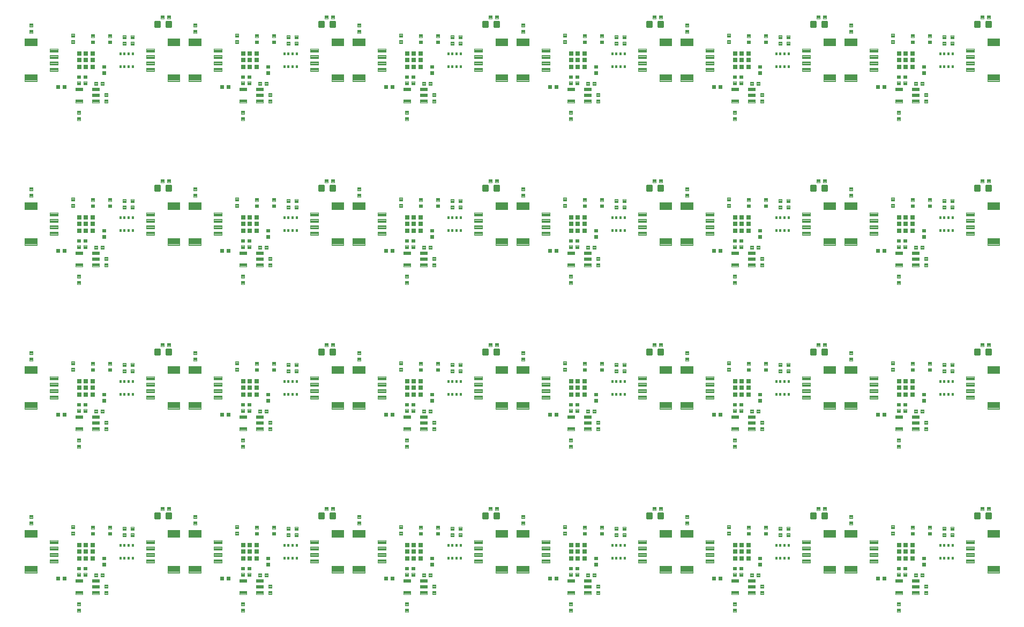
<source format=gtp>
G04 EAGLE Gerber RS-274X export*
G75*
%MOMM*%
%FSLAX34Y34*%
%LPD*%
%INSolderpaste Top*%
%IPPOS*%
%AMOC8*
5,1,8,0,0,1.08239X$1,22.5*%
G01*
%ADD10C,0.102000*%
%ADD11C,0.101500*%
%ADD12C,0.096000*%
%ADD13R,0.800000X0.760000*%
%ADD14C,0.099000*%
%ADD15C,0.300000*%


D10*
X82856Y158323D02*
X82856Y153343D01*
X77876Y153343D01*
X77876Y158323D01*
X82856Y158323D01*
X82856Y154312D02*
X77876Y154312D01*
X77876Y155281D02*
X82856Y155281D01*
X82856Y156250D02*
X77876Y156250D01*
X77876Y157219D02*
X82856Y157219D01*
X82856Y158188D02*
X77876Y158188D01*
X82856Y163343D02*
X82856Y168323D01*
X82856Y163343D02*
X77876Y163343D01*
X77876Y168323D01*
X82856Y168323D01*
X82856Y164312D02*
X77876Y164312D01*
X77876Y165281D02*
X82856Y165281D01*
X82856Y166250D02*
X77876Y166250D01*
X77876Y167219D02*
X82856Y167219D01*
X82856Y168188D02*
X77876Y168188D01*
X16765Y169700D02*
X16765Y174680D01*
X16765Y169700D02*
X11785Y169700D01*
X11785Y174680D01*
X16765Y174680D01*
X16765Y170669D02*
X11785Y170669D01*
X11785Y171638D02*
X16765Y171638D01*
X16765Y172607D02*
X11785Y172607D01*
X11785Y173576D02*
X16765Y173576D01*
X16765Y174545D02*
X11785Y174545D01*
X16765Y179700D02*
X16765Y184680D01*
X16765Y179700D02*
X11785Y179700D01*
X11785Y184680D01*
X16765Y184680D01*
X16765Y180669D02*
X11785Y180669D01*
X11785Y181638D02*
X16765Y181638D01*
X16765Y182607D02*
X11785Y182607D01*
X11785Y183576D02*
X16765Y183576D01*
X16765Y184545D02*
X11785Y184545D01*
X177496Y155681D02*
X177496Y150701D01*
X172516Y150701D01*
X172516Y155681D01*
X177496Y155681D01*
X177496Y151670D02*
X172516Y151670D01*
X172516Y152639D02*
X177496Y152639D01*
X177496Y153608D02*
X172516Y153608D01*
X172516Y154577D02*
X177496Y154577D01*
X177496Y155546D02*
X172516Y155546D01*
X177496Y160701D02*
X177496Y165681D01*
X177496Y160701D02*
X172516Y160701D01*
X172516Y165681D01*
X177496Y165681D01*
X177496Y161670D02*
X172516Y161670D01*
X172516Y162639D02*
X177496Y162639D01*
X177496Y163608D02*
X172516Y163608D01*
X172516Y164577D02*
X177496Y164577D01*
X177496Y165546D02*
X172516Y165546D01*
X141555Y157866D02*
X141555Y152886D01*
X136575Y152886D01*
X136575Y157866D01*
X141555Y157866D01*
X141555Y153855D02*
X136575Y153855D01*
X136575Y154824D02*
X141555Y154824D01*
X141555Y155793D02*
X136575Y155793D01*
X136575Y156762D02*
X141555Y156762D01*
X141555Y157731D02*
X136575Y157731D01*
X141555Y162886D02*
X141555Y167866D01*
X141555Y162886D02*
X136575Y162886D01*
X136575Y167866D01*
X141555Y167866D01*
X141555Y163855D02*
X136575Y163855D01*
X136575Y164824D02*
X141555Y164824D01*
X141555Y165793D02*
X136575Y165793D01*
X136575Y166762D02*
X141555Y166762D01*
X141555Y167731D02*
X136575Y167731D01*
D11*
X173607Y118743D02*
X173607Y114757D01*
X173607Y118743D02*
X176093Y118743D01*
X176093Y114757D01*
X173607Y114757D01*
X173607Y115721D02*
X176093Y115721D01*
X176093Y116685D02*
X173607Y116685D01*
X173607Y117649D02*
X176093Y117649D01*
X176093Y118613D02*
X173607Y118613D01*
X167107Y118743D02*
X167107Y114757D01*
X167107Y118743D02*
X169593Y118743D01*
X169593Y114757D01*
X167107Y114757D01*
X167107Y115721D02*
X169593Y115721D01*
X169593Y116685D02*
X167107Y116685D01*
X167107Y117649D02*
X169593Y117649D01*
X169593Y118613D02*
X167107Y118613D01*
X160607Y118743D02*
X160607Y114757D01*
X160607Y118743D02*
X163093Y118743D01*
X163093Y114757D01*
X160607Y114757D01*
X160607Y115721D02*
X163093Y115721D01*
X163093Y116685D02*
X160607Y116685D01*
X160607Y117649D02*
X163093Y117649D01*
X163093Y118613D02*
X160607Y118613D01*
X154107Y118743D02*
X154107Y114757D01*
X154107Y118743D02*
X156593Y118743D01*
X156593Y114757D01*
X154107Y114757D01*
X154107Y115721D02*
X156593Y115721D01*
X156593Y116685D02*
X154107Y116685D01*
X154107Y117649D02*
X156593Y117649D01*
X156593Y118613D02*
X154107Y118613D01*
X154107Y135257D02*
X154107Y139243D01*
X156593Y139243D01*
X156593Y135257D01*
X154107Y135257D01*
X154107Y136221D02*
X156593Y136221D01*
X156593Y137185D02*
X154107Y137185D01*
X154107Y138149D02*
X156593Y138149D01*
X156593Y139113D02*
X154107Y139113D01*
X160607Y139243D02*
X160607Y135257D01*
X160607Y139243D02*
X163093Y139243D01*
X163093Y135257D01*
X160607Y135257D01*
X160607Y136221D02*
X163093Y136221D01*
X163093Y137185D02*
X160607Y137185D01*
X160607Y138149D02*
X163093Y138149D01*
X163093Y139113D02*
X160607Y139113D01*
X167107Y139243D02*
X167107Y135257D01*
X167107Y139243D02*
X169593Y139243D01*
X169593Y135257D01*
X167107Y135257D01*
X167107Y136221D02*
X169593Y136221D01*
X169593Y137185D02*
X167107Y137185D01*
X167107Y138149D02*
X169593Y138149D01*
X169593Y139113D02*
X167107Y139113D01*
X173607Y139243D02*
X173607Y135257D01*
X173607Y139243D02*
X176093Y139243D01*
X176093Y135257D01*
X173607Y135257D01*
X173607Y136221D02*
X176093Y136221D01*
X176093Y137185D02*
X173607Y137185D01*
X173607Y138149D02*
X176093Y138149D01*
X176093Y139113D02*
X173607Y139113D01*
D12*
X249470Y104520D02*
X249470Y93480D01*
X230430Y93480D01*
X230430Y104520D01*
X249470Y104520D01*
X249470Y94392D02*
X230430Y94392D01*
X230430Y95304D02*
X249470Y95304D01*
X249470Y96216D02*
X230430Y96216D01*
X230430Y97128D02*
X249470Y97128D01*
X249470Y98040D02*
X230430Y98040D01*
X230430Y98952D02*
X249470Y98952D01*
X249470Y99864D02*
X230430Y99864D01*
X230430Y100776D02*
X249470Y100776D01*
X249470Y101688D02*
X230430Y101688D01*
X230430Y102600D02*
X249470Y102600D01*
X249470Y103512D02*
X230430Y103512D01*
X230430Y104424D02*
X249470Y104424D01*
X249470Y149480D02*
X249470Y160520D01*
X249470Y149480D02*
X230430Y149480D01*
X230430Y160520D01*
X249470Y160520D01*
X249470Y150392D02*
X230430Y150392D01*
X230430Y151304D02*
X249470Y151304D01*
X249470Y152216D02*
X230430Y152216D01*
X230430Y153128D02*
X249470Y153128D01*
X249470Y154040D02*
X230430Y154040D01*
X230430Y154952D02*
X249470Y154952D01*
X249470Y155864D02*
X230430Y155864D01*
X230430Y156776D02*
X249470Y156776D01*
X249470Y157688D02*
X230430Y157688D01*
X230430Y158600D02*
X249470Y158600D01*
X249470Y159512D02*
X230430Y159512D01*
X230430Y160424D02*
X249470Y160424D01*
D10*
X209440Y114490D02*
X209440Y109510D01*
X196960Y109510D01*
X196960Y114490D01*
X209440Y114490D01*
X209440Y110479D02*
X196960Y110479D01*
X196960Y111448D02*
X209440Y111448D01*
X209440Y112417D02*
X196960Y112417D01*
X196960Y113386D02*
X209440Y113386D01*
X209440Y114355D02*
X196960Y114355D01*
X209440Y119510D02*
X209440Y124490D01*
X209440Y119510D02*
X196960Y119510D01*
X196960Y124490D01*
X209440Y124490D01*
X209440Y120479D02*
X196960Y120479D01*
X196960Y121448D02*
X209440Y121448D01*
X209440Y122417D02*
X196960Y122417D01*
X196960Y123386D02*
X209440Y123386D01*
X209440Y124355D02*
X196960Y124355D01*
X209440Y129510D02*
X209440Y134490D01*
X209440Y129510D02*
X196960Y129510D01*
X196960Y134490D01*
X209440Y134490D01*
X209440Y130479D02*
X196960Y130479D01*
X196960Y131448D02*
X209440Y131448D01*
X209440Y132417D02*
X196960Y132417D01*
X196960Y133386D02*
X209440Y133386D01*
X209440Y134355D02*
X196960Y134355D01*
X209440Y139510D02*
X209440Y144490D01*
X209440Y139510D02*
X196960Y139510D01*
X196960Y144490D01*
X209440Y144490D01*
X209440Y140479D02*
X196960Y140479D01*
X196960Y141448D02*
X209440Y141448D01*
X209440Y142417D02*
X196960Y142417D01*
X196960Y143386D02*
X209440Y143386D01*
X209440Y144355D02*
X196960Y144355D01*
D12*
X4530Y149480D02*
X4530Y160520D01*
X23570Y160520D01*
X23570Y149480D01*
X4530Y149480D01*
X4530Y150392D02*
X23570Y150392D01*
X23570Y151304D02*
X4530Y151304D01*
X4530Y152216D02*
X23570Y152216D01*
X23570Y153128D02*
X4530Y153128D01*
X4530Y154040D02*
X23570Y154040D01*
X23570Y154952D02*
X4530Y154952D01*
X4530Y155864D02*
X23570Y155864D01*
X23570Y156776D02*
X4530Y156776D01*
X4530Y157688D02*
X23570Y157688D01*
X23570Y158600D02*
X4530Y158600D01*
X4530Y159512D02*
X23570Y159512D01*
X23570Y160424D02*
X4530Y160424D01*
X4530Y104520D02*
X4530Y93480D01*
X4530Y104520D02*
X23570Y104520D01*
X23570Y93480D01*
X4530Y93480D01*
X4530Y94392D02*
X23570Y94392D01*
X23570Y95304D02*
X4530Y95304D01*
X4530Y96216D02*
X23570Y96216D01*
X23570Y97128D02*
X4530Y97128D01*
X4530Y98040D02*
X23570Y98040D01*
X23570Y98952D02*
X4530Y98952D01*
X4530Y99864D02*
X23570Y99864D01*
X23570Y100776D02*
X4530Y100776D01*
X4530Y101688D02*
X23570Y101688D01*
X23570Y102600D02*
X4530Y102600D01*
X4530Y103512D02*
X23570Y103512D01*
X23570Y104424D02*
X4530Y104424D01*
D10*
X44560Y139510D02*
X44560Y144490D01*
X57040Y144490D01*
X57040Y139510D01*
X44560Y139510D01*
X44560Y140479D02*
X57040Y140479D01*
X57040Y141448D02*
X44560Y141448D01*
X44560Y142417D02*
X57040Y142417D01*
X57040Y143386D02*
X44560Y143386D01*
X44560Y144355D02*
X57040Y144355D01*
X44560Y134490D02*
X44560Y129510D01*
X44560Y134490D02*
X57040Y134490D01*
X57040Y129510D01*
X44560Y129510D01*
X44560Y130479D02*
X57040Y130479D01*
X57040Y131448D02*
X44560Y131448D01*
X44560Y132417D02*
X57040Y132417D01*
X57040Y133386D02*
X44560Y133386D01*
X44560Y134355D02*
X57040Y134355D01*
X44560Y124490D02*
X44560Y119510D01*
X44560Y124490D02*
X57040Y124490D01*
X57040Y119510D01*
X44560Y119510D01*
X44560Y120479D02*
X57040Y120479D01*
X57040Y121448D02*
X44560Y121448D01*
X44560Y122417D02*
X57040Y122417D01*
X57040Y123386D02*
X44560Y123386D01*
X44560Y124355D02*
X57040Y124355D01*
X44560Y114490D02*
X44560Y109510D01*
X44560Y114490D02*
X57040Y114490D01*
X57040Y109510D01*
X44560Y109510D01*
X44560Y110479D02*
X57040Y110479D01*
X57040Y111448D02*
X44560Y111448D01*
X44560Y112417D02*
X57040Y112417D01*
X57040Y113386D02*
X44560Y113386D01*
X44560Y114355D02*
X57040Y114355D01*
D13*
X90800Y137300D03*
X90800Y126800D03*
X90800Y116300D03*
X101300Y137300D03*
X101300Y126800D03*
X101300Y116300D03*
X111800Y137300D03*
X111800Y126800D03*
X111800Y116300D03*
D10*
X114352Y152886D02*
X114352Y157866D01*
X114352Y152886D02*
X109372Y152886D01*
X109372Y157866D01*
X114352Y157866D01*
X114352Y153855D02*
X109372Y153855D01*
X109372Y154824D02*
X114352Y154824D01*
X114352Y155793D02*
X109372Y155793D01*
X109372Y156762D02*
X114352Y156762D01*
X114352Y157731D02*
X109372Y157731D01*
X114352Y162886D02*
X114352Y167866D01*
X114352Y162886D02*
X109372Y162886D01*
X109372Y167866D01*
X114352Y167866D01*
X114352Y163855D02*
X109372Y163855D01*
X109372Y164824D02*
X114352Y164824D01*
X114352Y165793D02*
X109372Y165793D01*
X109372Y166762D02*
X114352Y166762D01*
X114352Y167731D02*
X109372Y167731D01*
X127050Y118860D02*
X127050Y113880D01*
X127050Y118860D02*
X132030Y118860D01*
X132030Y113880D01*
X127050Y113880D01*
X127050Y114849D02*
X132030Y114849D01*
X132030Y115818D02*
X127050Y115818D01*
X127050Y116787D02*
X132030Y116787D01*
X132030Y117756D02*
X127050Y117756D01*
X127050Y118725D02*
X132030Y118725D01*
X127050Y108860D02*
X127050Y103880D01*
X127050Y108860D02*
X132030Y108860D01*
X132030Y103880D01*
X127050Y103880D01*
X127050Y104849D02*
X132030Y104849D01*
X132030Y105818D02*
X127050Y105818D01*
X127050Y106787D02*
X132030Y106787D01*
X132030Y107756D02*
X127050Y107756D01*
X127050Y108725D02*
X132030Y108725D01*
X102350Y102820D02*
X97370Y102820D01*
X102350Y102820D02*
X102350Y97840D01*
X97370Y97840D01*
X97370Y102820D01*
X97370Y98809D02*
X102350Y98809D01*
X102350Y99778D02*
X97370Y99778D01*
X97370Y100747D02*
X102350Y100747D01*
X102350Y101716D02*
X97370Y101716D01*
X97370Y102685D02*
X102350Y102685D01*
X92350Y102820D02*
X87370Y102820D01*
X92350Y102820D02*
X92350Y97840D01*
X87370Y97840D01*
X87370Y102820D01*
X87370Y98809D02*
X92350Y98809D01*
X92350Y99778D02*
X87370Y99778D01*
X87370Y100747D02*
X92350Y100747D01*
X92350Y101716D02*
X87370Y101716D01*
X87370Y102685D02*
X92350Y102685D01*
X59288Y81838D02*
X54308Y81838D01*
X54308Y86818D01*
X59288Y86818D01*
X59288Y81838D01*
X59288Y82807D02*
X54308Y82807D01*
X54308Y83776D02*
X59288Y83776D01*
X59288Y84745D02*
X54308Y84745D01*
X54308Y85714D02*
X59288Y85714D01*
X59288Y86683D02*
X54308Y86683D01*
X64308Y81838D02*
X69288Y81838D01*
X64308Y81838D02*
X64308Y86818D01*
X69288Y86818D01*
X69288Y81838D01*
X69288Y82807D02*
X64308Y82807D01*
X64308Y83776D02*
X69288Y83776D01*
X69288Y84745D02*
X64308Y84745D01*
X64308Y85714D02*
X69288Y85714D01*
X69288Y86683D02*
X64308Y86683D01*
X87121Y46708D02*
X87121Y41728D01*
X87121Y46708D02*
X92101Y46708D01*
X92101Y41728D01*
X87121Y41728D01*
X87121Y42697D02*
X92101Y42697D01*
X92101Y43666D02*
X87121Y43666D01*
X87121Y44635D02*
X92101Y44635D01*
X92101Y45604D02*
X87121Y45604D01*
X87121Y46573D02*
X92101Y46573D01*
X87121Y36708D02*
X87121Y31728D01*
X87121Y36708D02*
X92101Y36708D01*
X92101Y31728D01*
X87121Y31728D01*
X87121Y32697D02*
X92101Y32697D01*
X92101Y33666D02*
X87121Y33666D01*
X87121Y34635D02*
X92101Y34635D01*
X92101Y35604D02*
X87121Y35604D01*
X87121Y36573D02*
X92101Y36573D01*
D14*
X121757Y59670D02*
X121757Y64180D01*
X121757Y59670D02*
X110747Y59670D01*
X110747Y64180D01*
X121757Y64180D01*
X121757Y60610D02*
X110747Y60610D01*
X110747Y61550D02*
X121757Y61550D01*
X121757Y62490D02*
X110747Y62490D01*
X110747Y63430D02*
X121757Y63430D01*
X121757Y69170D02*
X121757Y73680D01*
X121757Y69170D02*
X110747Y69170D01*
X110747Y73680D01*
X121757Y73680D01*
X121757Y70110D02*
X110747Y70110D01*
X110747Y71050D02*
X121757Y71050D01*
X121757Y71990D02*
X110747Y71990D01*
X110747Y72930D02*
X121757Y72930D01*
X121757Y78670D02*
X121757Y83180D01*
X121757Y78670D02*
X110747Y78670D01*
X110747Y83180D01*
X121757Y83180D01*
X121757Y79610D02*
X110747Y79610D01*
X110747Y80550D02*
X121757Y80550D01*
X121757Y81490D02*
X110747Y81490D01*
X110747Y82430D02*
X121757Y82430D01*
X95755Y83180D02*
X95755Y78670D01*
X84745Y78670D01*
X84745Y83180D01*
X95755Y83180D01*
X95755Y79610D02*
X84745Y79610D01*
X84745Y80550D02*
X95755Y80550D01*
X95755Y81490D02*
X84745Y81490D01*
X84745Y82430D02*
X95755Y82430D01*
X95755Y64180D02*
X95755Y59670D01*
X84745Y59670D01*
X84745Y64180D01*
X95755Y64180D01*
X95755Y60610D02*
X84745Y60610D01*
X84745Y61550D02*
X95755Y61550D01*
X95755Y62490D02*
X84745Y62490D01*
X84745Y63430D02*
X95755Y63430D01*
D10*
X135434Y64504D02*
X135434Y59524D01*
X130454Y59524D01*
X130454Y64504D01*
X135434Y64504D01*
X135434Y60493D02*
X130454Y60493D01*
X130454Y61462D02*
X135434Y61462D01*
X135434Y62431D02*
X130454Y62431D01*
X130454Y63400D02*
X135434Y63400D01*
X135434Y64369D02*
X130454Y64369D01*
X135434Y69524D02*
X135434Y74504D01*
X135434Y69524D02*
X130454Y69524D01*
X130454Y74504D01*
X135434Y74504D01*
X135434Y70493D02*
X130454Y70493D01*
X130454Y71462D02*
X135434Y71462D01*
X135434Y72431D02*
X130454Y72431D01*
X130454Y73400D02*
X135434Y73400D01*
X135434Y74369D02*
X130454Y74369D01*
X102325Y92838D02*
X97345Y92838D01*
X102325Y92838D02*
X102325Y87858D01*
X97345Y87858D01*
X97345Y92838D01*
X97345Y88827D02*
X102325Y88827D01*
X102325Y89796D02*
X97345Y89796D01*
X97345Y90765D02*
X102325Y90765D01*
X102325Y91734D02*
X97345Y91734D01*
X97345Y92703D02*
X102325Y92703D01*
X92325Y92838D02*
X87345Y92838D01*
X92325Y92838D02*
X92325Y87858D01*
X87345Y87858D01*
X87345Y92838D01*
X87345Y88827D02*
X92325Y88827D01*
X92325Y89796D02*
X87345Y89796D01*
X87345Y90765D02*
X92325Y90765D01*
X92325Y91734D02*
X87345Y91734D01*
X87345Y92703D02*
X92325Y92703D01*
X114506Y87375D02*
X119486Y87375D01*
X114506Y87375D02*
X114506Y92355D01*
X119486Y92355D01*
X119486Y87375D01*
X119486Y88344D02*
X114506Y88344D01*
X114506Y89313D02*
X119486Y89313D01*
X119486Y90282D02*
X114506Y90282D01*
X114506Y91251D02*
X119486Y91251D01*
X119486Y92220D02*
X114506Y92220D01*
X124506Y87375D02*
X129486Y87375D01*
X124506Y87375D02*
X124506Y92355D01*
X129486Y92355D01*
X129486Y87375D01*
X129486Y88344D02*
X124506Y88344D01*
X124506Y89313D02*
X129486Y89313D01*
X129486Y90282D02*
X124506Y90282D01*
X124506Y91251D02*
X129486Y91251D01*
X129486Y92220D02*
X124506Y92220D01*
D15*
X228612Y179863D02*
X228612Y186863D01*
X235612Y186863D01*
X235612Y179863D01*
X228612Y179863D01*
X228612Y182713D02*
X235612Y182713D01*
X235612Y185563D02*
X228612Y185563D01*
X211072Y186863D02*
X211072Y179863D01*
X211072Y186863D02*
X218072Y186863D01*
X218072Y179863D01*
X211072Y179863D01*
X211072Y182713D02*
X218072Y182713D01*
X218072Y185563D02*
X211072Y185563D01*
D10*
X219535Y192531D02*
X224515Y192531D01*
X219535Y192531D02*
X219535Y197511D01*
X224515Y197511D01*
X224515Y192531D01*
X224515Y193500D02*
X219535Y193500D01*
X219535Y194469D02*
X224515Y194469D01*
X224515Y195438D02*
X219535Y195438D01*
X219535Y196407D02*
X224515Y196407D01*
X224515Y197376D02*
X219535Y197376D01*
X229535Y192531D02*
X234515Y192531D01*
X229535Y192531D02*
X229535Y197511D01*
X234515Y197511D01*
X234515Y192531D01*
X234515Y193500D02*
X229535Y193500D01*
X229535Y194469D02*
X234515Y194469D01*
X234515Y195438D02*
X229535Y195438D01*
X229535Y196407D02*
X234515Y196407D01*
X234515Y197376D02*
X229535Y197376D01*
X164440Y155808D02*
X164440Y150828D01*
X159460Y150828D01*
X159460Y155808D01*
X164440Y155808D01*
X164440Y151797D02*
X159460Y151797D01*
X159460Y152766D02*
X164440Y152766D01*
X164440Y153735D02*
X159460Y153735D01*
X159460Y154704D02*
X164440Y154704D01*
X164440Y155673D02*
X159460Y155673D01*
X164440Y160828D02*
X164440Y165808D01*
X164440Y160828D02*
X159460Y160828D01*
X159460Y165808D01*
X164440Y165808D01*
X164440Y161797D02*
X159460Y161797D01*
X159460Y162766D02*
X164440Y162766D01*
X164440Y163735D02*
X159460Y163735D01*
X159460Y164704D02*
X164440Y164704D01*
X164440Y165673D02*
X159460Y165673D01*
X341936Y158323D02*
X341936Y153343D01*
X336956Y153343D01*
X336956Y158323D01*
X341936Y158323D01*
X341936Y154312D02*
X336956Y154312D01*
X336956Y155281D02*
X341936Y155281D01*
X341936Y156250D02*
X336956Y156250D01*
X336956Y157219D02*
X341936Y157219D01*
X341936Y158188D02*
X336956Y158188D01*
X341936Y163343D02*
X341936Y168323D01*
X341936Y163343D02*
X336956Y163343D01*
X336956Y168323D01*
X341936Y168323D01*
X341936Y164312D02*
X336956Y164312D01*
X336956Y165281D02*
X341936Y165281D01*
X341936Y166250D02*
X336956Y166250D01*
X336956Y167219D02*
X341936Y167219D01*
X341936Y168188D02*
X336956Y168188D01*
X275845Y169700D02*
X275845Y174680D01*
X275845Y169700D02*
X270865Y169700D01*
X270865Y174680D01*
X275845Y174680D01*
X275845Y170669D02*
X270865Y170669D01*
X270865Y171638D02*
X275845Y171638D01*
X275845Y172607D02*
X270865Y172607D01*
X270865Y173576D02*
X275845Y173576D01*
X275845Y174545D02*
X270865Y174545D01*
X275845Y179700D02*
X275845Y184680D01*
X275845Y179700D02*
X270865Y179700D01*
X270865Y184680D01*
X275845Y184680D01*
X275845Y180669D02*
X270865Y180669D01*
X270865Y181638D02*
X275845Y181638D01*
X275845Y182607D02*
X270865Y182607D01*
X270865Y183576D02*
X275845Y183576D01*
X275845Y184545D02*
X270865Y184545D01*
X436576Y155681D02*
X436576Y150701D01*
X431596Y150701D01*
X431596Y155681D01*
X436576Y155681D01*
X436576Y151670D02*
X431596Y151670D01*
X431596Y152639D02*
X436576Y152639D01*
X436576Y153608D02*
X431596Y153608D01*
X431596Y154577D02*
X436576Y154577D01*
X436576Y155546D02*
X431596Y155546D01*
X436576Y160701D02*
X436576Y165681D01*
X436576Y160701D02*
X431596Y160701D01*
X431596Y165681D01*
X436576Y165681D01*
X436576Y161670D02*
X431596Y161670D01*
X431596Y162639D02*
X436576Y162639D01*
X436576Y163608D02*
X431596Y163608D01*
X431596Y164577D02*
X436576Y164577D01*
X436576Y165546D02*
X431596Y165546D01*
X400635Y157866D02*
X400635Y152886D01*
X395655Y152886D01*
X395655Y157866D01*
X400635Y157866D01*
X400635Y153855D02*
X395655Y153855D01*
X395655Y154824D02*
X400635Y154824D01*
X400635Y155793D02*
X395655Y155793D01*
X395655Y156762D02*
X400635Y156762D01*
X400635Y157731D02*
X395655Y157731D01*
X400635Y162886D02*
X400635Y167866D01*
X400635Y162886D02*
X395655Y162886D01*
X395655Y167866D01*
X400635Y167866D01*
X400635Y163855D02*
X395655Y163855D01*
X395655Y164824D02*
X400635Y164824D01*
X400635Y165793D02*
X395655Y165793D01*
X395655Y166762D02*
X400635Y166762D01*
X400635Y167731D02*
X395655Y167731D01*
D11*
X432687Y118743D02*
X432687Y114757D01*
X432687Y118743D02*
X435173Y118743D01*
X435173Y114757D01*
X432687Y114757D01*
X432687Y115721D02*
X435173Y115721D01*
X435173Y116685D02*
X432687Y116685D01*
X432687Y117649D02*
X435173Y117649D01*
X435173Y118613D02*
X432687Y118613D01*
X426187Y118743D02*
X426187Y114757D01*
X426187Y118743D02*
X428673Y118743D01*
X428673Y114757D01*
X426187Y114757D01*
X426187Y115721D02*
X428673Y115721D01*
X428673Y116685D02*
X426187Y116685D01*
X426187Y117649D02*
X428673Y117649D01*
X428673Y118613D02*
X426187Y118613D01*
X419687Y118743D02*
X419687Y114757D01*
X419687Y118743D02*
X422173Y118743D01*
X422173Y114757D01*
X419687Y114757D01*
X419687Y115721D02*
X422173Y115721D01*
X422173Y116685D02*
X419687Y116685D01*
X419687Y117649D02*
X422173Y117649D01*
X422173Y118613D02*
X419687Y118613D01*
X413187Y118743D02*
X413187Y114757D01*
X413187Y118743D02*
X415673Y118743D01*
X415673Y114757D01*
X413187Y114757D01*
X413187Y115721D02*
X415673Y115721D01*
X415673Y116685D02*
X413187Y116685D01*
X413187Y117649D02*
X415673Y117649D01*
X415673Y118613D02*
X413187Y118613D01*
X413187Y135257D02*
X413187Y139243D01*
X415673Y139243D01*
X415673Y135257D01*
X413187Y135257D01*
X413187Y136221D02*
X415673Y136221D01*
X415673Y137185D02*
X413187Y137185D01*
X413187Y138149D02*
X415673Y138149D01*
X415673Y139113D02*
X413187Y139113D01*
X419687Y139243D02*
X419687Y135257D01*
X419687Y139243D02*
X422173Y139243D01*
X422173Y135257D01*
X419687Y135257D01*
X419687Y136221D02*
X422173Y136221D01*
X422173Y137185D02*
X419687Y137185D01*
X419687Y138149D02*
X422173Y138149D01*
X422173Y139113D02*
X419687Y139113D01*
X426187Y139243D02*
X426187Y135257D01*
X426187Y139243D02*
X428673Y139243D01*
X428673Y135257D01*
X426187Y135257D01*
X426187Y136221D02*
X428673Y136221D01*
X428673Y137185D02*
X426187Y137185D01*
X426187Y138149D02*
X428673Y138149D01*
X428673Y139113D02*
X426187Y139113D01*
X432687Y139243D02*
X432687Y135257D01*
X432687Y139243D02*
X435173Y139243D01*
X435173Y135257D01*
X432687Y135257D01*
X432687Y136221D02*
X435173Y136221D01*
X435173Y137185D02*
X432687Y137185D01*
X432687Y138149D02*
X435173Y138149D01*
X435173Y139113D02*
X432687Y139113D01*
D12*
X508550Y104520D02*
X508550Y93480D01*
X489510Y93480D01*
X489510Y104520D01*
X508550Y104520D01*
X508550Y94392D02*
X489510Y94392D01*
X489510Y95304D02*
X508550Y95304D01*
X508550Y96216D02*
X489510Y96216D01*
X489510Y97128D02*
X508550Y97128D01*
X508550Y98040D02*
X489510Y98040D01*
X489510Y98952D02*
X508550Y98952D01*
X508550Y99864D02*
X489510Y99864D01*
X489510Y100776D02*
X508550Y100776D01*
X508550Y101688D02*
X489510Y101688D01*
X489510Y102600D02*
X508550Y102600D01*
X508550Y103512D02*
X489510Y103512D01*
X489510Y104424D02*
X508550Y104424D01*
X508550Y149480D02*
X508550Y160520D01*
X508550Y149480D02*
X489510Y149480D01*
X489510Y160520D01*
X508550Y160520D01*
X508550Y150392D02*
X489510Y150392D01*
X489510Y151304D02*
X508550Y151304D01*
X508550Y152216D02*
X489510Y152216D01*
X489510Y153128D02*
X508550Y153128D01*
X508550Y154040D02*
X489510Y154040D01*
X489510Y154952D02*
X508550Y154952D01*
X508550Y155864D02*
X489510Y155864D01*
X489510Y156776D02*
X508550Y156776D01*
X508550Y157688D02*
X489510Y157688D01*
X489510Y158600D02*
X508550Y158600D01*
X508550Y159512D02*
X489510Y159512D01*
X489510Y160424D02*
X508550Y160424D01*
D10*
X468520Y114490D02*
X468520Y109510D01*
X456040Y109510D01*
X456040Y114490D01*
X468520Y114490D01*
X468520Y110479D02*
X456040Y110479D01*
X456040Y111448D02*
X468520Y111448D01*
X468520Y112417D02*
X456040Y112417D01*
X456040Y113386D02*
X468520Y113386D01*
X468520Y114355D02*
X456040Y114355D01*
X468520Y119510D02*
X468520Y124490D01*
X468520Y119510D02*
X456040Y119510D01*
X456040Y124490D01*
X468520Y124490D01*
X468520Y120479D02*
X456040Y120479D01*
X456040Y121448D02*
X468520Y121448D01*
X468520Y122417D02*
X456040Y122417D01*
X456040Y123386D02*
X468520Y123386D01*
X468520Y124355D02*
X456040Y124355D01*
X468520Y129510D02*
X468520Y134490D01*
X468520Y129510D02*
X456040Y129510D01*
X456040Y134490D01*
X468520Y134490D01*
X468520Y130479D02*
X456040Y130479D01*
X456040Y131448D02*
X468520Y131448D01*
X468520Y132417D02*
X456040Y132417D01*
X456040Y133386D02*
X468520Y133386D01*
X468520Y134355D02*
X456040Y134355D01*
X468520Y139510D02*
X468520Y144490D01*
X468520Y139510D02*
X456040Y139510D01*
X456040Y144490D01*
X468520Y144490D01*
X468520Y140479D02*
X456040Y140479D01*
X456040Y141448D02*
X468520Y141448D01*
X468520Y142417D02*
X456040Y142417D01*
X456040Y143386D02*
X468520Y143386D01*
X468520Y144355D02*
X456040Y144355D01*
D12*
X263610Y149480D02*
X263610Y160520D01*
X282650Y160520D01*
X282650Y149480D01*
X263610Y149480D01*
X263610Y150392D02*
X282650Y150392D01*
X282650Y151304D02*
X263610Y151304D01*
X263610Y152216D02*
X282650Y152216D01*
X282650Y153128D02*
X263610Y153128D01*
X263610Y154040D02*
X282650Y154040D01*
X282650Y154952D02*
X263610Y154952D01*
X263610Y155864D02*
X282650Y155864D01*
X282650Y156776D02*
X263610Y156776D01*
X263610Y157688D02*
X282650Y157688D01*
X282650Y158600D02*
X263610Y158600D01*
X263610Y159512D02*
X282650Y159512D01*
X282650Y160424D02*
X263610Y160424D01*
X263610Y104520D02*
X263610Y93480D01*
X263610Y104520D02*
X282650Y104520D01*
X282650Y93480D01*
X263610Y93480D01*
X263610Y94392D02*
X282650Y94392D01*
X282650Y95304D02*
X263610Y95304D01*
X263610Y96216D02*
X282650Y96216D01*
X282650Y97128D02*
X263610Y97128D01*
X263610Y98040D02*
X282650Y98040D01*
X282650Y98952D02*
X263610Y98952D01*
X263610Y99864D02*
X282650Y99864D01*
X282650Y100776D02*
X263610Y100776D01*
X263610Y101688D02*
X282650Y101688D01*
X282650Y102600D02*
X263610Y102600D01*
X263610Y103512D02*
X282650Y103512D01*
X282650Y104424D02*
X263610Y104424D01*
D10*
X303640Y139510D02*
X303640Y144490D01*
X316120Y144490D01*
X316120Y139510D01*
X303640Y139510D01*
X303640Y140479D02*
X316120Y140479D01*
X316120Y141448D02*
X303640Y141448D01*
X303640Y142417D02*
X316120Y142417D01*
X316120Y143386D02*
X303640Y143386D01*
X303640Y144355D02*
X316120Y144355D01*
X303640Y134490D02*
X303640Y129510D01*
X303640Y134490D02*
X316120Y134490D01*
X316120Y129510D01*
X303640Y129510D01*
X303640Y130479D02*
X316120Y130479D01*
X316120Y131448D02*
X303640Y131448D01*
X303640Y132417D02*
X316120Y132417D01*
X316120Y133386D02*
X303640Y133386D01*
X303640Y134355D02*
X316120Y134355D01*
X303640Y124490D02*
X303640Y119510D01*
X303640Y124490D02*
X316120Y124490D01*
X316120Y119510D01*
X303640Y119510D01*
X303640Y120479D02*
X316120Y120479D01*
X316120Y121448D02*
X303640Y121448D01*
X303640Y122417D02*
X316120Y122417D01*
X316120Y123386D02*
X303640Y123386D01*
X303640Y124355D02*
X316120Y124355D01*
X303640Y114490D02*
X303640Y109510D01*
X303640Y114490D02*
X316120Y114490D01*
X316120Y109510D01*
X303640Y109510D01*
X303640Y110479D02*
X316120Y110479D01*
X316120Y111448D02*
X303640Y111448D01*
X303640Y112417D02*
X316120Y112417D01*
X316120Y113386D02*
X303640Y113386D01*
X303640Y114355D02*
X316120Y114355D01*
D13*
X349880Y137300D03*
X349880Y126800D03*
X349880Y116300D03*
X360380Y137300D03*
X360380Y126800D03*
X360380Y116300D03*
X370880Y137300D03*
X370880Y126800D03*
X370880Y116300D03*
D10*
X373432Y152886D02*
X373432Y157866D01*
X373432Y152886D02*
X368452Y152886D01*
X368452Y157866D01*
X373432Y157866D01*
X373432Y153855D02*
X368452Y153855D01*
X368452Y154824D02*
X373432Y154824D01*
X373432Y155793D02*
X368452Y155793D01*
X368452Y156762D02*
X373432Y156762D01*
X373432Y157731D02*
X368452Y157731D01*
X373432Y162886D02*
X373432Y167866D01*
X373432Y162886D02*
X368452Y162886D01*
X368452Y167866D01*
X373432Y167866D01*
X373432Y163855D02*
X368452Y163855D01*
X368452Y164824D02*
X373432Y164824D01*
X373432Y165793D02*
X368452Y165793D01*
X368452Y166762D02*
X373432Y166762D01*
X373432Y167731D02*
X368452Y167731D01*
X386130Y118860D02*
X386130Y113880D01*
X386130Y118860D02*
X391110Y118860D01*
X391110Y113880D01*
X386130Y113880D01*
X386130Y114849D02*
X391110Y114849D01*
X391110Y115818D02*
X386130Y115818D01*
X386130Y116787D02*
X391110Y116787D01*
X391110Y117756D02*
X386130Y117756D01*
X386130Y118725D02*
X391110Y118725D01*
X386130Y108860D02*
X386130Y103880D01*
X386130Y108860D02*
X391110Y108860D01*
X391110Y103880D01*
X386130Y103880D01*
X386130Y104849D02*
X391110Y104849D01*
X391110Y105818D02*
X386130Y105818D01*
X386130Y106787D02*
X391110Y106787D01*
X391110Y107756D02*
X386130Y107756D01*
X386130Y108725D02*
X391110Y108725D01*
X361430Y102820D02*
X356450Y102820D01*
X361430Y102820D02*
X361430Y97840D01*
X356450Y97840D01*
X356450Y102820D01*
X356450Y98809D02*
X361430Y98809D01*
X361430Y99778D02*
X356450Y99778D01*
X356450Y100747D02*
X361430Y100747D01*
X361430Y101716D02*
X356450Y101716D01*
X356450Y102685D02*
X361430Y102685D01*
X351430Y102820D02*
X346450Y102820D01*
X351430Y102820D02*
X351430Y97840D01*
X346450Y97840D01*
X346450Y102820D01*
X346450Y98809D02*
X351430Y98809D01*
X351430Y99778D02*
X346450Y99778D01*
X346450Y100747D02*
X351430Y100747D01*
X351430Y101716D02*
X346450Y101716D01*
X346450Y102685D02*
X351430Y102685D01*
X318368Y81838D02*
X313388Y81838D01*
X313388Y86818D01*
X318368Y86818D01*
X318368Y81838D01*
X318368Y82807D02*
X313388Y82807D01*
X313388Y83776D02*
X318368Y83776D01*
X318368Y84745D02*
X313388Y84745D01*
X313388Y85714D02*
X318368Y85714D01*
X318368Y86683D02*
X313388Y86683D01*
X323388Y81838D02*
X328368Y81838D01*
X323388Y81838D02*
X323388Y86818D01*
X328368Y86818D01*
X328368Y81838D01*
X328368Y82807D02*
X323388Y82807D01*
X323388Y83776D02*
X328368Y83776D01*
X328368Y84745D02*
X323388Y84745D01*
X323388Y85714D02*
X328368Y85714D01*
X328368Y86683D02*
X323388Y86683D01*
X346201Y46708D02*
X346201Y41728D01*
X346201Y46708D02*
X351181Y46708D01*
X351181Y41728D01*
X346201Y41728D01*
X346201Y42697D02*
X351181Y42697D01*
X351181Y43666D02*
X346201Y43666D01*
X346201Y44635D02*
X351181Y44635D01*
X351181Y45604D02*
X346201Y45604D01*
X346201Y46573D02*
X351181Y46573D01*
X346201Y36708D02*
X346201Y31728D01*
X346201Y36708D02*
X351181Y36708D01*
X351181Y31728D01*
X346201Y31728D01*
X346201Y32697D02*
X351181Y32697D01*
X351181Y33666D02*
X346201Y33666D01*
X346201Y34635D02*
X351181Y34635D01*
X351181Y35604D02*
X346201Y35604D01*
X346201Y36573D02*
X351181Y36573D01*
D14*
X380837Y59670D02*
X380837Y64180D01*
X380837Y59670D02*
X369827Y59670D01*
X369827Y64180D01*
X380837Y64180D01*
X380837Y60610D02*
X369827Y60610D01*
X369827Y61550D02*
X380837Y61550D01*
X380837Y62490D02*
X369827Y62490D01*
X369827Y63430D02*
X380837Y63430D01*
X380837Y69170D02*
X380837Y73680D01*
X380837Y69170D02*
X369827Y69170D01*
X369827Y73680D01*
X380837Y73680D01*
X380837Y70110D02*
X369827Y70110D01*
X369827Y71050D02*
X380837Y71050D01*
X380837Y71990D02*
X369827Y71990D01*
X369827Y72930D02*
X380837Y72930D01*
X380837Y78670D02*
X380837Y83180D01*
X380837Y78670D02*
X369827Y78670D01*
X369827Y83180D01*
X380837Y83180D01*
X380837Y79610D02*
X369827Y79610D01*
X369827Y80550D02*
X380837Y80550D01*
X380837Y81490D02*
X369827Y81490D01*
X369827Y82430D02*
X380837Y82430D01*
X354835Y83180D02*
X354835Y78670D01*
X343825Y78670D01*
X343825Y83180D01*
X354835Y83180D01*
X354835Y79610D02*
X343825Y79610D01*
X343825Y80550D02*
X354835Y80550D01*
X354835Y81490D02*
X343825Y81490D01*
X343825Y82430D02*
X354835Y82430D01*
X354835Y64180D02*
X354835Y59670D01*
X343825Y59670D01*
X343825Y64180D01*
X354835Y64180D01*
X354835Y60610D02*
X343825Y60610D01*
X343825Y61550D02*
X354835Y61550D01*
X354835Y62490D02*
X343825Y62490D01*
X343825Y63430D02*
X354835Y63430D01*
D10*
X394514Y64504D02*
X394514Y59524D01*
X389534Y59524D01*
X389534Y64504D01*
X394514Y64504D01*
X394514Y60493D02*
X389534Y60493D01*
X389534Y61462D02*
X394514Y61462D01*
X394514Y62431D02*
X389534Y62431D01*
X389534Y63400D02*
X394514Y63400D01*
X394514Y64369D02*
X389534Y64369D01*
X394514Y69524D02*
X394514Y74504D01*
X394514Y69524D02*
X389534Y69524D01*
X389534Y74504D01*
X394514Y74504D01*
X394514Y70493D02*
X389534Y70493D01*
X389534Y71462D02*
X394514Y71462D01*
X394514Y72431D02*
X389534Y72431D01*
X389534Y73400D02*
X394514Y73400D01*
X394514Y74369D02*
X389534Y74369D01*
X361405Y92838D02*
X356425Y92838D01*
X361405Y92838D02*
X361405Y87858D01*
X356425Y87858D01*
X356425Y92838D01*
X356425Y88827D02*
X361405Y88827D01*
X361405Y89796D02*
X356425Y89796D01*
X356425Y90765D02*
X361405Y90765D01*
X361405Y91734D02*
X356425Y91734D01*
X356425Y92703D02*
X361405Y92703D01*
X351405Y92838D02*
X346425Y92838D01*
X351405Y92838D02*
X351405Y87858D01*
X346425Y87858D01*
X346425Y92838D01*
X346425Y88827D02*
X351405Y88827D01*
X351405Y89796D02*
X346425Y89796D01*
X346425Y90765D02*
X351405Y90765D01*
X351405Y91734D02*
X346425Y91734D01*
X346425Y92703D02*
X351405Y92703D01*
X373586Y87375D02*
X378566Y87375D01*
X373586Y87375D02*
X373586Y92355D01*
X378566Y92355D01*
X378566Y87375D01*
X378566Y88344D02*
X373586Y88344D01*
X373586Y89313D02*
X378566Y89313D01*
X378566Y90282D02*
X373586Y90282D01*
X373586Y91251D02*
X378566Y91251D01*
X378566Y92220D02*
X373586Y92220D01*
X383586Y87375D02*
X388566Y87375D01*
X383586Y87375D02*
X383586Y92355D01*
X388566Y92355D01*
X388566Y87375D01*
X388566Y88344D02*
X383586Y88344D01*
X383586Y89313D02*
X388566Y89313D01*
X388566Y90282D02*
X383586Y90282D01*
X383586Y91251D02*
X388566Y91251D01*
X388566Y92220D02*
X383586Y92220D01*
D15*
X487692Y179863D02*
X487692Y186863D01*
X494692Y186863D01*
X494692Y179863D01*
X487692Y179863D01*
X487692Y182713D02*
X494692Y182713D01*
X494692Y185563D02*
X487692Y185563D01*
X470152Y186863D02*
X470152Y179863D01*
X470152Y186863D02*
X477152Y186863D01*
X477152Y179863D01*
X470152Y179863D01*
X470152Y182713D02*
X477152Y182713D01*
X477152Y185563D02*
X470152Y185563D01*
D10*
X478615Y192531D02*
X483595Y192531D01*
X478615Y192531D02*
X478615Y197511D01*
X483595Y197511D01*
X483595Y192531D01*
X483595Y193500D02*
X478615Y193500D01*
X478615Y194469D02*
X483595Y194469D01*
X483595Y195438D02*
X478615Y195438D01*
X478615Y196407D02*
X483595Y196407D01*
X483595Y197376D02*
X478615Y197376D01*
X488615Y192531D02*
X493595Y192531D01*
X488615Y192531D02*
X488615Y197511D01*
X493595Y197511D01*
X493595Y192531D01*
X493595Y193500D02*
X488615Y193500D01*
X488615Y194469D02*
X493595Y194469D01*
X493595Y195438D02*
X488615Y195438D01*
X488615Y196407D02*
X493595Y196407D01*
X493595Y197376D02*
X488615Y197376D01*
X423520Y155808D02*
X423520Y150828D01*
X418540Y150828D01*
X418540Y155808D01*
X423520Y155808D01*
X423520Y151797D02*
X418540Y151797D01*
X418540Y152766D02*
X423520Y152766D01*
X423520Y153735D02*
X418540Y153735D01*
X418540Y154704D02*
X423520Y154704D01*
X423520Y155673D02*
X418540Y155673D01*
X423520Y160828D02*
X423520Y165808D01*
X423520Y160828D02*
X418540Y160828D01*
X418540Y165808D01*
X423520Y165808D01*
X423520Y161797D02*
X418540Y161797D01*
X418540Y162766D02*
X423520Y162766D01*
X423520Y163735D02*
X418540Y163735D01*
X418540Y164704D02*
X423520Y164704D01*
X423520Y165673D02*
X418540Y165673D01*
X601016Y158323D02*
X601016Y153343D01*
X596036Y153343D01*
X596036Y158323D01*
X601016Y158323D01*
X601016Y154312D02*
X596036Y154312D01*
X596036Y155281D02*
X601016Y155281D01*
X601016Y156250D02*
X596036Y156250D01*
X596036Y157219D02*
X601016Y157219D01*
X601016Y158188D02*
X596036Y158188D01*
X601016Y163343D02*
X601016Y168323D01*
X601016Y163343D02*
X596036Y163343D01*
X596036Y168323D01*
X601016Y168323D01*
X601016Y164312D02*
X596036Y164312D01*
X596036Y165281D02*
X601016Y165281D01*
X601016Y166250D02*
X596036Y166250D01*
X596036Y167219D02*
X601016Y167219D01*
X601016Y168188D02*
X596036Y168188D01*
X534925Y169700D02*
X534925Y174680D01*
X534925Y169700D02*
X529945Y169700D01*
X529945Y174680D01*
X534925Y174680D01*
X534925Y170669D02*
X529945Y170669D01*
X529945Y171638D02*
X534925Y171638D01*
X534925Y172607D02*
X529945Y172607D01*
X529945Y173576D02*
X534925Y173576D01*
X534925Y174545D02*
X529945Y174545D01*
X534925Y179700D02*
X534925Y184680D01*
X534925Y179700D02*
X529945Y179700D01*
X529945Y184680D01*
X534925Y184680D01*
X534925Y180669D02*
X529945Y180669D01*
X529945Y181638D02*
X534925Y181638D01*
X534925Y182607D02*
X529945Y182607D01*
X529945Y183576D02*
X534925Y183576D01*
X534925Y184545D02*
X529945Y184545D01*
X695656Y155681D02*
X695656Y150701D01*
X690676Y150701D01*
X690676Y155681D01*
X695656Y155681D01*
X695656Y151670D02*
X690676Y151670D01*
X690676Y152639D02*
X695656Y152639D01*
X695656Y153608D02*
X690676Y153608D01*
X690676Y154577D02*
X695656Y154577D01*
X695656Y155546D02*
X690676Y155546D01*
X695656Y160701D02*
X695656Y165681D01*
X695656Y160701D02*
X690676Y160701D01*
X690676Y165681D01*
X695656Y165681D01*
X695656Y161670D02*
X690676Y161670D01*
X690676Y162639D02*
X695656Y162639D01*
X695656Y163608D02*
X690676Y163608D01*
X690676Y164577D02*
X695656Y164577D01*
X695656Y165546D02*
X690676Y165546D01*
X659715Y157866D02*
X659715Y152886D01*
X654735Y152886D01*
X654735Y157866D01*
X659715Y157866D01*
X659715Y153855D02*
X654735Y153855D01*
X654735Y154824D02*
X659715Y154824D01*
X659715Y155793D02*
X654735Y155793D01*
X654735Y156762D02*
X659715Y156762D01*
X659715Y157731D02*
X654735Y157731D01*
X659715Y162886D02*
X659715Y167866D01*
X659715Y162886D02*
X654735Y162886D01*
X654735Y167866D01*
X659715Y167866D01*
X659715Y163855D02*
X654735Y163855D01*
X654735Y164824D02*
X659715Y164824D01*
X659715Y165793D02*
X654735Y165793D01*
X654735Y166762D02*
X659715Y166762D01*
X659715Y167731D02*
X654735Y167731D01*
D11*
X691767Y118743D02*
X691767Y114757D01*
X691767Y118743D02*
X694253Y118743D01*
X694253Y114757D01*
X691767Y114757D01*
X691767Y115721D02*
X694253Y115721D01*
X694253Y116685D02*
X691767Y116685D01*
X691767Y117649D02*
X694253Y117649D01*
X694253Y118613D02*
X691767Y118613D01*
X685267Y118743D02*
X685267Y114757D01*
X685267Y118743D02*
X687753Y118743D01*
X687753Y114757D01*
X685267Y114757D01*
X685267Y115721D02*
X687753Y115721D01*
X687753Y116685D02*
X685267Y116685D01*
X685267Y117649D02*
X687753Y117649D01*
X687753Y118613D02*
X685267Y118613D01*
X678767Y118743D02*
X678767Y114757D01*
X678767Y118743D02*
X681253Y118743D01*
X681253Y114757D01*
X678767Y114757D01*
X678767Y115721D02*
X681253Y115721D01*
X681253Y116685D02*
X678767Y116685D01*
X678767Y117649D02*
X681253Y117649D01*
X681253Y118613D02*
X678767Y118613D01*
X672267Y118743D02*
X672267Y114757D01*
X672267Y118743D02*
X674753Y118743D01*
X674753Y114757D01*
X672267Y114757D01*
X672267Y115721D02*
X674753Y115721D01*
X674753Y116685D02*
X672267Y116685D01*
X672267Y117649D02*
X674753Y117649D01*
X674753Y118613D02*
X672267Y118613D01*
X672267Y135257D02*
X672267Y139243D01*
X674753Y139243D01*
X674753Y135257D01*
X672267Y135257D01*
X672267Y136221D02*
X674753Y136221D01*
X674753Y137185D02*
X672267Y137185D01*
X672267Y138149D02*
X674753Y138149D01*
X674753Y139113D02*
X672267Y139113D01*
X678767Y139243D02*
X678767Y135257D01*
X678767Y139243D02*
X681253Y139243D01*
X681253Y135257D01*
X678767Y135257D01*
X678767Y136221D02*
X681253Y136221D01*
X681253Y137185D02*
X678767Y137185D01*
X678767Y138149D02*
X681253Y138149D01*
X681253Y139113D02*
X678767Y139113D01*
X685267Y139243D02*
X685267Y135257D01*
X685267Y139243D02*
X687753Y139243D01*
X687753Y135257D01*
X685267Y135257D01*
X685267Y136221D02*
X687753Y136221D01*
X687753Y137185D02*
X685267Y137185D01*
X685267Y138149D02*
X687753Y138149D01*
X687753Y139113D02*
X685267Y139113D01*
X691767Y139243D02*
X691767Y135257D01*
X691767Y139243D02*
X694253Y139243D01*
X694253Y135257D01*
X691767Y135257D01*
X691767Y136221D02*
X694253Y136221D01*
X694253Y137185D02*
X691767Y137185D01*
X691767Y138149D02*
X694253Y138149D01*
X694253Y139113D02*
X691767Y139113D01*
D12*
X767630Y104520D02*
X767630Y93480D01*
X748590Y93480D01*
X748590Y104520D01*
X767630Y104520D01*
X767630Y94392D02*
X748590Y94392D01*
X748590Y95304D02*
X767630Y95304D01*
X767630Y96216D02*
X748590Y96216D01*
X748590Y97128D02*
X767630Y97128D01*
X767630Y98040D02*
X748590Y98040D01*
X748590Y98952D02*
X767630Y98952D01*
X767630Y99864D02*
X748590Y99864D01*
X748590Y100776D02*
X767630Y100776D01*
X767630Y101688D02*
X748590Y101688D01*
X748590Y102600D02*
X767630Y102600D01*
X767630Y103512D02*
X748590Y103512D01*
X748590Y104424D02*
X767630Y104424D01*
X767630Y149480D02*
X767630Y160520D01*
X767630Y149480D02*
X748590Y149480D01*
X748590Y160520D01*
X767630Y160520D01*
X767630Y150392D02*
X748590Y150392D01*
X748590Y151304D02*
X767630Y151304D01*
X767630Y152216D02*
X748590Y152216D01*
X748590Y153128D02*
X767630Y153128D01*
X767630Y154040D02*
X748590Y154040D01*
X748590Y154952D02*
X767630Y154952D01*
X767630Y155864D02*
X748590Y155864D01*
X748590Y156776D02*
X767630Y156776D01*
X767630Y157688D02*
X748590Y157688D01*
X748590Y158600D02*
X767630Y158600D01*
X767630Y159512D02*
X748590Y159512D01*
X748590Y160424D02*
X767630Y160424D01*
D10*
X727600Y114490D02*
X727600Y109510D01*
X715120Y109510D01*
X715120Y114490D01*
X727600Y114490D01*
X727600Y110479D02*
X715120Y110479D01*
X715120Y111448D02*
X727600Y111448D01*
X727600Y112417D02*
X715120Y112417D01*
X715120Y113386D02*
X727600Y113386D01*
X727600Y114355D02*
X715120Y114355D01*
X727600Y119510D02*
X727600Y124490D01*
X727600Y119510D02*
X715120Y119510D01*
X715120Y124490D01*
X727600Y124490D01*
X727600Y120479D02*
X715120Y120479D01*
X715120Y121448D02*
X727600Y121448D01*
X727600Y122417D02*
X715120Y122417D01*
X715120Y123386D02*
X727600Y123386D01*
X727600Y124355D02*
X715120Y124355D01*
X727600Y129510D02*
X727600Y134490D01*
X727600Y129510D02*
X715120Y129510D01*
X715120Y134490D01*
X727600Y134490D01*
X727600Y130479D02*
X715120Y130479D01*
X715120Y131448D02*
X727600Y131448D01*
X727600Y132417D02*
X715120Y132417D01*
X715120Y133386D02*
X727600Y133386D01*
X727600Y134355D02*
X715120Y134355D01*
X727600Y139510D02*
X727600Y144490D01*
X727600Y139510D02*
X715120Y139510D01*
X715120Y144490D01*
X727600Y144490D01*
X727600Y140479D02*
X715120Y140479D01*
X715120Y141448D02*
X727600Y141448D01*
X727600Y142417D02*
X715120Y142417D01*
X715120Y143386D02*
X727600Y143386D01*
X727600Y144355D02*
X715120Y144355D01*
D12*
X522690Y149480D02*
X522690Y160520D01*
X541730Y160520D01*
X541730Y149480D01*
X522690Y149480D01*
X522690Y150392D02*
X541730Y150392D01*
X541730Y151304D02*
X522690Y151304D01*
X522690Y152216D02*
X541730Y152216D01*
X541730Y153128D02*
X522690Y153128D01*
X522690Y154040D02*
X541730Y154040D01*
X541730Y154952D02*
X522690Y154952D01*
X522690Y155864D02*
X541730Y155864D01*
X541730Y156776D02*
X522690Y156776D01*
X522690Y157688D02*
X541730Y157688D01*
X541730Y158600D02*
X522690Y158600D01*
X522690Y159512D02*
X541730Y159512D01*
X541730Y160424D02*
X522690Y160424D01*
X522690Y104520D02*
X522690Y93480D01*
X522690Y104520D02*
X541730Y104520D01*
X541730Y93480D01*
X522690Y93480D01*
X522690Y94392D02*
X541730Y94392D01*
X541730Y95304D02*
X522690Y95304D01*
X522690Y96216D02*
X541730Y96216D01*
X541730Y97128D02*
X522690Y97128D01*
X522690Y98040D02*
X541730Y98040D01*
X541730Y98952D02*
X522690Y98952D01*
X522690Y99864D02*
X541730Y99864D01*
X541730Y100776D02*
X522690Y100776D01*
X522690Y101688D02*
X541730Y101688D01*
X541730Y102600D02*
X522690Y102600D01*
X522690Y103512D02*
X541730Y103512D01*
X541730Y104424D02*
X522690Y104424D01*
D10*
X562720Y139510D02*
X562720Y144490D01*
X575200Y144490D01*
X575200Y139510D01*
X562720Y139510D01*
X562720Y140479D02*
X575200Y140479D01*
X575200Y141448D02*
X562720Y141448D01*
X562720Y142417D02*
X575200Y142417D01*
X575200Y143386D02*
X562720Y143386D01*
X562720Y144355D02*
X575200Y144355D01*
X562720Y134490D02*
X562720Y129510D01*
X562720Y134490D02*
X575200Y134490D01*
X575200Y129510D01*
X562720Y129510D01*
X562720Y130479D02*
X575200Y130479D01*
X575200Y131448D02*
X562720Y131448D01*
X562720Y132417D02*
X575200Y132417D01*
X575200Y133386D02*
X562720Y133386D01*
X562720Y134355D02*
X575200Y134355D01*
X562720Y124490D02*
X562720Y119510D01*
X562720Y124490D02*
X575200Y124490D01*
X575200Y119510D01*
X562720Y119510D01*
X562720Y120479D02*
X575200Y120479D01*
X575200Y121448D02*
X562720Y121448D01*
X562720Y122417D02*
X575200Y122417D01*
X575200Y123386D02*
X562720Y123386D01*
X562720Y124355D02*
X575200Y124355D01*
X562720Y114490D02*
X562720Y109510D01*
X562720Y114490D02*
X575200Y114490D01*
X575200Y109510D01*
X562720Y109510D01*
X562720Y110479D02*
X575200Y110479D01*
X575200Y111448D02*
X562720Y111448D01*
X562720Y112417D02*
X575200Y112417D01*
X575200Y113386D02*
X562720Y113386D01*
X562720Y114355D02*
X575200Y114355D01*
D13*
X608960Y137300D03*
X608960Y126800D03*
X608960Y116300D03*
X619460Y137300D03*
X619460Y126800D03*
X619460Y116300D03*
X629960Y137300D03*
X629960Y126800D03*
X629960Y116300D03*
D10*
X632512Y152886D02*
X632512Y157866D01*
X632512Y152886D02*
X627532Y152886D01*
X627532Y157866D01*
X632512Y157866D01*
X632512Y153855D02*
X627532Y153855D01*
X627532Y154824D02*
X632512Y154824D01*
X632512Y155793D02*
X627532Y155793D01*
X627532Y156762D02*
X632512Y156762D01*
X632512Y157731D02*
X627532Y157731D01*
X632512Y162886D02*
X632512Y167866D01*
X632512Y162886D02*
X627532Y162886D01*
X627532Y167866D01*
X632512Y167866D01*
X632512Y163855D02*
X627532Y163855D01*
X627532Y164824D02*
X632512Y164824D01*
X632512Y165793D02*
X627532Y165793D01*
X627532Y166762D02*
X632512Y166762D01*
X632512Y167731D02*
X627532Y167731D01*
X645210Y118860D02*
X645210Y113880D01*
X645210Y118860D02*
X650190Y118860D01*
X650190Y113880D01*
X645210Y113880D01*
X645210Y114849D02*
X650190Y114849D01*
X650190Y115818D02*
X645210Y115818D01*
X645210Y116787D02*
X650190Y116787D01*
X650190Y117756D02*
X645210Y117756D01*
X645210Y118725D02*
X650190Y118725D01*
X645210Y108860D02*
X645210Y103880D01*
X645210Y108860D02*
X650190Y108860D01*
X650190Y103880D01*
X645210Y103880D01*
X645210Y104849D02*
X650190Y104849D01*
X650190Y105818D02*
X645210Y105818D01*
X645210Y106787D02*
X650190Y106787D01*
X650190Y107756D02*
X645210Y107756D01*
X645210Y108725D02*
X650190Y108725D01*
X620510Y102820D02*
X615530Y102820D01*
X620510Y102820D02*
X620510Y97840D01*
X615530Y97840D01*
X615530Y102820D01*
X615530Y98809D02*
X620510Y98809D01*
X620510Y99778D02*
X615530Y99778D01*
X615530Y100747D02*
X620510Y100747D01*
X620510Y101716D02*
X615530Y101716D01*
X615530Y102685D02*
X620510Y102685D01*
X610510Y102820D02*
X605530Y102820D01*
X610510Y102820D02*
X610510Y97840D01*
X605530Y97840D01*
X605530Y102820D01*
X605530Y98809D02*
X610510Y98809D01*
X610510Y99778D02*
X605530Y99778D01*
X605530Y100747D02*
X610510Y100747D01*
X610510Y101716D02*
X605530Y101716D01*
X605530Y102685D02*
X610510Y102685D01*
X577448Y81838D02*
X572468Y81838D01*
X572468Y86818D01*
X577448Y86818D01*
X577448Y81838D01*
X577448Y82807D02*
X572468Y82807D01*
X572468Y83776D02*
X577448Y83776D01*
X577448Y84745D02*
X572468Y84745D01*
X572468Y85714D02*
X577448Y85714D01*
X577448Y86683D02*
X572468Y86683D01*
X582468Y81838D02*
X587448Y81838D01*
X582468Y81838D02*
X582468Y86818D01*
X587448Y86818D01*
X587448Y81838D01*
X587448Y82807D02*
X582468Y82807D01*
X582468Y83776D02*
X587448Y83776D01*
X587448Y84745D02*
X582468Y84745D01*
X582468Y85714D02*
X587448Y85714D01*
X587448Y86683D02*
X582468Y86683D01*
X605281Y46708D02*
X605281Y41728D01*
X605281Y46708D02*
X610261Y46708D01*
X610261Y41728D01*
X605281Y41728D01*
X605281Y42697D02*
X610261Y42697D01*
X610261Y43666D02*
X605281Y43666D01*
X605281Y44635D02*
X610261Y44635D01*
X610261Y45604D02*
X605281Y45604D01*
X605281Y46573D02*
X610261Y46573D01*
X605281Y36708D02*
X605281Y31728D01*
X605281Y36708D02*
X610261Y36708D01*
X610261Y31728D01*
X605281Y31728D01*
X605281Y32697D02*
X610261Y32697D01*
X610261Y33666D02*
X605281Y33666D01*
X605281Y34635D02*
X610261Y34635D01*
X610261Y35604D02*
X605281Y35604D01*
X605281Y36573D02*
X610261Y36573D01*
D14*
X639917Y59670D02*
X639917Y64180D01*
X639917Y59670D02*
X628907Y59670D01*
X628907Y64180D01*
X639917Y64180D01*
X639917Y60610D02*
X628907Y60610D01*
X628907Y61550D02*
X639917Y61550D01*
X639917Y62490D02*
X628907Y62490D01*
X628907Y63430D02*
X639917Y63430D01*
X639917Y69170D02*
X639917Y73680D01*
X639917Y69170D02*
X628907Y69170D01*
X628907Y73680D01*
X639917Y73680D01*
X639917Y70110D02*
X628907Y70110D01*
X628907Y71050D02*
X639917Y71050D01*
X639917Y71990D02*
X628907Y71990D01*
X628907Y72930D02*
X639917Y72930D01*
X639917Y78670D02*
X639917Y83180D01*
X639917Y78670D02*
X628907Y78670D01*
X628907Y83180D01*
X639917Y83180D01*
X639917Y79610D02*
X628907Y79610D01*
X628907Y80550D02*
X639917Y80550D01*
X639917Y81490D02*
X628907Y81490D01*
X628907Y82430D02*
X639917Y82430D01*
X613915Y83180D02*
X613915Y78670D01*
X602905Y78670D01*
X602905Y83180D01*
X613915Y83180D01*
X613915Y79610D02*
X602905Y79610D01*
X602905Y80550D02*
X613915Y80550D01*
X613915Y81490D02*
X602905Y81490D01*
X602905Y82430D02*
X613915Y82430D01*
X613915Y64180D02*
X613915Y59670D01*
X602905Y59670D01*
X602905Y64180D01*
X613915Y64180D01*
X613915Y60610D02*
X602905Y60610D01*
X602905Y61550D02*
X613915Y61550D01*
X613915Y62490D02*
X602905Y62490D01*
X602905Y63430D02*
X613915Y63430D01*
D10*
X653594Y64504D02*
X653594Y59524D01*
X648614Y59524D01*
X648614Y64504D01*
X653594Y64504D01*
X653594Y60493D02*
X648614Y60493D01*
X648614Y61462D02*
X653594Y61462D01*
X653594Y62431D02*
X648614Y62431D01*
X648614Y63400D02*
X653594Y63400D01*
X653594Y64369D02*
X648614Y64369D01*
X653594Y69524D02*
X653594Y74504D01*
X653594Y69524D02*
X648614Y69524D01*
X648614Y74504D01*
X653594Y74504D01*
X653594Y70493D02*
X648614Y70493D01*
X648614Y71462D02*
X653594Y71462D01*
X653594Y72431D02*
X648614Y72431D01*
X648614Y73400D02*
X653594Y73400D01*
X653594Y74369D02*
X648614Y74369D01*
X620485Y92838D02*
X615505Y92838D01*
X620485Y92838D02*
X620485Y87858D01*
X615505Y87858D01*
X615505Y92838D01*
X615505Y88827D02*
X620485Y88827D01*
X620485Y89796D02*
X615505Y89796D01*
X615505Y90765D02*
X620485Y90765D01*
X620485Y91734D02*
X615505Y91734D01*
X615505Y92703D02*
X620485Y92703D01*
X610485Y92838D02*
X605505Y92838D01*
X610485Y92838D02*
X610485Y87858D01*
X605505Y87858D01*
X605505Y92838D01*
X605505Y88827D02*
X610485Y88827D01*
X610485Y89796D02*
X605505Y89796D01*
X605505Y90765D02*
X610485Y90765D01*
X610485Y91734D02*
X605505Y91734D01*
X605505Y92703D02*
X610485Y92703D01*
X632666Y87375D02*
X637646Y87375D01*
X632666Y87375D02*
X632666Y92355D01*
X637646Y92355D01*
X637646Y87375D01*
X637646Y88344D02*
X632666Y88344D01*
X632666Y89313D02*
X637646Y89313D01*
X637646Y90282D02*
X632666Y90282D01*
X632666Y91251D02*
X637646Y91251D01*
X637646Y92220D02*
X632666Y92220D01*
X642666Y87375D02*
X647646Y87375D01*
X642666Y87375D02*
X642666Y92355D01*
X647646Y92355D01*
X647646Y87375D01*
X647646Y88344D02*
X642666Y88344D01*
X642666Y89313D02*
X647646Y89313D01*
X647646Y90282D02*
X642666Y90282D01*
X642666Y91251D02*
X647646Y91251D01*
X647646Y92220D02*
X642666Y92220D01*
D15*
X746772Y179863D02*
X746772Y186863D01*
X753772Y186863D01*
X753772Y179863D01*
X746772Y179863D01*
X746772Y182713D02*
X753772Y182713D01*
X753772Y185563D02*
X746772Y185563D01*
X729232Y186863D02*
X729232Y179863D01*
X729232Y186863D02*
X736232Y186863D01*
X736232Y179863D01*
X729232Y179863D01*
X729232Y182713D02*
X736232Y182713D01*
X736232Y185563D02*
X729232Y185563D01*
D10*
X737695Y192531D02*
X742675Y192531D01*
X737695Y192531D02*
X737695Y197511D01*
X742675Y197511D01*
X742675Y192531D01*
X742675Y193500D02*
X737695Y193500D01*
X737695Y194469D02*
X742675Y194469D01*
X742675Y195438D02*
X737695Y195438D01*
X737695Y196407D02*
X742675Y196407D01*
X742675Y197376D02*
X737695Y197376D01*
X747695Y192531D02*
X752675Y192531D01*
X747695Y192531D02*
X747695Y197511D01*
X752675Y197511D01*
X752675Y192531D01*
X752675Y193500D02*
X747695Y193500D01*
X747695Y194469D02*
X752675Y194469D01*
X752675Y195438D02*
X747695Y195438D01*
X747695Y196407D02*
X752675Y196407D01*
X752675Y197376D02*
X747695Y197376D01*
X682600Y155808D02*
X682600Y150828D01*
X677620Y150828D01*
X677620Y155808D01*
X682600Y155808D01*
X682600Y151797D02*
X677620Y151797D01*
X677620Y152766D02*
X682600Y152766D01*
X682600Y153735D02*
X677620Y153735D01*
X677620Y154704D02*
X682600Y154704D01*
X682600Y155673D02*
X677620Y155673D01*
X682600Y160828D02*
X682600Y165808D01*
X682600Y160828D02*
X677620Y160828D01*
X677620Y165808D01*
X682600Y165808D01*
X682600Y161797D02*
X677620Y161797D01*
X677620Y162766D02*
X682600Y162766D01*
X682600Y163735D02*
X677620Y163735D01*
X677620Y164704D02*
X682600Y164704D01*
X682600Y165673D02*
X677620Y165673D01*
X860096Y158323D02*
X860096Y153343D01*
X855116Y153343D01*
X855116Y158323D01*
X860096Y158323D01*
X860096Y154312D02*
X855116Y154312D01*
X855116Y155281D02*
X860096Y155281D01*
X860096Y156250D02*
X855116Y156250D01*
X855116Y157219D02*
X860096Y157219D01*
X860096Y158188D02*
X855116Y158188D01*
X860096Y163343D02*
X860096Y168323D01*
X860096Y163343D02*
X855116Y163343D01*
X855116Y168323D01*
X860096Y168323D01*
X860096Y164312D02*
X855116Y164312D01*
X855116Y165281D02*
X860096Y165281D01*
X860096Y166250D02*
X855116Y166250D01*
X855116Y167219D02*
X860096Y167219D01*
X860096Y168188D02*
X855116Y168188D01*
X794005Y169700D02*
X794005Y174680D01*
X794005Y169700D02*
X789025Y169700D01*
X789025Y174680D01*
X794005Y174680D01*
X794005Y170669D02*
X789025Y170669D01*
X789025Y171638D02*
X794005Y171638D01*
X794005Y172607D02*
X789025Y172607D01*
X789025Y173576D02*
X794005Y173576D01*
X794005Y174545D02*
X789025Y174545D01*
X794005Y179700D02*
X794005Y184680D01*
X794005Y179700D02*
X789025Y179700D01*
X789025Y184680D01*
X794005Y184680D01*
X794005Y180669D02*
X789025Y180669D01*
X789025Y181638D02*
X794005Y181638D01*
X794005Y182607D02*
X789025Y182607D01*
X789025Y183576D02*
X794005Y183576D01*
X794005Y184545D02*
X789025Y184545D01*
X954736Y155681D02*
X954736Y150701D01*
X949756Y150701D01*
X949756Y155681D01*
X954736Y155681D01*
X954736Y151670D02*
X949756Y151670D01*
X949756Y152639D02*
X954736Y152639D01*
X954736Y153608D02*
X949756Y153608D01*
X949756Y154577D02*
X954736Y154577D01*
X954736Y155546D02*
X949756Y155546D01*
X954736Y160701D02*
X954736Y165681D01*
X954736Y160701D02*
X949756Y160701D01*
X949756Y165681D01*
X954736Y165681D01*
X954736Y161670D02*
X949756Y161670D01*
X949756Y162639D02*
X954736Y162639D01*
X954736Y163608D02*
X949756Y163608D01*
X949756Y164577D02*
X954736Y164577D01*
X954736Y165546D02*
X949756Y165546D01*
X918795Y157866D02*
X918795Y152886D01*
X913815Y152886D01*
X913815Y157866D01*
X918795Y157866D01*
X918795Y153855D02*
X913815Y153855D01*
X913815Y154824D02*
X918795Y154824D01*
X918795Y155793D02*
X913815Y155793D01*
X913815Y156762D02*
X918795Y156762D01*
X918795Y157731D02*
X913815Y157731D01*
X918795Y162886D02*
X918795Y167866D01*
X918795Y162886D02*
X913815Y162886D01*
X913815Y167866D01*
X918795Y167866D01*
X918795Y163855D02*
X913815Y163855D01*
X913815Y164824D02*
X918795Y164824D01*
X918795Y165793D02*
X913815Y165793D01*
X913815Y166762D02*
X918795Y166762D01*
X918795Y167731D02*
X913815Y167731D01*
D11*
X950847Y118743D02*
X950847Y114757D01*
X950847Y118743D02*
X953333Y118743D01*
X953333Y114757D01*
X950847Y114757D01*
X950847Y115721D02*
X953333Y115721D01*
X953333Y116685D02*
X950847Y116685D01*
X950847Y117649D02*
X953333Y117649D01*
X953333Y118613D02*
X950847Y118613D01*
X944347Y118743D02*
X944347Y114757D01*
X944347Y118743D02*
X946833Y118743D01*
X946833Y114757D01*
X944347Y114757D01*
X944347Y115721D02*
X946833Y115721D01*
X946833Y116685D02*
X944347Y116685D01*
X944347Y117649D02*
X946833Y117649D01*
X946833Y118613D02*
X944347Y118613D01*
X937847Y118743D02*
X937847Y114757D01*
X937847Y118743D02*
X940333Y118743D01*
X940333Y114757D01*
X937847Y114757D01*
X937847Y115721D02*
X940333Y115721D01*
X940333Y116685D02*
X937847Y116685D01*
X937847Y117649D02*
X940333Y117649D01*
X940333Y118613D02*
X937847Y118613D01*
X931347Y118743D02*
X931347Y114757D01*
X931347Y118743D02*
X933833Y118743D01*
X933833Y114757D01*
X931347Y114757D01*
X931347Y115721D02*
X933833Y115721D01*
X933833Y116685D02*
X931347Y116685D01*
X931347Y117649D02*
X933833Y117649D01*
X933833Y118613D02*
X931347Y118613D01*
X931347Y135257D02*
X931347Y139243D01*
X933833Y139243D01*
X933833Y135257D01*
X931347Y135257D01*
X931347Y136221D02*
X933833Y136221D01*
X933833Y137185D02*
X931347Y137185D01*
X931347Y138149D02*
X933833Y138149D01*
X933833Y139113D02*
X931347Y139113D01*
X937847Y139243D02*
X937847Y135257D01*
X937847Y139243D02*
X940333Y139243D01*
X940333Y135257D01*
X937847Y135257D01*
X937847Y136221D02*
X940333Y136221D01*
X940333Y137185D02*
X937847Y137185D01*
X937847Y138149D02*
X940333Y138149D01*
X940333Y139113D02*
X937847Y139113D01*
X944347Y139243D02*
X944347Y135257D01*
X944347Y139243D02*
X946833Y139243D01*
X946833Y135257D01*
X944347Y135257D01*
X944347Y136221D02*
X946833Y136221D01*
X946833Y137185D02*
X944347Y137185D01*
X944347Y138149D02*
X946833Y138149D01*
X946833Y139113D02*
X944347Y139113D01*
X950847Y139243D02*
X950847Y135257D01*
X950847Y139243D02*
X953333Y139243D01*
X953333Y135257D01*
X950847Y135257D01*
X950847Y136221D02*
X953333Y136221D01*
X953333Y137185D02*
X950847Y137185D01*
X950847Y138149D02*
X953333Y138149D01*
X953333Y139113D02*
X950847Y139113D01*
D12*
X1026710Y104520D02*
X1026710Y93480D01*
X1007670Y93480D01*
X1007670Y104520D01*
X1026710Y104520D01*
X1026710Y94392D02*
X1007670Y94392D01*
X1007670Y95304D02*
X1026710Y95304D01*
X1026710Y96216D02*
X1007670Y96216D01*
X1007670Y97128D02*
X1026710Y97128D01*
X1026710Y98040D02*
X1007670Y98040D01*
X1007670Y98952D02*
X1026710Y98952D01*
X1026710Y99864D02*
X1007670Y99864D01*
X1007670Y100776D02*
X1026710Y100776D01*
X1026710Y101688D02*
X1007670Y101688D01*
X1007670Y102600D02*
X1026710Y102600D01*
X1026710Y103512D02*
X1007670Y103512D01*
X1007670Y104424D02*
X1026710Y104424D01*
X1026710Y149480D02*
X1026710Y160520D01*
X1026710Y149480D02*
X1007670Y149480D01*
X1007670Y160520D01*
X1026710Y160520D01*
X1026710Y150392D02*
X1007670Y150392D01*
X1007670Y151304D02*
X1026710Y151304D01*
X1026710Y152216D02*
X1007670Y152216D01*
X1007670Y153128D02*
X1026710Y153128D01*
X1026710Y154040D02*
X1007670Y154040D01*
X1007670Y154952D02*
X1026710Y154952D01*
X1026710Y155864D02*
X1007670Y155864D01*
X1007670Y156776D02*
X1026710Y156776D01*
X1026710Y157688D02*
X1007670Y157688D01*
X1007670Y158600D02*
X1026710Y158600D01*
X1026710Y159512D02*
X1007670Y159512D01*
X1007670Y160424D02*
X1026710Y160424D01*
D10*
X986680Y114490D02*
X986680Y109510D01*
X974200Y109510D01*
X974200Y114490D01*
X986680Y114490D01*
X986680Y110479D02*
X974200Y110479D01*
X974200Y111448D02*
X986680Y111448D01*
X986680Y112417D02*
X974200Y112417D01*
X974200Y113386D02*
X986680Y113386D01*
X986680Y114355D02*
X974200Y114355D01*
X986680Y119510D02*
X986680Y124490D01*
X986680Y119510D02*
X974200Y119510D01*
X974200Y124490D01*
X986680Y124490D01*
X986680Y120479D02*
X974200Y120479D01*
X974200Y121448D02*
X986680Y121448D01*
X986680Y122417D02*
X974200Y122417D01*
X974200Y123386D02*
X986680Y123386D01*
X986680Y124355D02*
X974200Y124355D01*
X986680Y129510D02*
X986680Y134490D01*
X986680Y129510D02*
X974200Y129510D01*
X974200Y134490D01*
X986680Y134490D01*
X986680Y130479D02*
X974200Y130479D01*
X974200Y131448D02*
X986680Y131448D01*
X986680Y132417D02*
X974200Y132417D01*
X974200Y133386D02*
X986680Y133386D01*
X986680Y134355D02*
X974200Y134355D01*
X986680Y139510D02*
X986680Y144490D01*
X986680Y139510D02*
X974200Y139510D01*
X974200Y144490D01*
X986680Y144490D01*
X986680Y140479D02*
X974200Y140479D01*
X974200Y141448D02*
X986680Y141448D01*
X986680Y142417D02*
X974200Y142417D01*
X974200Y143386D02*
X986680Y143386D01*
X986680Y144355D02*
X974200Y144355D01*
D12*
X781770Y149480D02*
X781770Y160520D01*
X800810Y160520D01*
X800810Y149480D01*
X781770Y149480D01*
X781770Y150392D02*
X800810Y150392D01*
X800810Y151304D02*
X781770Y151304D01*
X781770Y152216D02*
X800810Y152216D01*
X800810Y153128D02*
X781770Y153128D01*
X781770Y154040D02*
X800810Y154040D01*
X800810Y154952D02*
X781770Y154952D01*
X781770Y155864D02*
X800810Y155864D01*
X800810Y156776D02*
X781770Y156776D01*
X781770Y157688D02*
X800810Y157688D01*
X800810Y158600D02*
X781770Y158600D01*
X781770Y159512D02*
X800810Y159512D01*
X800810Y160424D02*
X781770Y160424D01*
X781770Y104520D02*
X781770Y93480D01*
X781770Y104520D02*
X800810Y104520D01*
X800810Y93480D01*
X781770Y93480D01*
X781770Y94392D02*
X800810Y94392D01*
X800810Y95304D02*
X781770Y95304D01*
X781770Y96216D02*
X800810Y96216D01*
X800810Y97128D02*
X781770Y97128D01*
X781770Y98040D02*
X800810Y98040D01*
X800810Y98952D02*
X781770Y98952D01*
X781770Y99864D02*
X800810Y99864D01*
X800810Y100776D02*
X781770Y100776D01*
X781770Y101688D02*
X800810Y101688D01*
X800810Y102600D02*
X781770Y102600D01*
X781770Y103512D02*
X800810Y103512D01*
X800810Y104424D02*
X781770Y104424D01*
D10*
X821800Y139510D02*
X821800Y144490D01*
X834280Y144490D01*
X834280Y139510D01*
X821800Y139510D01*
X821800Y140479D02*
X834280Y140479D01*
X834280Y141448D02*
X821800Y141448D01*
X821800Y142417D02*
X834280Y142417D01*
X834280Y143386D02*
X821800Y143386D01*
X821800Y144355D02*
X834280Y144355D01*
X821800Y134490D02*
X821800Y129510D01*
X821800Y134490D02*
X834280Y134490D01*
X834280Y129510D01*
X821800Y129510D01*
X821800Y130479D02*
X834280Y130479D01*
X834280Y131448D02*
X821800Y131448D01*
X821800Y132417D02*
X834280Y132417D01*
X834280Y133386D02*
X821800Y133386D01*
X821800Y134355D02*
X834280Y134355D01*
X821800Y124490D02*
X821800Y119510D01*
X821800Y124490D02*
X834280Y124490D01*
X834280Y119510D01*
X821800Y119510D01*
X821800Y120479D02*
X834280Y120479D01*
X834280Y121448D02*
X821800Y121448D01*
X821800Y122417D02*
X834280Y122417D01*
X834280Y123386D02*
X821800Y123386D01*
X821800Y124355D02*
X834280Y124355D01*
X821800Y114490D02*
X821800Y109510D01*
X821800Y114490D02*
X834280Y114490D01*
X834280Y109510D01*
X821800Y109510D01*
X821800Y110479D02*
X834280Y110479D01*
X834280Y111448D02*
X821800Y111448D01*
X821800Y112417D02*
X834280Y112417D01*
X834280Y113386D02*
X821800Y113386D01*
X821800Y114355D02*
X834280Y114355D01*
D13*
X868040Y137300D03*
X868040Y126800D03*
X868040Y116300D03*
X878540Y137300D03*
X878540Y126800D03*
X878540Y116300D03*
X889040Y137300D03*
X889040Y126800D03*
X889040Y116300D03*
D10*
X891592Y152886D02*
X891592Y157866D01*
X891592Y152886D02*
X886612Y152886D01*
X886612Y157866D01*
X891592Y157866D01*
X891592Y153855D02*
X886612Y153855D01*
X886612Y154824D02*
X891592Y154824D01*
X891592Y155793D02*
X886612Y155793D01*
X886612Y156762D02*
X891592Y156762D01*
X891592Y157731D02*
X886612Y157731D01*
X891592Y162886D02*
X891592Y167866D01*
X891592Y162886D02*
X886612Y162886D01*
X886612Y167866D01*
X891592Y167866D01*
X891592Y163855D02*
X886612Y163855D01*
X886612Y164824D02*
X891592Y164824D01*
X891592Y165793D02*
X886612Y165793D01*
X886612Y166762D02*
X891592Y166762D01*
X891592Y167731D02*
X886612Y167731D01*
X904290Y118860D02*
X904290Y113880D01*
X904290Y118860D02*
X909270Y118860D01*
X909270Y113880D01*
X904290Y113880D01*
X904290Y114849D02*
X909270Y114849D01*
X909270Y115818D02*
X904290Y115818D01*
X904290Y116787D02*
X909270Y116787D01*
X909270Y117756D02*
X904290Y117756D01*
X904290Y118725D02*
X909270Y118725D01*
X904290Y108860D02*
X904290Y103880D01*
X904290Y108860D02*
X909270Y108860D01*
X909270Y103880D01*
X904290Y103880D01*
X904290Y104849D02*
X909270Y104849D01*
X909270Y105818D02*
X904290Y105818D01*
X904290Y106787D02*
X909270Y106787D01*
X909270Y107756D02*
X904290Y107756D01*
X904290Y108725D02*
X909270Y108725D01*
X879590Y102820D02*
X874610Y102820D01*
X879590Y102820D02*
X879590Y97840D01*
X874610Y97840D01*
X874610Y102820D01*
X874610Y98809D02*
X879590Y98809D01*
X879590Y99778D02*
X874610Y99778D01*
X874610Y100747D02*
X879590Y100747D01*
X879590Y101716D02*
X874610Y101716D01*
X874610Y102685D02*
X879590Y102685D01*
X869590Y102820D02*
X864610Y102820D01*
X869590Y102820D02*
X869590Y97840D01*
X864610Y97840D01*
X864610Y102820D01*
X864610Y98809D02*
X869590Y98809D01*
X869590Y99778D02*
X864610Y99778D01*
X864610Y100747D02*
X869590Y100747D01*
X869590Y101716D02*
X864610Y101716D01*
X864610Y102685D02*
X869590Y102685D01*
X836528Y81838D02*
X831548Y81838D01*
X831548Y86818D01*
X836528Y86818D01*
X836528Y81838D01*
X836528Y82807D02*
X831548Y82807D01*
X831548Y83776D02*
X836528Y83776D01*
X836528Y84745D02*
X831548Y84745D01*
X831548Y85714D02*
X836528Y85714D01*
X836528Y86683D02*
X831548Y86683D01*
X841548Y81838D02*
X846528Y81838D01*
X841548Y81838D02*
X841548Y86818D01*
X846528Y86818D01*
X846528Y81838D01*
X846528Y82807D02*
X841548Y82807D01*
X841548Y83776D02*
X846528Y83776D01*
X846528Y84745D02*
X841548Y84745D01*
X841548Y85714D02*
X846528Y85714D01*
X846528Y86683D02*
X841548Y86683D01*
X864361Y46708D02*
X864361Y41728D01*
X864361Y46708D02*
X869341Y46708D01*
X869341Y41728D01*
X864361Y41728D01*
X864361Y42697D02*
X869341Y42697D01*
X869341Y43666D02*
X864361Y43666D01*
X864361Y44635D02*
X869341Y44635D01*
X869341Y45604D02*
X864361Y45604D01*
X864361Y46573D02*
X869341Y46573D01*
X864361Y36708D02*
X864361Y31728D01*
X864361Y36708D02*
X869341Y36708D01*
X869341Y31728D01*
X864361Y31728D01*
X864361Y32697D02*
X869341Y32697D01*
X869341Y33666D02*
X864361Y33666D01*
X864361Y34635D02*
X869341Y34635D01*
X869341Y35604D02*
X864361Y35604D01*
X864361Y36573D02*
X869341Y36573D01*
D14*
X898997Y59670D02*
X898997Y64180D01*
X898997Y59670D02*
X887987Y59670D01*
X887987Y64180D01*
X898997Y64180D01*
X898997Y60610D02*
X887987Y60610D01*
X887987Y61550D02*
X898997Y61550D01*
X898997Y62490D02*
X887987Y62490D01*
X887987Y63430D02*
X898997Y63430D01*
X898997Y69170D02*
X898997Y73680D01*
X898997Y69170D02*
X887987Y69170D01*
X887987Y73680D01*
X898997Y73680D01*
X898997Y70110D02*
X887987Y70110D01*
X887987Y71050D02*
X898997Y71050D01*
X898997Y71990D02*
X887987Y71990D01*
X887987Y72930D02*
X898997Y72930D01*
X898997Y78670D02*
X898997Y83180D01*
X898997Y78670D02*
X887987Y78670D01*
X887987Y83180D01*
X898997Y83180D01*
X898997Y79610D02*
X887987Y79610D01*
X887987Y80550D02*
X898997Y80550D01*
X898997Y81490D02*
X887987Y81490D01*
X887987Y82430D02*
X898997Y82430D01*
X872995Y83180D02*
X872995Y78670D01*
X861985Y78670D01*
X861985Y83180D01*
X872995Y83180D01*
X872995Y79610D02*
X861985Y79610D01*
X861985Y80550D02*
X872995Y80550D01*
X872995Y81490D02*
X861985Y81490D01*
X861985Y82430D02*
X872995Y82430D01*
X872995Y64180D02*
X872995Y59670D01*
X861985Y59670D01*
X861985Y64180D01*
X872995Y64180D01*
X872995Y60610D02*
X861985Y60610D01*
X861985Y61550D02*
X872995Y61550D01*
X872995Y62490D02*
X861985Y62490D01*
X861985Y63430D02*
X872995Y63430D01*
D10*
X912674Y64504D02*
X912674Y59524D01*
X907694Y59524D01*
X907694Y64504D01*
X912674Y64504D01*
X912674Y60493D02*
X907694Y60493D01*
X907694Y61462D02*
X912674Y61462D01*
X912674Y62431D02*
X907694Y62431D01*
X907694Y63400D02*
X912674Y63400D01*
X912674Y64369D02*
X907694Y64369D01*
X912674Y69524D02*
X912674Y74504D01*
X912674Y69524D02*
X907694Y69524D01*
X907694Y74504D01*
X912674Y74504D01*
X912674Y70493D02*
X907694Y70493D01*
X907694Y71462D02*
X912674Y71462D01*
X912674Y72431D02*
X907694Y72431D01*
X907694Y73400D02*
X912674Y73400D01*
X912674Y74369D02*
X907694Y74369D01*
X879565Y92838D02*
X874585Y92838D01*
X879565Y92838D02*
X879565Y87858D01*
X874585Y87858D01*
X874585Y92838D01*
X874585Y88827D02*
X879565Y88827D01*
X879565Y89796D02*
X874585Y89796D01*
X874585Y90765D02*
X879565Y90765D01*
X879565Y91734D02*
X874585Y91734D01*
X874585Y92703D02*
X879565Y92703D01*
X869565Y92838D02*
X864585Y92838D01*
X869565Y92838D02*
X869565Y87858D01*
X864585Y87858D01*
X864585Y92838D01*
X864585Y88827D02*
X869565Y88827D01*
X869565Y89796D02*
X864585Y89796D01*
X864585Y90765D02*
X869565Y90765D01*
X869565Y91734D02*
X864585Y91734D01*
X864585Y92703D02*
X869565Y92703D01*
X891746Y87375D02*
X896726Y87375D01*
X891746Y87375D02*
X891746Y92355D01*
X896726Y92355D01*
X896726Y87375D01*
X896726Y88344D02*
X891746Y88344D01*
X891746Y89313D02*
X896726Y89313D01*
X896726Y90282D02*
X891746Y90282D01*
X891746Y91251D02*
X896726Y91251D01*
X896726Y92220D02*
X891746Y92220D01*
X901746Y87375D02*
X906726Y87375D01*
X901746Y87375D02*
X901746Y92355D01*
X906726Y92355D01*
X906726Y87375D01*
X906726Y88344D02*
X901746Y88344D01*
X901746Y89313D02*
X906726Y89313D01*
X906726Y90282D02*
X901746Y90282D01*
X901746Y91251D02*
X906726Y91251D01*
X906726Y92220D02*
X901746Y92220D01*
D15*
X1005852Y179863D02*
X1005852Y186863D01*
X1012852Y186863D01*
X1012852Y179863D01*
X1005852Y179863D01*
X1005852Y182713D02*
X1012852Y182713D01*
X1012852Y185563D02*
X1005852Y185563D01*
X988312Y186863D02*
X988312Y179863D01*
X988312Y186863D02*
X995312Y186863D01*
X995312Y179863D01*
X988312Y179863D01*
X988312Y182713D02*
X995312Y182713D01*
X995312Y185563D02*
X988312Y185563D01*
D10*
X996775Y192531D02*
X1001755Y192531D01*
X996775Y192531D02*
X996775Y197511D01*
X1001755Y197511D01*
X1001755Y192531D01*
X1001755Y193500D02*
X996775Y193500D01*
X996775Y194469D02*
X1001755Y194469D01*
X1001755Y195438D02*
X996775Y195438D01*
X996775Y196407D02*
X1001755Y196407D01*
X1001755Y197376D02*
X996775Y197376D01*
X1006775Y192531D02*
X1011755Y192531D01*
X1006775Y192531D02*
X1006775Y197511D01*
X1011755Y197511D01*
X1011755Y192531D01*
X1011755Y193500D02*
X1006775Y193500D01*
X1006775Y194469D02*
X1011755Y194469D01*
X1011755Y195438D02*
X1006775Y195438D01*
X1006775Y196407D02*
X1011755Y196407D01*
X1011755Y197376D02*
X1006775Y197376D01*
X941680Y155808D02*
X941680Y150828D01*
X936700Y150828D01*
X936700Y155808D01*
X941680Y155808D01*
X941680Y151797D02*
X936700Y151797D01*
X936700Y152766D02*
X941680Y152766D01*
X941680Y153735D02*
X936700Y153735D01*
X936700Y154704D02*
X941680Y154704D01*
X941680Y155673D02*
X936700Y155673D01*
X941680Y160828D02*
X941680Y165808D01*
X941680Y160828D02*
X936700Y160828D01*
X936700Y165808D01*
X941680Y165808D01*
X941680Y161797D02*
X936700Y161797D01*
X936700Y162766D02*
X941680Y162766D01*
X941680Y163735D02*
X936700Y163735D01*
X936700Y164704D02*
X941680Y164704D01*
X941680Y165673D02*
X936700Y165673D01*
X1119176Y158323D02*
X1119176Y153343D01*
X1114196Y153343D01*
X1114196Y158323D01*
X1119176Y158323D01*
X1119176Y154312D02*
X1114196Y154312D01*
X1114196Y155281D02*
X1119176Y155281D01*
X1119176Y156250D02*
X1114196Y156250D01*
X1114196Y157219D02*
X1119176Y157219D01*
X1119176Y158188D02*
X1114196Y158188D01*
X1119176Y163343D02*
X1119176Y168323D01*
X1119176Y163343D02*
X1114196Y163343D01*
X1114196Y168323D01*
X1119176Y168323D01*
X1119176Y164312D02*
X1114196Y164312D01*
X1114196Y165281D02*
X1119176Y165281D01*
X1119176Y166250D02*
X1114196Y166250D01*
X1114196Y167219D02*
X1119176Y167219D01*
X1119176Y168188D02*
X1114196Y168188D01*
X1053085Y169700D02*
X1053085Y174680D01*
X1053085Y169700D02*
X1048105Y169700D01*
X1048105Y174680D01*
X1053085Y174680D01*
X1053085Y170669D02*
X1048105Y170669D01*
X1048105Y171638D02*
X1053085Y171638D01*
X1053085Y172607D02*
X1048105Y172607D01*
X1048105Y173576D02*
X1053085Y173576D01*
X1053085Y174545D02*
X1048105Y174545D01*
X1053085Y179700D02*
X1053085Y184680D01*
X1053085Y179700D02*
X1048105Y179700D01*
X1048105Y184680D01*
X1053085Y184680D01*
X1053085Y180669D02*
X1048105Y180669D01*
X1048105Y181638D02*
X1053085Y181638D01*
X1053085Y182607D02*
X1048105Y182607D01*
X1048105Y183576D02*
X1053085Y183576D01*
X1053085Y184545D02*
X1048105Y184545D01*
X1213816Y155681D02*
X1213816Y150701D01*
X1208836Y150701D01*
X1208836Y155681D01*
X1213816Y155681D01*
X1213816Y151670D02*
X1208836Y151670D01*
X1208836Y152639D02*
X1213816Y152639D01*
X1213816Y153608D02*
X1208836Y153608D01*
X1208836Y154577D02*
X1213816Y154577D01*
X1213816Y155546D02*
X1208836Y155546D01*
X1213816Y160701D02*
X1213816Y165681D01*
X1213816Y160701D02*
X1208836Y160701D01*
X1208836Y165681D01*
X1213816Y165681D01*
X1213816Y161670D02*
X1208836Y161670D01*
X1208836Y162639D02*
X1213816Y162639D01*
X1213816Y163608D02*
X1208836Y163608D01*
X1208836Y164577D02*
X1213816Y164577D01*
X1213816Y165546D02*
X1208836Y165546D01*
X1177875Y157866D02*
X1177875Y152886D01*
X1172895Y152886D01*
X1172895Y157866D01*
X1177875Y157866D01*
X1177875Y153855D02*
X1172895Y153855D01*
X1172895Y154824D02*
X1177875Y154824D01*
X1177875Y155793D02*
X1172895Y155793D01*
X1172895Y156762D02*
X1177875Y156762D01*
X1177875Y157731D02*
X1172895Y157731D01*
X1177875Y162886D02*
X1177875Y167866D01*
X1177875Y162886D02*
X1172895Y162886D01*
X1172895Y167866D01*
X1177875Y167866D01*
X1177875Y163855D02*
X1172895Y163855D01*
X1172895Y164824D02*
X1177875Y164824D01*
X1177875Y165793D02*
X1172895Y165793D01*
X1172895Y166762D02*
X1177875Y166762D01*
X1177875Y167731D02*
X1172895Y167731D01*
D11*
X1209927Y118743D02*
X1209927Y114757D01*
X1209927Y118743D02*
X1212413Y118743D01*
X1212413Y114757D01*
X1209927Y114757D01*
X1209927Y115721D02*
X1212413Y115721D01*
X1212413Y116685D02*
X1209927Y116685D01*
X1209927Y117649D02*
X1212413Y117649D01*
X1212413Y118613D02*
X1209927Y118613D01*
X1203427Y118743D02*
X1203427Y114757D01*
X1203427Y118743D02*
X1205913Y118743D01*
X1205913Y114757D01*
X1203427Y114757D01*
X1203427Y115721D02*
X1205913Y115721D01*
X1205913Y116685D02*
X1203427Y116685D01*
X1203427Y117649D02*
X1205913Y117649D01*
X1205913Y118613D02*
X1203427Y118613D01*
X1196927Y118743D02*
X1196927Y114757D01*
X1196927Y118743D02*
X1199413Y118743D01*
X1199413Y114757D01*
X1196927Y114757D01*
X1196927Y115721D02*
X1199413Y115721D01*
X1199413Y116685D02*
X1196927Y116685D01*
X1196927Y117649D02*
X1199413Y117649D01*
X1199413Y118613D02*
X1196927Y118613D01*
X1190427Y118743D02*
X1190427Y114757D01*
X1190427Y118743D02*
X1192913Y118743D01*
X1192913Y114757D01*
X1190427Y114757D01*
X1190427Y115721D02*
X1192913Y115721D01*
X1192913Y116685D02*
X1190427Y116685D01*
X1190427Y117649D02*
X1192913Y117649D01*
X1192913Y118613D02*
X1190427Y118613D01*
X1190427Y135257D02*
X1190427Y139243D01*
X1192913Y139243D01*
X1192913Y135257D01*
X1190427Y135257D01*
X1190427Y136221D02*
X1192913Y136221D01*
X1192913Y137185D02*
X1190427Y137185D01*
X1190427Y138149D02*
X1192913Y138149D01*
X1192913Y139113D02*
X1190427Y139113D01*
X1196927Y139243D02*
X1196927Y135257D01*
X1196927Y139243D02*
X1199413Y139243D01*
X1199413Y135257D01*
X1196927Y135257D01*
X1196927Y136221D02*
X1199413Y136221D01*
X1199413Y137185D02*
X1196927Y137185D01*
X1196927Y138149D02*
X1199413Y138149D01*
X1199413Y139113D02*
X1196927Y139113D01*
X1203427Y139243D02*
X1203427Y135257D01*
X1203427Y139243D02*
X1205913Y139243D01*
X1205913Y135257D01*
X1203427Y135257D01*
X1203427Y136221D02*
X1205913Y136221D01*
X1205913Y137185D02*
X1203427Y137185D01*
X1203427Y138149D02*
X1205913Y138149D01*
X1205913Y139113D02*
X1203427Y139113D01*
X1209927Y139243D02*
X1209927Y135257D01*
X1209927Y139243D02*
X1212413Y139243D01*
X1212413Y135257D01*
X1209927Y135257D01*
X1209927Y136221D02*
X1212413Y136221D01*
X1212413Y137185D02*
X1209927Y137185D01*
X1209927Y138149D02*
X1212413Y138149D01*
X1212413Y139113D02*
X1209927Y139113D01*
D12*
X1285790Y104520D02*
X1285790Y93480D01*
X1266750Y93480D01*
X1266750Y104520D01*
X1285790Y104520D01*
X1285790Y94392D02*
X1266750Y94392D01*
X1266750Y95304D02*
X1285790Y95304D01*
X1285790Y96216D02*
X1266750Y96216D01*
X1266750Y97128D02*
X1285790Y97128D01*
X1285790Y98040D02*
X1266750Y98040D01*
X1266750Y98952D02*
X1285790Y98952D01*
X1285790Y99864D02*
X1266750Y99864D01*
X1266750Y100776D02*
X1285790Y100776D01*
X1285790Y101688D02*
X1266750Y101688D01*
X1266750Y102600D02*
X1285790Y102600D01*
X1285790Y103512D02*
X1266750Y103512D01*
X1266750Y104424D02*
X1285790Y104424D01*
X1285790Y149480D02*
X1285790Y160520D01*
X1285790Y149480D02*
X1266750Y149480D01*
X1266750Y160520D01*
X1285790Y160520D01*
X1285790Y150392D02*
X1266750Y150392D01*
X1266750Y151304D02*
X1285790Y151304D01*
X1285790Y152216D02*
X1266750Y152216D01*
X1266750Y153128D02*
X1285790Y153128D01*
X1285790Y154040D02*
X1266750Y154040D01*
X1266750Y154952D02*
X1285790Y154952D01*
X1285790Y155864D02*
X1266750Y155864D01*
X1266750Y156776D02*
X1285790Y156776D01*
X1285790Y157688D02*
X1266750Y157688D01*
X1266750Y158600D02*
X1285790Y158600D01*
X1285790Y159512D02*
X1266750Y159512D01*
X1266750Y160424D02*
X1285790Y160424D01*
D10*
X1245760Y114490D02*
X1245760Y109510D01*
X1233280Y109510D01*
X1233280Y114490D01*
X1245760Y114490D01*
X1245760Y110479D02*
X1233280Y110479D01*
X1233280Y111448D02*
X1245760Y111448D01*
X1245760Y112417D02*
X1233280Y112417D01*
X1233280Y113386D02*
X1245760Y113386D01*
X1245760Y114355D02*
X1233280Y114355D01*
X1245760Y119510D02*
X1245760Y124490D01*
X1245760Y119510D02*
X1233280Y119510D01*
X1233280Y124490D01*
X1245760Y124490D01*
X1245760Y120479D02*
X1233280Y120479D01*
X1233280Y121448D02*
X1245760Y121448D01*
X1245760Y122417D02*
X1233280Y122417D01*
X1233280Y123386D02*
X1245760Y123386D01*
X1245760Y124355D02*
X1233280Y124355D01*
X1245760Y129510D02*
X1245760Y134490D01*
X1245760Y129510D02*
X1233280Y129510D01*
X1233280Y134490D01*
X1245760Y134490D01*
X1245760Y130479D02*
X1233280Y130479D01*
X1233280Y131448D02*
X1245760Y131448D01*
X1245760Y132417D02*
X1233280Y132417D01*
X1233280Y133386D02*
X1245760Y133386D01*
X1245760Y134355D02*
X1233280Y134355D01*
X1245760Y139510D02*
X1245760Y144490D01*
X1245760Y139510D02*
X1233280Y139510D01*
X1233280Y144490D01*
X1245760Y144490D01*
X1245760Y140479D02*
X1233280Y140479D01*
X1233280Y141448D02*
X1245760Y141448D01*
X1245760Y142417D02*
X1233280Y142417D01*
X1233280Y143386D02*
X1245760Y143386D01*
X1245760Y144355D02*
X1233280Y144355D01*
D12*
X1040850Y149480D02*
X1040850Y160520D01*
X1059890Y160520D01*
X1059890Y149480D01*
X1040850Y149480D01*
X1040850Y150392D02*
X1059890Y150392D01*
X1059890Y151304D02*
X1040850Y151304D01*
X1040850Y152216D02*
X1059890Y152216D01*
X1059890Y153128D02*
X1040850Y153128D01*
X1040850Y154040D02*
X1059890Y154040D01*
X1059890Y154952D02*
X1040850Y154952D01*
X1040850Y155864D02*
X1059890Y155864D01*
X1059890Y156776D02*
X1040850Y156776D01*
X1040850Y157688D02*
X1059890Y157688D01*
X1059890Y158600D02*
X1040850Y158600D01*
X1040850Y159512D02*
X1059890Y159512D01*
X1059890Y160424D02*
X1040850Y160424D01*
X1040850Y104520D02*
X1040850Y93480D01*
X1040850Y104520D02*
X1059890Y104520D01*
X1059890Y93480D01*
X1040850Y93480D01*
X1040850Y94392D02*
X1059890Y94392D01*
X1059890Y95304D02*
X1040850Y95304D01*
X1040850Y96216D02*
X1059890Y96216D01*
X1059890Y97128D02*
X1040850Y97128D01*
X1040850Y98040D02*
X1059890Y98040D01*
X1059890Y98952D02*
X1040850Y98952D01*
X1040850Y99864D02*
X1059890Y99864D01*
X1059890Y100776D02*
X1040850Y100776D01*
X1040850Y101688D02*
X1059890Y101688D01*
X1059890Y102600D02*
X1040850Y102600D01*
X1040850Y103512D02*
X1059890Y103512D01*
X1059890Y104424D02*
X1040850Y104424D01*
D10*
X1080880Y139510D02*
X1080880Y144490D01*
X1093360Y144490D01*
X1093360Y139510D01*
X1080880Y139510D01*
X1080880Y140479D02*
X1093360Y140479D01*
X1093360Y141448D02*
X1080880Y141448D01*
X1080880Y142417D02*
X1093360Y142417D01*
X1093360Y143386D02*
X1080880Y143386D01*
X1080880Y144355D02*
X1093360Y144355D01*
X1080880Y134490D02*
X1080880Y129510D01*
X1080880Y134490D02*
X1093360Y134490D01*
X1093360Y129510D01*
X1080880Y129510D01*
X1080880Y130479D02*
X1093360Y130479D01*
X1093360Y131448D02*
X1080880Y131448D01*
X1080880Y132417D02*
X1093360Y132417D01*
X1093360Y133386D02*
X1080880Y133386D01*
X1080880Y134355D02*
X1093360Y134355D01*
X1080880Y124490D02*
X1080880Y119510D01*
X1080880Y124490D02*
X1093360Y124490D01*
X1093360Y119510D01*
X1080880Y119510D01*
X1080880Y120479D02*
X1093360Y120479D01*
X1093360Y121448D02*
X1080880Y121448D01*
X1080880Y122417D02*
X1093360Y122417D01*
X1093360Y123386D02*
X1080880Y123386D01*
X1080880Y124355D02*
X1093360Y124355D01*
X1080880Y114490D02*
X1080880Y109510D01*
X1080880Y114490D02*
X1093360Y114490D01*
X1093360Y109510D01*
X1080880Y109510D01*
X1080880Y110479D02*
X1093360Y110479D01*
X1093360Y111448D02*
X1080880Y111448D01*
X1080880Y112417D02*
X1093360Y112417D01*
X1093360Y113386D02*
X1080880Y113386D01*
X1080880Y114355D02*
X1093360Y114355D01*
D13*
X1127120Y137300D03*
X1127120Y126800D03*
X1127120Y116300D03*
X1137620Y137300D03*
X1137620Y126800D03*
X1137620Y116300D03*
X1148120Y137300D03*
X1148120Y126800D03*
X1148120Y116300D03*
D10*
X1150672Y152886D02*
X1150672Y157866D01*
X1150672Y152886D02*
X1145692Y152886D01*
X1145692Y157866D01*
X1150672Y157866D01*
X1150672Y153855D02*
X1145692Y153855D01*
X1145692Y154824D02*
X1150672Y154824D01*
X1150672Y155793D02*
X1145692Y155793D01*
X1145692Y156762D02*
X1150672Y156762D01*
X1150672Y157731D02*
X1145692Y157731D01*
X1150672Y162886D02*
X1150672Y167866D01*
X1150672Y162886D02*
X1145692Y162886D01*
X1145692Y167866D01*
X1150672Y167866D01*
X1150672Y163855D02*
X1145692Y163855D01*
X1145692Y164824D02*
X1150672Y164824D01*
X1150672Y165793D02*
X1145692Y165793D01*
X1145692Y166762D02*
X1150672Y166762D01*
X1150672Y167731D02*
X1145692Y167731D01*
X1163370Y118860D02*
X1163370Y113880D01*
X1163370Y118860D02*
X1168350Y118860D01*
X1168350Y113880D01*
X1163370Y113880D01*
X1163370Y114849D02*
X1168350Y114849D01*
X1168350Y115818D02*
X1163370Y115818D01*
X1163370Y116787D02*
X1168350Y116787D01*
X1168350Y117756D02*
X1163370Y117756D01*
X1163370Y118725D02*
X1168350Y118725D01*
X1163370Y108860D02*
X1163370Y103880D01*
X1163370Y108860D02*
X1168350Y108860D01*
X1168350Y103880D01*
X1163370Y103880D01*
X1163370Y104849D02*
X1168350Y104849D01*
X1168350Y105818D02*
X1163370Y105818D01*
X1163370Y106787D02*
X1168350Y106787D01*
X1168350Y107756D02*
X1163370Y107756D01*
X1163370Y108725D02*
X1168350Y108725D01*
X1138670Y102820D02*
X1133690Y102820D01*
X1138670Y102820D02*
X1138670Y97840D01*
X1133690Y97840D01*
X1133690Y102820D01*
X1133690Y98809D02*
X1138670Y98809D01*
X1138670Y99778D02*
X1133690Y99778D01*
X1133690Y100747D02*
X1138670Y100747D01*
X1138670Y101716D02*
X1133690Y101716D01*
X1133690Y102685D02*
X1138670Y102685D01*
X1128670Y102820D02*
X1123690Y102820D01*
X1128670Y102820D02*
X1128670Y97840D01*
X1123690Y97840D01*
X1123690Y102820D01*
X1123690Y98809D02*
X1128670Y98809D01*
X1128670Y99778D02*
X1123690Y99778D01*
X1123690Y100747D02*
X1128670Y100747D01*
X1128670Y101716D02*
X1123690Y101716D01*
X1123690Y102685D02*
X1128670Y102685D01*
X1095608Y81838D02*
X1090628Y81838D01*
X1090628Y86818D01*
X1095608Y86818D01*
X1095608Y81838D01*
X1095608Y82807D02*
X1090628Y82807D01*
X1090628Y83776D02*
X1095608Y83776D01*
X1095608Y84745D02*
X1090628Y84745D01*
X1090628Y85714D02*
X1095608Y85714D01*
X1095608Y86683D02*
X1090628Y86683D01*
X1100628Y81838D02*
X1105608Y81838D01*
X1100628Y81838D02*
X1100628Y86818D01*
X1105608Y86818D01*
X1105608Y81838D01*
X1105608Y82807D02*
X1100628Y82807D01*
X1100628Y83776D02*
X1105608Y83776D01*
X1105608Y84745D02*
X1100628Y84745D01*
X1100628Y85714D02*
X1105608Y85714D01*
X1105608Y86683D02*
X1100628Y86683D01*
X1123441Y46708D02*
X1123441Y41728D01*
X1123441Y46708D02*
X1128421Y46708D01*
X1128421Y41728D01*
X1123441Y41728D01*
X1123441Y42697D02*
X1128421Y42697D01*
X1128421Y43666D02*
X1123441Y43666D01*
X1123441Y44635D02*
X1128421Y44635D01*
X1128421Y45604D02*
X1123441Y45604D01*
X1123441Y46573D02*
X1128421Y46573D01*
X1123441Y36708D02*
X1123441Y31728D01*
X1123441Y36708D02*
X1128421Y36708D01*
X1128421Y31728D01*
X1123441Y31728D01*
X1123441Y32697D02*
X1128421Y32697D01*
X1128421Y33666D02*
X1123441Y33666D01*
X1123441Y34635D02*
X1128421Y34635D01*
X1128421Y35604D02*
X1123441Y35604D01*
X1123441Y36573D02*
X1128421Y36573D01*
D14*
X1158077Y59670D02*
X1158077Y64180D01*
X1158077Y59670D02*
X1147067Y59670D01*
X1147067Y64180D01*
X1158077Y64180D01*
X1158077Y60610D02*
X1147067Y60610D01*
X1147067Y61550D02*
X1158077Y61550D01*
X1158077Y62490D02*
X1147067Y62490D01*
X1147067Y63430D02*
X1158077Y63430D01*
X1158077Y69170D02*
X1158077Y73680D01*
X1158077Y69170D02*
X1147067Y69170D01*
X1147067Y73680D01*
X1158077Y73680D01*
X1158077Y70110D02*
X1147067Y70110D01*
X1147067Y71050D02*
X1158077Y71050D01*
X1158077Y71990D02*
X1147067Y71990D01*
X1147067Y72930D02*
X1158077Y72930D01*
X1158077Y78670D02*
X1158077Y83180D01*
X1158077Y78670D02*
X1147067Y78670D01*
X1147067Y83180D01*
X1158077Y83180D01*
X1158077Y79610D02*
X1147067Y79610D01*
X1147067Y80550D02*
X1158077Y80550D01*
X1158077Y81490D02*
X1147067Y81490D01*
X1147067Y82430D02*
X1158077Y82430D01*
X1132075Y83180D02*
X1132075Y78670D01*
X1121065Y78670D01*
X1121065Y83180D01*
X1132075Y83180D01*
X1132075Y79610D02*
X1121065Y79610D01*
X1121065Y80550D02*
X1132075Y80550D01*
X1132075Y81490D02*
X1121065Y81490D01*
X1121065Y82430D02*
X1132075Y82430D01*
X1132075Y64180D02*
X1132075Y59670D01*
X1121065Y59670D01*
X1121065Y64180D01*
X1132075Y64180D01*
X1132075Y60610D02*
X1121065Y60610D01*
X1121065Y61550D02*
X1132075Y61550D01*
X1132075Y62490D02*
X1121065Y62490D01*
X1121065Y63430D02*
X1132075Y63430D01*
D10*
X1171754Y64504D02*
X1171754Y59524D01*
X1166774Y59524D01*
X1166774Y64504D01*
X1171754Y64504D01*
X1171754Y60493D02*
X1166774Y60493D01*
X1166774Y61462D02*
X1171754Y61462D01*
X1171754Y62431D02*
X1166774Y62431D01*
X1166774Y63400D02*
X1171754Y63400D01*
X1171754Y64369D02*
X1166774Y64369D01*
X1171754Y69524D02*
X1171754Y74504D01*
X1171754Y69524D02*
X1166774Y69524D01*
X1166774Y74504D01*
X1171754Y74504D01*
X1171754Y70493D02*
X1166774Y70493D01*
X1166774Y71462D02*
X1171754Y71462D01*
X1171754Y72431D02*
X1166774Y72431D01*
X1166774Y73400D02*
X1171754Y73400D01*
X1171754Y74369D02*
X1166774Y74369D01*
X1138645Y92838D02*
X1133665Y92838D01*
X1138645Y92838D02*
X1138645Y87858D01*
X1133665Y87858D01*
X1133665Y92838D01*
X1133665Y88827D02*
X1138645Y88827D01*
X1138645Y89796D02*
X1133665Y89796D01*
X1133665Y90765D02*
X1138645Y90765D01*
X1138645Y91734D02*
X1133665Y91734D01*
X1133665Y92703D02*
X1138645Y92703D01*
X1128645Y92838D02*
X1123665Y92838D01*
X1128645Y92838D02*
X1128645Y87858D01*
X1123665Y87858D01*
X1123665Y92838D01*
X1123665Y88827D02*
X1128645Y88827D01*
X1128645Y89796D02*
X1123665Y89796D01*
X1123665Y90765D02*
X1128645Y90765D01*
X1128645Y91734D02*
X1123665Y91734D01*
X1123665Y92703D02*
X1128645Y92703D01*
X1150826Y87375D02*
X1155806Y87375D01*
X1150826Y87375D02*
X1150826Y92355D01*
X1155806Y92355D01*
X1155806Y87375D01*
X1155806Y88344D02*
X1150826Y88344D01*
X1150826Y89313D02*
X1155806Y89313D01*
X1155806Y90282D02*
X1150826Y90282D01*
X1150826Y91251D02*
X1155806Y91251D01*
X1155806Y92220D02*
X1150826Y92220D01*
X1160826Y87375D02*
X1165806Y87375D01*
X1160826Y87375D02*
X1160826Y92355D01*
X1165806Y92355D01*
X1165806Y87375D01*
X1165806Y88344D02*
X1160826Y88344D01*
X1160826Y89313D02*
X1165806Y89313D01*
X1165806Y90282D02*
X1160826Y90282D01*
X1160826Y91251D02*
X1165806Y91251D01*
X1165806Y92220D02*
X1160826Y92220D01*
D15*
X1264932Y179863D02*
X1264932Y186863D01*
X1271932Y186863D01*
X1271932Y179863D01*
X1264932Y179863D01*
X1264932Y182713D02*
X1271932Y182713D01*
X1271932Y185563D02*
X1264932Y185563D01*
X1247392Y186863D02*
X1247392Y179863D01*
X1247392Y186863D02*
X1254392Y186863D01*
X1254392Y179863D01*
X1247392Y179863D01*
X1247392Y182713D02*
X1254392Y182713D01*
X1254392Y185563D02*
X1247392Y185563D01*
D10*
X1255855Y192531D02*
X1260835Y192531D01*
X1255855Y192531D02*
X1255855Y197511D01*
X1260835Y197511D01*
X1260835Y192531D01*
X1260835Y193500D02*
X1255855Y193500D01*
X1255855Y194469D02*
X1260835Y194469D01*
X1260835Y195438D02*
X1255855Y195438D01*
X1255855Y196407D02*
X1260835Y196407D01*
X1260835Y197376D02*
X1255855Y197376D01*
X1265855Y192531D02*
X1270835Y192531D01*
X1265855Y192531D02*
X1265855Y197511D01*
X1270835Y197511D01*
X1270835Y192531D01*
X1270835Y193500D02*
X1265855Y193500D01*
X1265855Y194469D02*
X1270835Y194469D01*
X1270835Y195438D02*
X1265855Y195438D01*
X1265855Y196407D02*
X1270835Y196407D01*
X1270835Y197376D02*
X1265855Y197376D01*
X1200760Y155808D02*
X1200760Y150828D01*
X1195780Y150828D01*
X1195780Y155808D01*
X1200760Y155808D01*
X1200760Y151797D02*
X1195780Y151797D01*
X1195780Y152766D02*
X1200760Y152766D01*
X1200760Y153735D02*
X1195780Y153735D01*
X1195780Y154704D02*
X1200760Y154704D01*
X1200760Y155673D02*
X1195780Y155673D01*
X1200760Y160828D02*
X1200760Y165808D01*
X1200760Y160828D02*
X1195780Y160828D01*
X1195780Y165808D01*
X1200760Y165808D01*
X1200760Y161797D02*
X1195780Y161797D01*
X1195780Y162766D02*
X1200760Y162766D01*
X1200760Y163735D02*
X1195780Y163735D01*
X1195780Y164704D02*
X1200760Y164704D01*
X1200760Y165673D02*
X1195780Y165673D01*
X1378256Y158323D02*
X1378256Y153343D01*
X1373276Y153343D01*
X1373276Y158323D01*
X1378256Y158323D01*
X1378256Y154312D02*
X1373276Y154312D01*
X1373276Y155281D02*
X1378256Y155281D01*
X1378256Y156250D02*
X1373276Y156250D01*
X1373276Y157219D02*
X1378256Y157219D01*
X1378256Y158188D02*
X1373276Y158188D01*
X1378256Y163343D02*
X1378256Y168323D01*
X1378256Y163343D02*
X1373276Y163343D01*
X1373276Y168323D01*
X1378256Y168323D01*
X1378256Y164312D02*
X1373276Y164312D01*
X1373276Y165281D02*
X1378256Y165281D01*
X1378256Y166250D02*
X1373276Y166250D01*
X1373276Y167219D02*
X1378256Y167219D01*
X1378256Y168188D02*
X1373276Y168188D01*
X1312165Y169700D02*
X1312165Y174680D01*
X1312165Y169700D02*
X1307185Y169700D01*
X1307185Y174680D01*
X1312165Y174680D01*
X1312165Y170669D02*
X1307185Y170669D01*
X1307185Y171638D02*
X1312165Y171638D01*
X1312165Y172607D02*
X1307185Y172607D01*
X1307185Y173576D02*
X1312165Y173576D01*
X1312165Y174545D02*
X1307185Y174545D01*
X1312165Y179700D02*
X1312165Y184680D01*
X1312165Y179700D02*
X1307185Y179700D01*
X1307185Y184680D01*
X1312165Y184680D01*
X1312165Y180669D02*
X1307185Y180669D01*
X1307185Y181638D02*
X1312165Y181638D01*
X1312165Y182607D02*
X1307185Y182607D01*
X1307185Y183576D02*
X1312165Y183576D01*
X1312165Y184545D02*
X1307185Y184545D01*
X1472896Y155681D02*
X1472896Y150701D01*
X1467916Y150701D01*
X1467916Y155681D01*
X1472896Y155681D01*
X1472896Y151670D02*
X1467916Y151670D01*
X1467916Y152639D02*
X1472896Y152639D01*
X1472896Y153608D02*
X1467916Y153608D01*
X1467916Y154577D02*
X1472896Y154577D01*
X1472896Y155546D02*
X1467916Y155546D01*
X1472896Y160701D02*
X1472896Y165681D01*
X1472896Y160701D02*
X1467916Y160701D01*
X1467916Y165681D01*
X1472896Y165681D01*
X1472896Y161670D02*
X1467916Y161670D01*
X1467916Y162639D02*
X1472896Y162639D01*
X1472896Y163608D02*
X1467916Y163608D01*
X1467916Y164577D02*
X1472896Y164577D01*
X1472896Y165546D02*
X1467916Y165546D01*
X1436955Y157866D02*
X1436955Y152886D01*
X1431975Y152886D01*
X1431975Y157866D01*
X1436955Y157866D01*
X1436955Y153855D02*
X1431975Y153855D01*
X1431975Y154824D02*
X1436955Y154824D01*
X1436955Y155793D02*
X1431975Y155793D01*
X1431975Y156762D02*
X1436955Y156762D01*
X1436955Y157731D02*
X1431975Y157731D01*
X1436955Y162886D02*
X1436955Y167866D01*
X1436955Y162886D02*
X1431975Y162886D01*
X1431975Y167866D01*
X1436955Y167866D01*
X1436955Y163855D02*
X1431975Y163855D01*
X1431975Y164824D02*
X1436955Y164824D01*
X1436955Y165793D02*
X1431975Y165793D01*
X1431975Y166762D02*
X1436955Y166762D01*
X1436955Y167731D02*
X1431975Y167731D01*
D11*
X1469007Y118743D02*
X1469007Y114757D01*
X1469007Y118743D02*
X1471493Y118743D01*
X1471493Y114757D01*
X1469007Y114757D01*
X1469007Y115721D02*
X1471493Y115721D01*
X1471493Y116685D02*
X1469007Y116685D01*
X1469007Y117649D02*
X1471493Y117649D01*
X1471493Y118613D02*
X1469007Y118613D01*
X1462507Y118743D02*
X1462507Y114757D01*
X1462507Y118743D02*
X1464993Y118743D01*
X1464993Y114757D01*
X1462507Y114757D01*
X1462507Y115721D02*
X1464993Y115721D01*
X1464993Y116685D02*
X1462507Y116685D01*
X1462507Y117649D02*
X1464993Y117649D01*
X1464993Y118613D02*
X1462507Y118613D01*
X1456007Y118743D02*
X1456007Y114757D01*
X1456007Y118743D02*
X1458493Y118743D01*
X1458493Y114757D01*
X1456007Y114757D01*
X1456007Y115721D02*
X1458493Y115721D01*
X1458493Y116685D02*
X1456007Y116685D01*
X1456007Y117649D02*
X1458493Y117649D01*
X1458493Y118613D02*
X1456007Y118613D01*
X1449507Y118743D02*
X1449507Y114757D01*
X1449507Y118743D02*
X1451993Y118743D01*
X1451993Y114757D01*
X1449507Y114757D01*
X1449507Y115721D02*
X1451993Y115721D01*
X1451993Y116685D02*
X1449507Y116685D01*
X1449507Y117649D02*
X1451993Y117649D01*
X1451993Y118613D02*
X1449507Y118613D01*
X1449507Y135257D02*
X1449507Y139243D01*
X1451993Y139243D01*
X1451993Y135257D01*
X1449507Y135257D01*
X1449507Y136221D02*
X1451993Y136221D01*
X1451993Y137185D02*
X1449507Y137185D01*
X1449507Y138149D02*
X1451993Y138149D01*
X1451993Y139113D02*
X1449507Y139113D01*
X1456007Y139243D02*
X1456007Y135257D01*
X1456007Y139243D02*
X1458493Y139243D01*
X1458493Y135257D01*
X1456007Y135257D01*
X1456007Y136221D02*
X1458493Y136221D01*
X1458493Y137185D02*
X1456007Y137185D01*
X1456007Y138149D02*
X1458493Y138149D01*
X1458493Y139113D02*
X1456007Y139113D01*
X1462507Y139243D02*
X1462507Y135257D01*
X1462507Y139243D02*
X1464993Y139243D01*
X1464993Y135257D01*
X1462507Y135257D01*
X1462507Y136221D02*
X1464993Y136221D01*
X1464993Y137185D02*
X1462507Y137185D01*
X1462507Y138149D02*
X1464993Y138149D01*
X1464993Y139113D02*
X1462507Y139113D01*
X1469007Y139243D02*
X1469007Y135257D01*
X1469007Y139243D02*
X1471493Y139243D01*
X1471493Y135257D01*
X1469007Y135257D01*
X1469007Y136221D02*
X1471493Y136221D01*
X1471493Y137185D02*
X1469007Y137185D01*
X1469007Y138149D02*
X1471493Y138149D01*
X1471493Y139113D02*
X1469007Y139113D01*
D12*
X1544870Y104520D02*
X1544870Y93480D01*
X1525830Y93480D01*
X1525830Y104520D01*
X1544870Y104520D01*
X1544870Y94392D02*
X1525830Y94392D01*
X1525830Y95304D02*
X1544870Y95304D01*
X1544870Y96216D02*
X1525830Y96216D01*
X1525830Y97128D02*
X1544870Y97128D01*
X1544870Y98040D02*
X1525830Y98040D01*
X1525830Y98952D02*
X1544870Y98952D01*
X1544870Y99864D02*
X1525830Y99864D01*
X1525830Y100776D02*
X1544870Y100776D01*
X1544870Y101688D02*
X1525830Y101688D01*
X1525830Y102600D02*
X1544870Y102600D01*
X1544870Y103512D02*
X1525830Y103512D01*
X1525830Y104424D02*
X1544870Y104424D01*
X1544870Y149480D02*
X1544870Y160520D01*
X1544870Y149480D02*
X1525830Y149480D01*
X1525830Y160520D01*
X1544870Y160520D01*
X1544870Y150392D02*
X1525830Y150392D01*
X1525830Y151304D02*
X1544870Y151304D01*
X1544870Y152216D02*
X1525830Y152216D01*
X1525830Y153128D02*
X1544870Y153128D01*
X1544870Y154040D02*
X1525830Y154040D01*
X1525830Y154952D02*
X1544870Y154952D01*
X1544870Y155864D02*
X1525830Y155864D01*
X1525830Y156776D02*
X1544870Y156776D01*
X1544870Y157688D02*
X1525830Y157688D01*
X1525830Y158600D02*
X1544870Y158600D01*
X1544870Y159512D02*
X1525830Y159512D01*
X1525830Y160424D02*
X1544870Y160424D01*
D10*
X1504840Y114490D02*
X1504840Y109510D01*
X1492360Y109510D01*
X1492360Y114490D01*
X1504840Y114490D01*
X1504840Y110479D02*
X1492360Y110479D01*
X1492360Y111448D02*
X1504840Y111448D01*
X1504840Y112417D02*
X1492360Y112417D01*
X1492360Y113386D02*
X1504840Y113386D01*
X1504840Y114355D02*
X1492360Y114355D01*
X1504840Y119510D02*
X1504840Y124490D01*
X1504840Y119510D02*
X1492360Y119510D01*
X1492360Y124490D01*
X1504840Y124490D01*
X1504840Y120479D02*
X1492360Y120479D01*
X1492360Y121448D02*
X1504840Y121448D01*
X1504840Y122417D02*
X1492360Y122417D01*
X1492360Y123386D02*
X1504840Y123386D01*
X1504840Y124355D02*
X1492360Y124355D01*
X1504840Y129510D02*
X1504840Y134490D01*
X1504840Y129510D02*
X1492360Y129510D01*
X1492360Y134490D01*
X1504840Y134490D01*
X1504840Y130479D02*
X1492360Y130479D01*
X1492360Y131448D02*
X1504840Y131448D01*
X1504840Y132417D02*
X1492360Y132417D01*
X1492360Y133386D02*
X1504840Y133386D01*
X1504840Y134355D02*
X1492360Y134355D01*
X1504840Y139510D02*
X1504840Y144490D01*
X1504840Y139510D02*
X1492360Y139510D01*
X1492360Y144490D01*
X1504840Y144490D01*
X1504840Y140479D02*
X1492360Y140479D01*
X1492360Y141448D02*
X1504840Y141448D01*
X1504840Y142417D02*
X1492360Y142417D01*
X1492360Y143386D02*
X1504840Y143386D01*
X1504840Y144355D02*
X1492360Y144355D01*
D12*
X1299930Y149480D02*
X1299930Y160520D01*
X1318970Y160520D01*
X1318970Y149480D01*
X1299930Y149480D01*
X1299930Y150392D02*
X1318970Y150392D01*
X1318970Y151304D02*
X1299930Y151304D01*
X1299930Y152216D02*
X1318970Y152216D01*
X1318970Y153128D02*
X1299930Y153128D01*
X1299930Y154040D02*
X1318970Y154040D01*
X1318970Y154952D02*
X1299930Y154952D01*
X1299930Y155864D02*
X1318970Y155864D01*
X1318970Y156776D02*
X1299930Y156776D01*
X1299930Y157688D02*
X1318970Y157688D01*
X1318970Y158600D02*
X1299930Y158600D01*
X1299930Y159512D02*
X1318970Y159512D01*
X1318970Y160424D02*
X1299930Y160424D01*
X1299930Y104520D02*
X1299930Y93480D01*
X1299930Y104520D02*
X1318970Y104520D01*
X1318970Y93480D01*
X1299930Y93480D01*
X1299930Y94392D02*
X1318970Y94392D01*
X1318970Y95304D02*
X1299930Y95304D01*
X1299930Y96216D02*
X1318970Y96216D01*
X1318970Y97128D02*
X1299930Y97128D01*
X1299930Y98040D02*
X1318970Y98040D01*
X1318970Y98952D02*
X1299930Y98952D01*
X1299930Y99864D02*
X1318970Y99864D01*
X1318970Y100776D02*
X1299930Y100776D01*
X1299930Y101688D02*
X1318970Y101688D01*
X1318970Y102600D02*
X1299930Y102600D01*
X1299930Y103512D02*
X1318970Y103512D01*
X1318970Y104424D02*
X1299930Y104424D01*
D10*
X1339960Y139510D02*
X1339960Y144490D01*
X1352440Y144490D01*
X1352440Y139510D01*
X1339960Y139510D01*
X1339960Y140479D02*
X1352440Y140479D01*
X1352440Y141448D02*
X1339960Y141448D01*
X1339960Y142417D02*
X1352440Y142417D01*
X1352440Y143386D02*
X1339960Y143386D01*
X1339960Y144355D02*
X1352440Y144355D01*
X1339960Y134490D02*
X1339960Y129510D01*
X1339960Y134490D02*
X1352440Y134490D01*
X1352440Y129510D01*
X1339960Y129510D01*
X1339960Y130479D02*
X1352440Y130479D01*
X1352440Y131448D02*
X1339960Y131448D01*
X1339960Y132417D02*
X1352440Y132417D01*
X1352440Y133386D02*
X1339960Y133386D01*
X1339960Y134355D02*
X1352440Y134355D01*
X1339960Y124490D02*
X1339960Y119510D01*
X1339960Y124490D02*
X1352440Y124490D01*
X1352440Y119510D01*
X1339960Y119510D01*
X1339960Y120479D02*
X1352440Y120479D01*
X1352440Y121448D02*
X1339960Y121448D01*
X1339960Y122417D02*
X1352440Y122417D01*
X1352440Y123386D02*
X1339960Y123386D01*
X1339960Y124355D02*
X1352440Y124355D01*
X1339960Y114490D02*
X1339960Y109510D01*
X1339960Y114490D02*
X1352440Y114490D01*
X1352440Y109510D01*
X1339960Y109510D01*
X1339960Y110479D02*
X1352440Y110479D01*
X1352440Y111448D02*
X1339960Y111448D01*
X1339960Y112417D02*
X1352440Y112417D01*
X1352440Y113386D02*
X1339960Y113386D01*
X1339960Y114355D02*
X1352440Y114355D01*
D13*
X1386200Y137300D03*
X1386200Y126800D03*
X1386200Y116300D03*
X1396700Y137300D03*
X1396700Y126800D03*
X1396700Y116300D03*
X1407200Y137300D03*
X1407200Y126800D03*
X1407200Y116300D03*
D10*
X1409752Y152886D02*
X1409752Y157866D01*
X1409752Y152886D02*
X1404772Y152886D01*
X1404772Y157866D01*
X1409752Y157866D01*
X1409752Y153855D02*
X1404772Y153855D01*
X1404772Y154824D02*
X1409752Y154824D01*
X1409752Y155793D02*
X1404772Y155793D01*
X1404772Y156762D02*
X1409752Y156762D01*
X1409752Y157731D02*
X1404772Y157731D01*
X1409752Y162886D02*
X1409752Y167866D01*
X1409752Y162886D02*
X1404772Y162886D01*
X1404772Y167866D01*
X1409752Y167866D01*
X1409752Y163855D02*
X1404772Y163855D01*
X1404772Y164824D02*
X1409752Y164824D01*
X1409752Y165793D02*
X1404772Y165793D01*
X1404772Y166762D02*
X1409752Y166762D01*
X1409752Y167731D02*
X1404772Y167731D01*
X1422450Y118860D02*
X1422450Y113880D01*
X1422450Y118860D02*
X1427430Y118860D01*
X1427430Y113880D01*
X1422450Y113880D01*
X1422450Y114849D02*
X1427430Y114849D01*
X1427430Y115818D02*
X1422450Y115818D01*
X1422450Y116787D02*
X1427430Y116787D01*
X1427430Y117756D02*
X1422450Y117756D01*
X1422450Y118725D02*
X1427430Y118725D01*
X1422450Y108860D02*
X1422450Y103880D01*
X1422450Y108860D02*
X1427430Y108860D01*
X1427430Y103880D01*
X1422450Y103880D01*
X1422450Y104849D02*
X1427430Y104849D01*
X1427430Y105818D02*
X1422450Y105818D01*
X1422450Y106787D02*
X1427430Y106787D01*
X1427430Y107756D02*
X1422450Y107756D01*
X1422450Y108725D02*
X1427430Y108725D01*
X1397750Y102820D02*
X1392770Y102820D01*
X1397750Y102820D02*
X1397750Y97840D01*
X1392770Y97840D01*
X1392770Y102820D01*
X1392770Y98809D02*
X1397750Y98809D01*
X1397750Y99778D02*
X1392770Y99778D01*
X1392770Y100747D02*
X1397750Y100747D01*
X1397750Y101716D02*
X1392770Y101716D01*
X1392770Y102685D02*
X1397750Y102685D01*
X1387750Y102820D02*
X1382770Y102820D01*
X1387750Y102820D02*
X1387750Y97840D01*
X1382770Y97840D01*
X1382770Y102820D01*
X1382770Y98809D02*
X1387750Y98809D01*
X1387750Y99778D02*
X1382770Y99778D01*
X1382770Y100747D02*
X1387750Y100747D01*
X1387750Y101716D02*
X1382770Y101716D01*
X1382770Y102685D02*
X1387750Y102685D01*
X1354688Y81838D02*
X1349708Y81838D01*
X1349708Y86818D01*
X1354688Y86818D01*
X1354688Y81838D01*
X1354688Y82807D02*
X1349708Y82807D01*
X1349708Y83776D02*
X1354688Y83776D01*
X1354688Y84745D02*
X1349708Y84745D01*
X1349708Y85714D02*
X1354688Y85714D01*
X1354688Y86683D02*
X1349708Y86683D01*
X1359708Y81838D02*
X1364688Y81838D01*
X1359708Y81838D02*
X1359708Y86818D01*
X1364688Y86818D01*
X1364688Y81838D01*
X1364688Y82807D02*
X1359708Y82807D01*
X1359708Y83776D02*
X1364688Y83776D01*
X1364688Y84745D02*
X1359708Y84745D01*
X1359708Y85714D02*
X1364688Y85714D01*
X1364688Y86683D02*
X1359708Y86683D01*
X1382521Y46708D02*
X1382521Y41728D01*
X1382521Y46708D02*
X1387501Y46708D01*
X1387501Y41728D01*
X1382521Y41728D01*
X1382521Y42697D02*
X1387501Y42697D01*
X1387501Y43666D02*
X1382521Y43666D01*
X1382521Y44635D02*
X1387501Y44635D01*
X1387501Y45604D02*
X1382521Y45604D01*
X1382521Y46573D02*
X1387501Y46573D01*
X1382521Y36708D02*
X1382521Y31728D01*
X1382521Y36708D02*
X1387501Y36708D01*
X1387501Y31728D01*
X1382521Y31728D01*
X1382521Y32697D02*
X1387501Y32697D01*
X1387501Y33666D02*
X1382521Y33666D01*
X1382521Y34635D02*
X1387501Y34635D01*
X1387501Y35604D02*
X1382521Y35604D01*
X1382521Y36573D02*
X1387501Y36573D01*
D14*
X1417157Y59670D02*
X1417157Y64180D01*
X1417157Y59670D02*
X1406147Y59670D01*
X1406147Y64180D01*
X1417157Y64180D01*
X1417157Y60610D02*
X1406147Y60610D01*
X1406147Y61550D02*
X1417157Y61550D01*
X1417157Y62490D02*
X1406147Y62490D01*
X1406147Y63430D02*
X1417157Y63430D01*
X1417157Y69170D02*
X1417157Y73680D01*
X1417157Y69170D02*
X1406147Y69170D01*
X1406147Y73680D01*
X1417157Y73680D01*
X1417157Y70110D02*
X1406147Y70110D01*
X1406147Y71050D02*
X1417157Y71050D01*
X1417157Y71990D02*
X1406147Y71990D01*
X1406147Y72930D02*
X1417157Y72930D01*
X1417157Y78670D02*
X1417157Y83180D01*
X1417157Y78670D02*
X1406147Y78670D01*
X1406147Y83180D01*
X1417157Y83180D01*
X1417157Y79610D02*
X1406147Y79610D01*
X1406147Y80550D02*
X1417157Y80550D01*
X1417157Y81490D02*
X1406147Y81490D01*
X1406147Y82430D02*
X1417157Y82430D01*
X1391155Y83180D02*
X1391155Y78670D01*
X1380145Y78670D01*
X1380145Y83180D01*
X1391155Y83180D01*
X1391155Y79610D02*
X1380145Y79610D01*
X1380145Y80550D02*
X1391155Y80550D01*
X1391155Y81490D02*
X1380145Y81490D01*
X1380145Y82430D02*
X1391155Y82430D01*
X1391155Y64180D02*
X1391155Y59670D01*
X1380145Y59670D01*
X1380145Y64180D01*
X1391155Y64180D01*
X1391155Y60610D02*
X1380145Y60610D01*
X1380145Y61550D02*
X1391155Y61550D01*
X1391155Y62490D02*
X1380145Y62490D01*
X1380145Y63430D02*
X1391155Y63430D01*
D10*
X1430834Y64504D02*
X1430834Y59524D01*
X1425854Y59524D01*
X1425854Y64504D01*
X1430834Y64504D01*
X1430834Y60493D02*
X1425854Y60493D01*
X1425854Y61462D02*
X1430834Y61462D01*
X1430834Y62431D02*
X1425854Y62431D01*
X1425854Y63400D02*
X1430834Y63400D01*
X1430834Y64369D02*
X1425854Y64369D01*
X1430834Y69524D02*
X1430834Y74504D01*
X1430834Y69524D02*
X1425854Y69524D01*
X1425854Y74504D01*
X1430834Y74504D01*
X1430834Y70493D02*
X1425854Y70493D01*
X1425854Y71462D02*
X1430834Y71462D01*
X1430834Y72431D02*
X1425854Y72431D01*
X1425854Y73400D02*
X1430834Y73400D01*
X1430834Y74369D02*
X1425854Y74369D01*
X1397725Y92838D02*
X1392745Y92838D01*
X1397725Y92838D02*
X1397725Y87858D01*
X1392745Y87858D01*
X1392745Y92838D01*
X1392745Y88827D02*
X1397725Y88827D01*
X1397725Y89796D02*
X1392745Y89796D01*
X1392745Y90765D02*
X1397725Y90765D01*
X1397725Y91734D02*
X1392745Y91734D01*
X1392745Y92703D02*
X1397725Y92703D01*
X1387725Y92838D02*
X1382745Y92838D01*
X1387725Y92838D02*
X1387725Y87858D01*
X1382745Y87858D01*
X1382745Y92838D01*
X1382745Y88827D02*
X1387725Y88827D01*
X1387725Y89796D02*
X1382745Y89796D01*
X1382745Y90765D02*
X1387725Y90765D01*
X1387725Y91734D02*
X1382745Y91734D01*
X1382745Y92703D02*
X1387725Y92703D01*
X1409906Y87375D02*
X1414886Y87375D01*
X1409906Y87375D02*
X1409906Y92355D01*
X1414886Y92355D01*
X1414886Y87375D01*
X1414886Y88344D02*
X1409906Y88344D01*
X1409906Y89313D02*
X1414886Y89313D01*
X1414886Y90282D02*
X1409906Y90282D01*
X1409906Y91251D02*
X1414886Y91251D01*
X1414886Y92220D02*
X1409906Y92220D01*
X1419906Y87375D02*
X1424886Y87375D01*
X1419906Y87375D02*
X1419906Y92355D01*
X1424886Y92355D01*
X1424886Y87375D01*
X1424886Y88344D02*
X1419906Y88344D01*
X1419906Y89313D02*
X1424886Y89313D01*
X1424886Y90282D02*
X1419906Y90282D01*
X1419906Y91251D02*
X1424886Y91251D01*
X1424886Y92220D02*
X1419906Y92220D01*
D15*
X1524012Y179863D02*
X1524012Y186863D01*
X1531012Y186863D01*
X1531012Y179863D01*
X1524012Y179863D01*
X1524012Y182713D02*
X1531012Y182713D01*
X1531012Y185563D02*
X1524012Y185563D01*
X1506472Y186863D02*
X1506472Y179863D01*
X1506472Y186863D02*
X1513472Y186863D01*
X1513472Y179863D01*
X1506472Y179863D01*
X1506472Y182713D02*
X1513472Y182713D01*
X1513472Y185563D02*
X1506472Y185563D01*
D10*
X1514935Y192531D02*
X1519915Y192531D01*
X1514935Y192531D02*
X1514935Y197511D01*
X1519915Y197511D01*
X1519915Y192531D01*
X1519915Y193500D02*
X1514935Y193500D01*
X1514935Y194469D02*
X1519915Y194469D01*
X1519915Y195438D02*
X1514935Y195438D01*
X1514935Y196407D02*
X1519915Y196407D01*
X1519915Y197376D02*
X1514935Y197376D01*
X1524935Y192531D02*
X1529915Y192531D01*
X1524935Y192531D02*
X1524935Y197511D01*
X1529915Y197511D01*
X1529915Y192531D01*
X1529915Y193500D02*
X1524935Y193500D01*
X1524935Y194469D02*
X1529915Y194469D01*
X1529915Y195438D02*
X1524935Y195438D01*
X1524935Y196407D02*
X1529915Y196407D01*
X1529915Y197376D02*
X1524935Y197376D01*
X1459840Y155808D02*
X1459840Y150828D01*
X1454860Y150828D01*
X1454860Y155808D01*
X1459840Y155808D01*
X1459840Y151797D02*
X1454860Y151797D01*
X1454860Y152766D02*
X1459840Y152766D01*
X1459840Y153735D02*
X1454860Y153735D01*
X1454860Y154704D02*
X1459840Y154704D01*
X1459840Y155673D02*
X1454860Y155673D01*
X1459840Y160828D02*
X1459840Y165808D01*
X1459840Y160828D02*
X1454860Y160828D01*
X1454860Y165808D01*
X1459840Y165808D01*
X1459840Y161797D02*
X1454860Y161797D01*
X1454860Y162766D02*
X1459840Y162766D01*
X1459840Y163735D02*
X1454860Y163735D01*
X1454860Y164704D02*
X1459840Y164704D01*
X1459840Y165673D02*
X1454860Y165673D01*
X82856Y412423D02*
X82856Y417403D01*
X82856Y412423D02*
X77876Y412423D01*
X77876Y417403D01*
X82856Y417403D01*
X82856Y413392D02*
X77876Y413392D01*
X77876Y414361D02*
X82856Y414361D01*
X82856Y415330D02*
X77876Y415330D01*
X77876Y416299D02*
X82856Y416299D01*
X82856Y417268D02*
X77876Y417268D01*
X82856Y422423D02*
X82856Y427403D01*
X82856Y422423D02*
X77876Y422423D01*
X77876Y427403D01*
X82856Y427403D01*
X82856Y423392D02*
X77876Y423392D01*
X77876Y424361D02*
X82856Y424361D01*
X82856Y425330D02*
X77876Y425330D01*
X77876Y426299D02*
X82856Y426299D01*
X82856Y427268D02*
X77876Y427268D01*
X16765Y428780D02*
X16765Y433760D01*
X16765Y428780D02*
X11785Y428780D01*
X11785Y433760D01*
X16765Y433760D01*
X16765Y429749D02*
X11785Y429749D01*
X11785Y430718D02*
X16765Y430718D01*
X16765Y431687D02*
X11785Y431687D01*
X11785Y432656D02*
X16765Y432656D01*
X16765Y433625D02*
X11785Y433625D01*
X16765Y438780D02*
X16765Y443760D01*
X16765Y438780D02*
X11785Y438780D01*
X11785Y443760D01*
X16765Y443760D01*
X16765Y439749D02*
X11785Y439749D01*
X11785Y440718D02*
X16765Y440718D01*
X16765Y441687D02*
X11785Y441687D01*
X11785Y442656D02*
X16765Y442656D01*
X16765Y443625D02*
X11785Y443625D01*
X177496Y414761D02*
X177496Y409781D01*
X172516Y409781D01*
X172516Y414761D01*
X177496Y414761D01*
X177496Y410750D02*
X172516Y410750D01*
X172516Y411719D02*
X177496Y411719D01*
X177496Y412688D02*
X172516Y412688D01*
X172516Y413657D02*
X177496Y413657D01*
X177496Y414626D02*
X172516Y414626D01*
X177496Y419781D02*
X177496Y424761D01*
X177496Y419781D02*
X172516Y419781D01*
X172516Y424761D01*
X177496Y424761D01*
X177496Y420750D02*
X172516Y420750D01*
X172516Y421719D02*
X177496Y421719D01*
X177496Y422688D02*
X172516Y422688D01*
X172516Y423657D02*
X177496Y423657D01*
X177496Y424626D02*
X172516Y424626D01*
X141555Y416946D02*
X141555Y411966D01*
X136575Y411966D01*
X136575Y416946D01*
X141555Y416946D01*
X141555Y412935D02*
X136575Y412935D01*
X136575Y413904D02*
X141555Y413904D01*
X141555Y414873D02*
X136575Y414873D01*
X136575Y415842D02*
X141555Y415842D01*
X141555Y416811D02*
X136575Y416811D01*
X141555Y421966D02*
X141555Y426946D01*
X141555Y421966D02*
X136575Y421966D01*
X136575Y426946D01*
X141555Y426946D01*
X141555Y422935D02*
X136575Y422935D01*
X136575Y423904D02*
X141555Y423904D01*
X141555Y424873D02*
X136575Y424873D01*
X136575Y425842D02*
X141555Y425842D01*
X141555Y426811D02*
X136575Y426811D01*
D11*
X173607Y377823D02*
X173607Y373837D01*
X173607Y377823D02*
X176093Y377823D01*
X176093Y373837D01*
X173607Y373837D01*
X173607Y374801D02*
X176093Y374801D01*
X176093Y375765D02*
X173607Y375765D01*
X173607Y376729D02*
X176093Y376729D01*
X176093Y377693D02*
X173607Y377693D01*
X167107Y377823D02*
X167107Y373837D01*
X167107Y377823D02*
X169593Y377823D01*
X169593Y373837D01*
X167107Y373837D01*
X167107Y374801D02*
X169593Y374801D01*
X169593Y375765D02*
X167107Y375765D01*
X167107Y376729D02*
X169593Y376729D01*
X169593Y377693D02*
X167107Y377693D01*
X160607Y377823D02*
X160607Y373837D01*
X160607Y377823D02*
X163093Y377823D01*
X163093Y373837D01*
X160607Y373837D01*
X160607Y374801D02*
X163093Y374801D01*
X163093Y375765D02*
X160607Y375765D01*
X160607Y376729D02*
X163093Y376729D01*
X163093Y377693D02*
X160607Y377693D01*
X154107Y377823D02*
X154107Y373837D01*
X154107Y377823D02*
X156593Y377823D01*
X156593Y373837D01*
X154107Y373837D01*
X154107Y374801D02*
X156593Y374801D01*
X156593Y375765D02*
X154107Y375765D01*
X154107Y376729D02*
X156593Y376729D01*
X156593Y377693D02*
X154107Y377693D01*
X154107Y394337D02*
X154107Y398323D01*
X156593Y398323D01*
X156593Y394337D01*
X154107Y394337D01*
X154107Y395301D02*
X156593Y395301D01*
X156593Y396265D02*
X154107Y396265D01*
X154107Y397229D02*
X156593Y397229D01*
X156593Y398193D02*
X154107Y398193D01*
X160607Y398323D02*
X160607Y394337D01*
X160607Y398323D02*
X163093Y398323D01*
X163093Y394337D01*
X160607Y394337D01*
X160607Y395301D02*
X163093Y395301D01*
X163093Y396265D02*
X160607Y396265D01*
X160607Y397229D02*
X163093Y397229D01*
X163093Y398193D02*
X160607Y398193D01*
X167107Y398323D02*
X167107Y394337D01*
X167107Y398323D02*
X169593Y398323D01*
X169593Y394337D01*
X167107Y394337D01*
X167107Y395301D02*
X169593Y395301D01*
X169593Y396265D02*
X167107Y396265D01*
X167107Y397229D02*
X169593Y397229D01*
X169593Y398193D02*
X167107Y398193D01*
X173607Y398323D02*
X173607Y394337D01*
X173607Y398323D02*
X176093Y398323D01*
X176093Y394337D01*
X173607Y394337D01*
X173607Y395301D02*
X176093Y395301D01*
X176093Y396265D02*
X173607Y396265D01*
X173607Y397229D02*
X176093Y397229D01*
X176093Y398193D02*
X173607Y398193D01*
D12*
X249470Y363600D02*
X249470Y352560D01*
X230430Y352560D01*
X230430Y363600D01*
X249470Y363600D01*
X249470Y353472D02*
X230430Y353472D01*
X230430Y354384D02*
X249470Y354384D01*
X249470Y355296D02*
X230430Y355296D01*
X230430Y356208D02*
X249470Y356208D01*
X249470Y357120D02*
X230430Y357120D01*
X230430Y358032D02*
X249470Y358032D01*
X249470Y358944D02*
X230430Y358944D01*
X230430Y359856D02*
X249470Y359856D01*
X249470Y360768D02*
X230430Y360768D01*
X230430Y361680D02*
X249470Y361680D01*
X249470Y362592D02*
X230430Y362592D01*
X230430Y363504D02*
X249470Y363504D01*
X249470Y408560D02*
X249470Y419600D01*
X249470Y408560D02*
X230430Y408560D01*
X230430Y419600D01*
X249470Y419600D01*
X249470Y409472D02*
X230430Y409472D01*
X230430Y410384D02*
X249470Y410384D01*
X249470Y411296D02*
X230430Y411296D01*
X230430Y412208D02*
X249470Y412208D01*
X249470Y413120D02*
X230430Y413120D01*
X230430Y414032D02*
X249470Y414032D01*
X249470Y414944D02*
X230430Y414944D01*
X230430Y415856D02*
X249470Y415856D01*
X249470Y416768D02*
X230430Y416768D01*
X230430Y417680D02*
X249470Y417680D01*
X249470Y418592D02*
X230430Y418592D01*
X230430Y419504D02*
X249470Y419504D01*
D10*
X209440Y373570D02*
X209440Y368590D01*
X196960Y368590D01*
X196960Y373570D01*
X209440Y373570D01*
X209440Y369559D02*
X196960Y369559D01*
X196960Y370528D02*
X209440Y370528D01*
X209440Y371497D02*
X196960Y371497D01*
X196960Y372466D02*
X209440Y372466D01*
X209440Y373435D02*
X196960Y373435D01*
X209440Y378590D02*
X209440Y383570D01*
X209440Y378590D02*
X196960Y378590D01*
X196960Y383570D01*
X209440Y383570D01*
X209440Y379559D02*
X196960Y379559D01*
X196960Y380528D02*
X209440Y380528D01*
X209440Y381497D02*
X196960Y381497D01*
X196960Y382466D02*
X209440Y382466D01*
X209440Y383435D02*
X196960Y383435D01*
X209440Y388590D02*
X209440Y393570D01*
X209440Y388590D02*
X196960Y388590D01*
X196960Y393570D01*
X209440Y393570D01*
X209440Y389559D02*
X196960Y389559D01*
X196960Y390528D02*
X209440Y390528D01*
X209440Y391497D02*
X196960Y391497D01*
X196960Y392466D02*
X209440Y392466D01*
X209440Y393435D02*
X196960Y393435D01*
X209440Y398590D02*
X209440Y403570D01*
X209440Y398590D02*
X196960Y398590D01*
X196960Y403570D01*
X209440Y403570D01*
X209440Y399559D02*
X196960Y399559D01*
X196960Y400528D02*
X209440Y400528D01*
X209440Y401497D02*
X196960Y401497D01*
X196960Y402466D02*
X209440Y402466D01*
X209440Y403435D02*
X196960Y403435D01*
D12*
X4530Y408560D02*
X4530Y419600D01*
X23570Y419600D01*
X23570Y408560D01*
X4530Y408560D01*
X4530Y409472D02*
X23570Y409472D01*
X23570Y410384D02*
X4530Y410384D01*
X4530Y411296D02*
X23570Y411296D01*
X23570Y412208D02*
X4530Y412208D01*
X4530Y413120D02*
X23570Y413120D01*
X23570Y414032D02*
X4530Y414032D01*
X4530Y414944D02*
X23570Y414944D01*
X23570Y415856D02*
X4530Y415856D01*
X4530Y416768D02*
X23570Y416768D01*
X23570Y417680D02*
X4530Y417680D01*
X4530Y418592D02*
X23570Y418592D01*
X23570Y419504D02*
X4530Y419504D01*
X4530Y363600D02*
X4530Y352560D01*
X4530Y363600D02*
X23570Y363600D01*
X23570Y352560D01*
X4530Y352560D01*
X4530Y353472D02*
X23570Y353472D01*
X23570Y354384D02*
X4530Y354384D01*
X4530Y355296D02*
X23570Y355296D01*
X23570Y356208D02*
X4530Y356208D01*
X4530Y357120D02*
X23570Y357120D01*
X23570Y358032D02*
X4530Y358032D01*
X4530Y358944D02*
X23570Y358944D01*
X23570Y359856D02*
X4530Y359856D01*
X4530Y360768D02*
X23570Y360768D01*
X23570Y361680D02*
X4530Y361680D01*
X4530Y362592D02*
X23570Y362592D01*
X23570Y363504D02*
X4530Y363504D01*
D10*
X44560Y398590D02*
X44560Y403570D01*
X57040Y403570D01*
X57040Y398590D01*
X44560Y398590D01*
X44560Y399559D02*
X57040Y399559D01*
X57040Y400528D02*
X44560Y400528D01*
X44560Y401497D02*
X57040Y401497D01*
X57040Y402466D02*
X44560Y402466D01*
X44560Y403435D02*
X57040Y403435D01*
X44560Y393570D02*
X44560Y388590D01*
X44560Y393570D02*
X57040Y393570D01*
X57040Y388590D01*
X44560Y388590D01*
X44560Y389559D02*
X57040Y389559D01*
X57040Y390528D02*
X44560Y390528D01*
X44560Y391497D02*
X57040Y391497D01*
X57040Y392466D02*
X44560Y392466D01*
X44560Y393435D02*
X57040Y393435D01*
X44560Y383570D02*
X44560Y378590D01*
X44560Y383570D02*
X57040Y383570D01*
X57040Y378590D01*
X44560Y378590D01*
X44560Y379559D02*
X57040Y379559D01*
X57040Y380528D02*
X44560Y380528D01*
X44560Y381497D02*
X57040Y381497D01*
X57040Y382466D02*
X44560Y382466D01*
X44560Y383435D02*
X57040Y383435D01*
X44560Y373570D02*
X44560Y368590D01*
X44560Y373570D02*
X57040Y373570D01*
X57040Y368590D01*
X44560Y368590D01*
X44560Y369559D02*
X57040Y369559D01*
X57040Y370528D02*
X44560Y370528D01*
X44560Y371497D02*
X57040Y371497D01*
X57040Y372466D02*
X44560Y372466D01*
X44560Y373435D02*
X57040Y373435D01*
D13*
X90800Y396380D03*
X90800Y385880D03*
X90800Y375380D03*
X101300Y396380D03*
X101300Y385880D03*
X101300Y375380D03*
X111800Y396380D03*
X111800Y385880D03*
X111800Y375380D03*
D10*
X114352Y411966D02*
X114352Y416946D01*
X114352Y411966D02*
X109372Y411966D01*
X109372Y416946D01*
X114352Y416946D01*
X114352Y412935D02*
X109372Y412935D01*
X109372Y413904D02*
X114352Y413904D01*
X114352Y414873D02*
X109372Y414873D01*
X109372Y415842D02*
X114352Y415842D01*
X114352Y416811D02*
X109372Y416811D01*
X114352Y421966D02*
X114352Y426946D01*
X114352Y421966D02*
X109372Y421966D01*
X109372Y426946D01*
X114352Y426946D01*
X114352Y422935D02*
X109372Y422935D01*
X109372Y423904D02*
X114352Y423904D01*
X114352Y424873D02*
X109372Y424873D01*
X109372Y425842D02*
X114352Y425842D01*
X114352Y426811D02*
X109372Y426811D01*
X127050Y377940D02*
X127050Y372960D01*
X127050Y377940D02*
X132030Y377940D01*
X132030Y372960D01*
X127050Y372960D01*
X127050Y373929D02*
X132030Y373929D01*
X132030Y374898D02*
X127050Y374898D01*
X127050Y375867D02*
X132030Y375867D01*
X132030Y376836D02*
X127050Y376836D01*
X127050Y377805D02*
X132030Y377805D01*
X127050Y367940D02*
X127050Y362960D01*
X127050Y367940D02*
X132030Y367940D01*
X132030Y362960D01*
X127050Y362960D01*
X127050Y363929D02*
X132030Y363929D01*
X132030Y364898D02*
X127050Y364898D01*
X127050Y365867D02*
X132030Y365867D01*
X132030Y366836D02*
X127050Y366836D01*
X127050Y367805D02*
X132030Y367805D01*
X102350Y361900D02*
X97370Y361900D01*
X102350Y361900D02*
X102350Y356920D01*
X97370Y356920D01*
X97370Y361900D01*
X97370Y357889D02*
X102350Y357889D01*
X102350Y358858D02*
X97370Y358858D01*
X97370Y359827D02*
X102350Y359827D01*
X102350Y360796D02*
X97370Y360796D01*
X97370Y361765D02*
X102350Y361765D01*
X92350Y361900D02*
X87370Y361900D01*
X92350Y361900D02*
X92350Y356920D01*
X87370Y356920D01*
X87370Y361900D01*
X87370Y357889D02*
X92350Y357889D01*
X92350Y358858D02*
X87370Y358858D01*
X87370Y359827D02*
X92350Y359827D01*
X92350Y360796D02*
X87370Y360796D01*
X87370Y361765D02*
X92350Y361765D01*
X59288Y340918D02*
X54308Y340918D01*
X54308Y345898D01*
X59288Y345898D01*
X59288Y340918D01*
X59288Y341887D02*
X54308Y341887D01*
X54308Y342856D02*
X59288Y342856D01*
X59288Y343825D02*
X54308Y343825D01*
X54308Y344794D02*
X59288Y344794D01*
X59288Y345763D02*
X54308Y345763D01*
X64308Y340918D02*
X69288Y340918D01*
X64308Y340918D02*
X64308Y345898D01*
X69288Y345898D01*
X69288Y340918D01*
X69288Y341887D02*
X64308Y341887D01*
X64308Y342856D02*
X69288Y342856D01*
X69288Y343825D02*
X64308Y343825D01*
X64308Y344794D02*
X69288Y344794D01*
X69288Y345763D02*
X64308Y345763D01*
X87121Y305788D02*
X87121Y300808D01*
X87121Y305788D02*
X92101Y305788D01*
X92101Y300808D01*
X87121Y300808D01*
X87121Y301777D02*
X92101Y301777D01*
X92101Y302746D02*
X87121Y302746D01*
X87121Y303715D02*
X92101Y303715D01*
X92101Y304684D02*
X87121Y304684D01*
X87121Y305653D02*
X92101Y305653D01*
X87121Y295788D02*
X87121Y290808D01*
X87121Y295788D02*
X92101Y295788D01*
X92101Y290808D01*
X87121Y290808D01*
X87121Y291777D02*
X92101Y291777D01*
X92101Y292746D02*
X87121Y292746D01*
X87121Y293715D02*
X92101Y293715D01*
X92101Y294684D02*
X87121Y294684D01*
X87121Y295653D02*
X92101Y295653D01*
D14*
X121757Y318750D02*
X121757Y323260D01*
X121757Y318750D02*
X110747Y318750D01*
X110747Y323260D01*
X121757Y323260D01*
X121757Y319690D02*
X110747Y319690D01*
X110747Y320630D02*
X121757Y320630D01*
X121757Y321570D02*
X110747Y321570D01*
X110747Y322510D02*
X121757Y322510D01*
X121757Y328250D02*
X121757Y332760D01*
X121757Y328250D02*
X110747Y328250D01*
X110747Y332760D01*
X121757Y332760D01*
X121757Y329190D02*
X110747Y329190D01*
X110747Y330130D02*
X121757Y330130D01*
X121757Y331070D02*
X110747Y331070D01*
X110747Y332010D02*
X121757Y332010D01*
X121757Y337750D02*
X121757Y342260D01*
X121757Y337750D02*
X110747Y337750D01*
X110747Y342260D01*
X121757Y342260D01*
X121757Y338690D02*
X110747Y338690D01*
X110747Y339630D02*
X121757Y339630D01*
X121757Y340570D02*
X110747Y340570D01*
X110747Y341510D02*
X121757Y341510D01*
X95755Y342260D02*
X95755Y337750D01*
X84745Y337750D01*
X84745Y342260D01*
X95755Y342260D01*
X95755Y338690D02*
X84745Y338690D01*
X84745Y339630D02*
X95755Y339630D01*
X95755Y340570D02*
X84745Y340570D01*
X84745Y341510D02*
X95755Y341510D01*
X95755Y323260D02*
X95755Y318750D01*
X84745Y318750D01*
X84745Y323260D01*
X95755Y323260D01*
X95755Y319690D02*
X84745Y319690D01*
X84745Y320630D02*
X95755Y320630D01*
X95755Y321570D02*
X84745Y321570D01*
X84745Y322510D02*
X95755Y322510D01*
D10*
X135434Y323584D02*
X135434Y318604D01*
X130454Y318604D01*
X130454Y323584D01*
X135434Y323584D01*
X135434Y319573D02*
X130454Y319573D01*
X130454Y320542D02*
X135434Y320542D01*
X135434Y321511D02*
X130454Y321511D01*
X130454Y322480D02*
X135434Y322480D01*
X135434Y323449D02*
X130454Y323449D01*
X135434Y328604D02*
X135434Y333584D01*
X135434Y328604D02*
X130454Y328604D01*
X130454Y333584D01*
X135434Y333584D01*
X135434Y329573D02*
X130454Y329573D01*
X130454Y330542D02*
X135434Y330542D01*
X135434Y331511D02*
X130454Y331511D01*
X130454Y332480D02*
X135434Y332480D01*
X135434Y333449D02*
X130454Y333449D01*
X102325Y351918D02*
X97345Y351918D01*
X102325Y351918D02*
X102325Y346938D01*
X97345Y346938D01*
X97345Y351918D01*
X97345Y347907D02*
X102325Y347907D01*
X102325Y348876D02*
X97345Y348876D01*
X97345Y349845D02*
X102325Y349845D01*
X102325Y350814D02*
X97345Y350814D01*
X97345Y351783D02*
X102325Y351783D01*
X92325Y351918D02*
X87345Y351918D01*
X92325Y351918D02*
X92325Y346938D01*
X87345Y346938D01*
X87345Y351918D01*
X87345Y347907D02*
X92325Y347907D01*
X92325Y348876D02*
X87345Y348876D01*
X87345Y349845D02*
X92325Y349845D01*
X92325Y350814D02*
X87345Y350814D01*
X87345Y351783D02*
X92325Y351783D01*
X114506Y346455D02*
X119486Y346455D01*
X114506Y346455D02*
X114506Y351435D01*
X119486Y351435D01*
X119486Y346455D01*
X119486Y347424D02*
X114506Y347424D01*
X114506Y348393D02*
X119486Y348393D01*
X119486Y349362D02*
X114506Y349362D01*
X114506Y350331D02*
X119486Y350331D01*
X119486Y351300D02*
X114506Y351300D01*
X124506Y346455D02*
X129486Y346455D01*
X124506Y346455D02*
X124506Y351435D01*
X129486Y351435D01*
X129486Y346455D01*
X129486Y347424D02*
X124506Y347424D01*
X124506Y348393D02*
X129486Y348393D01*
X129486Y349362D02*
X124506Y349362D01*
X124506Y350331D02*
X129486Y350331D01*
X129486Y351300D02*
X124506Y351300D01*
D15*
X228612Y438943D02*
X228612Y445943D01*
X235612Y445943D01*
X235612Y438943D01*
X228612Y438943D01*
X228612Y441793D02*
X235612Y441793D01*
X235612Y444643D02*
X228612Y444643D01*
X211072Y445943D02*
X211072Y438943D01*
X211072Y445943D02*
X218072Y445943D01*
X218072Y438943D01*
X211072Y438943D01*
X211072Y441793D02*
X218072Y441793D01*
X218072Y444643D02*
X211072Y444643D01*
D10*
X219535Y451611D02*
X224515Y451611D01*
X219535Y451611D02*
X219535Y456591D01*
X224515Y456591D01*
X224515Y451611D01*
X224515Y452580D02*
X219535Y452580D01*
X219535Y453549D02*
X224515Y453549D01*
X224515Y454518D02*
X219535Y454518D01*
X219535Y455487D02*
X224515Y455487D01*
X224515Y456456D02*
X219535Y456456D01*
X229535Y451611D02*
X234515Y451611D01*
X229535Y451611D02*
X229535Y456591D01*
X234515Y456591D01*
X234515Y451611D01*
X234515Y452580D02*
X229535Y452580D01*
X229535Y453549D02*
X234515Y453549D01*
X234515Y454518D02*
X229535Y454518D01*
X229535Y455487D02*
X234515Y455487D01*
X234515Y456456D02*
X229535Y456456D01*
X164440Y414888D02*
X164440Y409908D01*
X159460Y409908D01*
X159460Y414888D01*
X164440Y414888D01*
X164440Y410877D02*
X159460Y410877D01*
X159460Y411846D02*
X164440Y411846D01*
X164440Y412815D02*
X159460Y412815D01*
X159460Y413784D02*
X164440Y413784D01*
X164440Y414753D02*
X159460Y414753D01*
X164440Y419908D02*
X164440Y424888D01*
X164440Y419908D02*
X159460Y419908D01*
X159460Y424888D01*
X164440Y424888D01*
X164440Y420877D02*
X159460Y420877D01*
X159460Y421846D02*
X164440Y421846D01*
X164440Y422815D02*
X159460Y422815D01*
X159460Y423784D02*
X164440Y423784D01*
X164440Y424753D02*
X159460Y424753D01*
X341936Y417403D02*
X341936Y412423D01*
X336956Y412423D01*
X336956Y417403D01*
X341936Y417403D01*
X341936Y413392D02*
X336956Y413392D01*
X336956Y414361D02*
X341936Y414361D01*
X341936Y415330D02*
X336956Y415330D01*
X336956Y416299D02*
X341936Y416299D01*
X341936Y417268D02*
X336956Y417268D01*
X341936Y422423D02*
X341936Y427403D01*
X341936Y422423D02*
X336956Y422423D01*
X336956Y427403D01*
X341936Y427403D01*
X341936Y423392D02*
X336956Y423392D01*
X336956Y424361D02*
X341936Y424361D01*
X341936Y425330D02*
X336956Y425330D01*
X336956Y426299D02*
X341936Y426299D01*
X341936Y427268D02*
X336956Y427268D01*
X275845Y428780D02*
X275845Y433760D01*
X275845Y428780D02*
X270865Y428780D01*
X270865Y433760D01*
X275845Y433760D01*
X275845Y429749D02*
X270865Y429749D01*
X270865Y430718D02*
X275845Y430718D01*
X275845Y431687D02*
X270865Y431687D01*
X270865Y432656D02*
X275845Y432656D01*
X275845Y433625D02*
X270865Y433625D01*
X275845Y438780D02*
X275845Y443760D01*
X275845Y438780D02*
X270865Y438780D01*
X270865Y443760D01*
X275845Y443760D01*
X275845Y439749D02*
X270865Y439749D01*
X270865Y440718D02*
X275845Y440718D01*
X275845Y441687D02*
X270865Y441687D01*
X270865Y442656D02*
X275845Y442656D01*
X275845Y443625D02*
X270865Y443625D01*
X436576Y414761D02*
X436576Y409781D01*
X431596Y409781D01*
X431596Y414761D01*
X436576Y414761D01*
X436576Y410750D02*
X431596Y410750D01*
X431596Y411719D02*
X436576Y411719D01*
X436576Y412688D02*
X431596Y412688D01*
X431596Y413657D02*
X436576Y413657D01*
X436576Y414626D02*
X431596Y414626D01*
X436576Y419781D02*
X436576Y424761D01*
X436576Y419781D02*
X431596Y419781D01*
X431596Y424761D01*
X436576Y424761D01*
X436576Y420750D02*
X431596Y420750D01*
X431596Y421719D02*
X436576Y421719D01*
X436576Y422688D02*
X431596Y422688D01*
X431596Y423657D02*
X436576Y423657D01*
X436576Y424626D02*
X431596Y424626D01*
X400635Y416946D02*
X400635Y411966D01*
X395655Y411966D01*
X395655Y416946D01*
X400635Y416946D01*
X400635Y412935D02*
X395655Y412935D01*
X395655Y413904D02*
X400635Y413904D01*
X400635Y414873D02*
X395655Y414873D01*
X395655Y415842D02*
X400635Y415842D01*
X400635Y416811D02*
X395655Y416811D01*
X400635Y421966D02*
X400635Y426946D01*
X400635Y421966D02*
X395655Y421966D01*
X395655Y426946D01*
X400635Y426946D01*
X400635Y422935D02*
X395655Y422935D01*
X395655Y423904D02*
X400635Y423904D01*
X400635Y424873D02*
X395655Y424873D01*
X395655Y425842D02*
X400635Y425842D01*
X400635Y426811D02*
X395655Y426811D01*
D11*
X432687Y377823D02*
X432687Y373837D01*
X432687Y377823D02*
X435173Y377823D01*
X435173Y373837D01*
X432687Y373837D01*
X432687Y374801D02*
X435173Y374801D01*
X435173Y375765D02*
X432687Y375765D01*
X432687Y376729D02*
X435173Y376729D01*
X435173Y377693D02*
X432687Y377693D01*
X426187Y377823D02*
X426187Y373837D01*
X426187Y377823D02*
X428673Y377823D01*
X428673Y373837D01*
X426187Y373837D01*
X426187Y374801D02*
X428673Y374801D01*
X428673Y375765D02*
X426187Y375765D01*
X426187Y376729D02*
X428673Y376729D01*
X428673Y377693D02*
X426187Y377693D01*
X419687Y377823D02*
X419687Y373837D01*
X419687Y377823D02*
X422173Y377823D01*
X422173Y373837D01*
X419687Y373837D01*
X419687Y374801D02*
X422173Y374801D01*
X422173Y375765D02*
X419687Y375765D01*
X419687Y376729D02*
X422173Y376729D01*
X422173Y377693D02*
X419687Y377693D01*
X413187Y377823D02*
X413187Y373837D01*
X413187Y377823D02*
X415673Y377823D01*
X415673Y373837D01*
X413187Y373837D01*
X413187Y374801D02*
X415673Y374801D01*
X415673Y375765D02*
X413187Y375765D01*
X413187Y376729D02*
X415673Y376729D01*
X415673Y377693D02*
X413187Y377693D01*
X413187Y394337D02*
X413187Y398323D01*
X415673Y398323D01*
X415673Y394337D01*
X413187Y394337D01*
X413187Y395301D02*
X415673Y395301D01*
X415673Y396265D02*
X413187Y396265D01*
X413187Y397229D02*
X415673Y397229D01*
X415673Y398193D02*
X413187Y398193D01*
X419687Y398323D02*
X419687Y394337D01*
X419687Y398323D02*
X422173Y398323D01*
X422173Y394337D01*
X419687Y394337D01*
X419687Y395301D02*
X422173Y395301D01*
X422173Y396265D02*
X419687Y396265D01*
X419687Y397229D02*
X422173Y397229D01*
X422173Y398193D02*
X419687Y398193D01*
X426187Y398323D02*
X426187Y394337D01*
X426187Y398323D02*
X428673Y398323D01*
X428673Y394337D01*
X426187Y394337D01*
X426187Y395301D02*
X428673Y395301D01*
X428673Y396265D02*
X426187Y396265D01*
X426187Y397229D02*
X428673Y397229D01*
X428673Y398193D02*
X426187Y398193D01*
X432687Y398323D02*
X432687Y394337D01*
X432687Y398323D02*
X435173Y398323D01*
X435173Y394337D01*
X432687Y394337D01*
X432687Y395301D02*
X435173Y395301D01*
X435173Y396265D02*
X432687Y396265D01*
X432687Y397229D02*
X435173Y397229D01*
X435173Y398193D02*
X432687Y398193D01*
D12*
X508550Y363600D02*
X508550Y352560D01*
X489510Y352560D01*
X489510Y363600D01*
X508550Y363600D01*
X508550Y353472D02*
X489510Y353472D01*
X489510Y354384D02*
X508550Y354384D01*
X508550Y355296D02*
X489510Y355296D01*
X489510Y356208D02*
X508550Y356208D01*
X508550Y357120D02*
X489510Y357120D01*
X489510Y358032D02*
X508550Y358032D01*
X508550Y358944D02*
X489510Y358944D01*
X489510Y359856D02*
X508550Y359856D01*
X508550Y360768D02*
X489510Y360768D01*
X489510Y361680D02*
X508550Y361680D01*
X508550Y362592D02*
X489510Y362592D01*
X489510Y363504D02*
X508550Y363504D01*
X508550Y408560D02*
X508550Y419600D01*
X508550Y408560D02*
X489510Y408560D01*
X489510Y419600D01*
X508550Y419600D01*
X508550Y409472D02*
X489510Y409472D01*
X489510Y410384D02*
X508550Y410384D01*
X508550Y411296D02*
X489510Y411296D01*
X489510Y412208D02*
X508550Y412208D01*
X508550Y413120D02*
X489510Y413120D01*
X489510Y414032D02*
X508550Y414032D01*
X508550Y414944D02*
X489510Y414944D01*
X489510Y415856D02*
X508550Y415856D01*
X508550Y416768D02*
X489510Y416768D01*
X489510Y417680D02*
X508550Y417680D01*
X508550Y418592D02*
X489510Y418592D01*
X489510Y419504D02*
X508550Y419504D01*
D10*
X468520Y373570D02*
X468520Y368590D01*
X456040Y368590D01*
X456040Y373570D01*
X468520Y373570D01*
X468520Y369559D02*
X456040Y369559D01*
X456040Y370528D02*
X468520Y370528D01*
X468520Y371497D02*
X456040Y371497D01*
X456040Y372466D02*
X468520Y372466D01*
X468520Y373435D02*
X456040Y373435D01*
X468520Y378590D02*
X468520Y383570D01*
X468520Y378590D02*
X456040Y378590D01*
X456040Y383570D01*
X468520Y383570D01*
X468520Y379559D02*
X456040Y379559D01*
X456040Y380528D02*
X468520Y380528D01*
X468520Y381497D02*
X456040Y381497D01*
X456040Y382466D02*
X468520Y382466D01*
X468520Y383435D02*
X456040Y383435D01*
X468520Y388590D02*
X468520Y393570D01*
X468520Y388590D02*
X456040Y388590D01*
X456040Y393570D01*
X468520Y393570D01*
X468520Y389559D02*
X456040Y389559D01*
X456040Y390528D02*
X468520Y390528D01*
X468520Y391497D02*
X456040Y391497D01*
X456040Y392466D02*
X468520Y392466D01*
X468520Y393435D02*
X456040Y393435D01*
X468520Y398590D02*
X468520Y403570D01*
X468520Y398590D02*
X456040Y398590D01*
X456040Y403570D01*
X468520Y403570D01*
X468520Y399559D02*
X456040Y399559D01*
X456040Y400528D02*
X468520Y400528D01*
X468520Y401497D02*
X456040Y401497D01*
X456040Y402466D02*
X468520Y402466D01*
X468520Y403435D02*
X456040Y403435D01*
D12*
X263610Y408560D02*
X263610Y419600D01*
X282650Y419600D01*
X282650Y408560D01*
X263610Y408560D01*
X263610Y409472D02*
X282650Y409472D01*
X282650Y410384D02*
X263610Y410384D01*
X263610Y411296D02*
X282650Y411296D01*
X282650Y412208D02*
X263610Y412208D01*
X263610Y413120D02*
X282650Y413120D01*
X282650Y414032D02*
X263610Y414032D01*
X263610Y414944D02*
X282650Y414944D01*
X282650Y415856D02*
X263610Y415856D01*
X263610Y416768D02*
X282650Y416768D01*
X282650Y417680D02*
X263610Y417680D01*
X263610Y418592D02*
X282650Y418592D01*
X282650Y419504D02*
X263610Y419504D01*
X263610Y363600D02*
X263610Y352560D01*
X263610Y363600D02*
X282650Y363600D01*
X282650Y352560D01*
X263610Y352560D01*
X263610Y353472D02*
X282650Y353472D01*
X282650Y354384D02*
X263610Y354384D01*
X263610Y355296D02*
X282650Y355296D01*
X282650Y356208D02*
X263610Y356208D01*
X263610Y357120D02*
X282650Y357120D01*
X282650Y358032D02*
X263610Y358032D01*
X263610Y358944D02*
X282650Y358944D01*
X282650Y359856D02*
X263610Y359856D01*
X263610Y360768D02*
X282650Y360768D01*
X282650Y361680D02*
X263610Y361680D01*
X263610Y362592D02*
X282650Y362592D01*
X282650Y363504D02*
X263610Y363504D01*
D10*
X303640Y398590D02*
X303640Y403570D01*
X316120Y403570D01*
X316120Y398590D01*
X303640Y398590D01*
X303640Y399559D02*
X316120Y399559D01*
X316120Y400528D02*
X303640Y400528D01*
X303640Y401497D02*
X316120Y401497D01*
X316120Y402466D02*
X303640Y402466D01*
X303640Y403435D02*
X316120Y403435D01*
X303640Y393570D02*
X303640Y388590D01*
X303640Y393570D02*
X316120Y393570D01*
X316120Y388590D01*
X303640Y388590D01*
X303640Y389559D02*
X316120Y389559D01*
X316120Y390528D02*
X303640Y390528D01*
X303640Y391497D02*
X316120Y391497D01*
X316120Y392466D02*
X303640Y392466D01*
X303640Y393435D02*
X316120Y393435D01*
X303640Y383570D02*
X303640Y378590D01*
X303640Y383570D02*
X316120Y383570D01*
X316120Y378590D01*
X303640Y378590D01*
X303640Y379559D02*
X316120Y379559D01*
X316120Y380528D02*
X303640Y380528D01*
X303640Y381497D02*
X316120Y381497D01*
X316120Y382466D02*
X303640Y382466D01*
X303640Y383435D02*
X316120Y383435D01*
X303640Y373570D02*
X303640Y368590D01*
X303640Y373570D02*
X316120Y373570D01*
X316120Y368590D01*
X303640Y368590D01*
X303640Y369559D02*
X316120Y369559D01*
X316120Y370528D02*
X303640Y370528D01*
X303640Y371497D02*
X316120Y371497D01*
X316120Y372466D02*
X303640Y372466D01*
X303640Y373435D02*
X316120Y373435D01*
D13*
X349880Y396380D03*
X349880Y385880D03*
X349880Y375380D03*
X360380Y396380D03*
X360380Y385880D03*
X360380Y375380D03*
X370880Y396380D03*
X370880Y385880D03*
X370880Y375380D03*
D10*
X373432Y411966D02*
X373432Y416946D01*
X373432Y411966D02*
X368452Y411966D01*
X368452Y416946D01*
X373432Y416946D01*
X373432Y412935D02*
X368452Y412935D01*
X368452Y413904D02*
X373432Y413904D01*
X373432Y414873D02*
X368452Y414873D01*
X368452Y415842D02*
X373432Y415842D01*
X373432Y416811D02*
X368452Y416811D01*
X373432Y421966D02*
X373432Y426946D01*
X373432Y421966D02*
X368452Y421966D01*
X368452Y426946D01*
X373432Y426946D01*
X373432Y422935D02*
X368452Y422935D01*
X368452Y423904D02*
X373432Y423904D01*
X373432Y424873D02*
X368452Y424873D01*
X368452Y425842D02*
X373432Y425842D01*
X373432Y426811D02*
X368452Y426811D01*
X386130Y377940D02*
X386130Y372960D01*
X386130Y377940D02*
X391110Y377940D01*
X391110Y372960D01*
X386130Y372960D01*
X386130Y373929D02*
X391110Y373929D01*
X391110Y374898D02*
X386130Y374898D01*
X386130Y375867D02*
X391110Y375867D01*
X391110Y376836D02*
X386130Y376836D01*
X386130Y377805D02*
X391110Y377805D01*
X386130Y367940D02*
X386130Y362960D01*
X386130Y367940D02*
X391110Y367940D01*
X391110Y362960D01*
X386130Y362960D01*
X386130Y363929D02*
X391110Y363929D01*
X391110Y364898D02*
X386130Y364898D01*
X386130Y365867D02*
X391110Y365867D01*
X391110Y366836D02*
X386130Y366836D01*
X386130Y367805D02*
X391110Y367805D01*
X361430Y361900D02*
X356450Y361900D01*
X361430Y361900D02*
X361430Y356920D01*
X356450Y356920D01*
X356450Y361900D01*
X356450Y357889D02*
X361430Y357889D01*
X361430Y358858D02*
X356450Y358858D01*
X356450Y359827D02*
X361430Y359827D01*
X361430Y360796D02*
X356450Y360796D01*
X356450Y361765D02*
X361430Y361765D01*
X351430Y361900D02*
X346450Y361900D01*
X351430Y361900D02*
X351430Y356920D01*
X346450Y356920D01*
X346450Y361900D01*
X346450Y357889D02*
X351430Y357889D01*
X351430Y358858D02*
X346450Y358858D01*
X346450Y359827D02*
X351430Y359827D01*
X351430Y360796D02*
X346450Y360796D01*
X346450Y361765D02*
X351430Y361765D01*
X318368Y340918D02*
X313388Y340918D01*
X313388Y345898D01*
X318368Y345898D01*
X318368Y340918D01*
X318368Y341887D02*
X313388Y341887D01*
X313388Y342856D02*
X318368Y342856D01*
X318368Y343825D02*
X313388Y343825D01*
X313388Y344794D02*
X318368Y344794D01*
X318368Y345763D02*
X313388Y345763D01*
X323388Y340918D02*
X328368Y340918D01*
X323388Y340918D02*
X323388Y345898D01*
X328368Y345898D01*
X328368Y340918D01*
X328368Y341887D02*
X323388Y341887D01*
X323388Y342856D02*
X328368Y342856D01*
X328368Y343825D02*
X323388Y343825D01*
X323388Y344794D02*
X328368Y344794D01*
X328368Y345763D02*
X323388Y345763D01*
X346201Y305788D02*
X346201Y300808D01*
X346201Y305788D02*
X351181Y305788D01*
X351181Y300808D01*
X346201Y300808D01*
X346201Y301777D02*
X351181Y301777D01*
X351181Y302746D02*
X346201Y302746D01*
X346201Y303715D02*
X351181Y303715D01*
X351181Y304684D02*
X346201Y304684D01*
X346201Y305653D02*
X351181Y305653D01*
X346201Y295788D02*
X346201Y290808D01*
X346201Y295788D02*
X351181Y295788D01*
X351181Y290808D01*
X346201Y290808D01*
X346201Y291777D02*
X351181Y291777D01*
X351181Y292746D02*
X346201Y292746D01*
X346201Y293715D02*
X351181Y293715D01*
X351181Y294684D02*
X346201Y294684D01*
X346201Y295653D02*
X351181Y295653D01*
D14*
X380837Y318750D02*
X380837Y323260D01*
X380837Y318750D02*
X369827Y318750D01*
X369827Y323260D01*
X380837Y323260D01*
X380837Y319690D02*
X369827Y319690D01*
X369827Y320630D02*
X380837Y320630D01*
X380837Y321570D02*
X369827Y321570D01*
X369827Y322510D02*
X380837Y322510D01*
X380837Y328250D02*
X380837Y332760D01*
X380837Y328250D02*
X369827Y328250D01*
X369827Y332760D01*
X380837Y332760D01*
X380837Y329190D02*
X369827Y329190D01*
X369827Y330130D02*
X380837Y330130D01*
X380837Y331070D02*
X369827Y331070D01*
X369827Y332010D02*
X380837Y332010D01*
X380837Y337750D02*
X380837Y342260D01*
X380837Y337750D02*
X369827Y337750D01*
X369827Y342260D01*
X380837Y342260D01*
X380837Y338690D02*
X369827Y338690D01*
X369827Y339630D02*
X380837Y339630D01*
X380837Y340570D02*
X369827Y340570D01*
X369827Y341510D02*
X380837Y341510D01*
X354835Y342260D02*
X354835Y337750D01*
X343825Y337750D01*
X343825Y342260D01*
X354835Y342260D01*
X354835Y338690D02*
X343825Y338690D01*
X343825Y339630D02*
X354835Y339630D01*
X354835Y340570D02*
X343825Y340570D01*
X343825Y341510D02*
X354835Y341510D01*
X354835Y323260D02*
X354835Y318750D01*
X343825Y318750D01*
X343825Y323260D01*
X354835Y323260D01*
X354835Y319690D02*
X343825Y319690D01*
X343825Y320630D02*
X354835Y320630D01*
X354835Y321570D02*
X343825Y321570D01*
X343825Y322510D02*
X354835Y322510D01*
D10*
X394514Y323584D02*
X394514Y318604D01*
X389534Y318604D01*
X389534Y323584D01*
X394514Y323584D01*
X394514Y319573D02*
X389534Y319573D01*
X389534Y320542D02*
X394514Y320542D01*
X394514Y321511D02*
X389534Y321511D01*
X389534Y322480D02*
X394514Y322480D01*
X394514Y323449D02*
X389534Y323449D01*
X394514Y328604D02*
X394514Y333584D01*
X394514Y328604D02*
X389534Y328604D01*
X389534Y333584D01*
X394514Y333584D01*
X394514Y329573D02*
X389534Y329573D01*
X389534Y330542D02*
X394514Y330542D01*
X394514Y331511D02*
X389534Y331511D01*
X389534Y332480D02*
X394514Y332480D01*
X394514Y333449D02*
X389534Y333449D01*
X361405Y351918D02*
X356425Y351918D01*
X361405Y351918D02*
X361405Y346938D01*
X356425Y346938D01*
X356425Y351918D01*
X356425Y347907D02*
X361405Y347907D01*
X361405Y348876D02*
X356425Y348876D01*
X356425Y349845D02*
X361405Y349845D01*
X361405Y350814D02*
X356425Y350814D01*
X356425Y351783D02*
X361405Y351783D01*
X351405Y351918D02*
X346425Y351918D01*
X351405Y351918D02*
X351405Y346938D01*
X346425Y346938D01*
X346425Y351918D01*
X346425Y347907D02*
X351405Y347907D01*
X351405Y348876D02*
X346425Y348876D01*
X346425Y349845D02*
X351405Y349845D01*
X351405Y350814D02*
X346425Y350814D01*
X346425Y351783D02*
X351405Y351783D01*
X373586Y346455D02*
X378566Y346455D01*
X373586Y346455D02*
X373586Y351435D01*
X378566Y351435D01*
X378566Y346455D01*
X378566Y347424D02*
X373586Y347424D01*
X373586Y348393D02*
X378566Y348393D01*
X378566Y349362D02*
X373586Y349362D01*
X373586Y350331D02*
X378566Y350331D01*
X378566Y351300D02*
X373586Y351300D01*
X383586Y346455D02*
X388566Y346455D01*
X383586Y346455D02*
X383586Y351435D01*
X388566Y351435D01*
X388566Y346455D01*
X388566Y347424D02*
X383586Y347424D01*
X383586Y348393D02*
X388566Y348393D01*
X388566Y349362D02*
X383586Y349362D01*
X383586Y350331D02*
X388566Y350331D01*
X388566Y351300D02*
X383586Y351300D01*
D15*
X487692Y438943D02*
X487692Y445943D01*
X494692Y445943D01*
X494692Y438943D01*
X487692Y438943D01*
X487692Y441793D02*
X494692Y441793D01*
X494692Y444643D02*
X487692Y444643D01*
X470152Y445943D02*
X470152Y438943D01*
X470152Y445943D02*
X477152Y445943D01*
X477152Y438943D01*
X470152Y438943D01*
X470152Y441793D02*
X477152Y441793D01*
X477152Y444643D02*
X470152Y444643D01*
D10*
X478615Y451611D02*
X483595Y451611D01*
X478615Y451611D02*
X478615Y456591D01*
X483595Y456591D01*
X483595Y451611D01*
X483595Y452580D02*
X478615Y452580D01*
X478615Y453549D02*
X483595Y453549D01*
X483595Y454518D02*
X478615Y454518D01*
X478615Y455487D02*
X483595Y455487D01*
X483595Y456456D02*
X478615Y456456D01*
X488615Y451611D02*
X493595Y451611D01*
X488615Y451611D02*
X488615Y456591D01*
X493595Y456591D01*
X493595Y451611D01*
X493595Y452580D02*
X488615Y452580D01*
X488615Y453549D02*
X493595Y453549D01*
X493595Y454518D02*
X488615Y454518D01*
X488615Y455487D02*
X493595Y455487D01*
X493595Y456456D02*
X488615Y456456D01*
X423520Y414888D02*
X423520Y409908D01*
X418540Y409908D01*
X418540Y414888D01*
X423520Y414888D01*
X423520Y410877D02*
X418540Y410877D01*
X418540Y411846D02*
X423520Y411846D01*
X423520Y412815D02*
X418540Y412815D01*
X418540Y413784D02*
X423520Y413784D01*
X423520Y414753D02*
X418540Y414753D01*
X423520Y419908D02*
X423520Y424888D01*
X423520Y419908D02*
X418540Y419908D01*
X418540Y424888D01*
X423520Y424888D01*
X423520Y420877D02*
X418540Y420877D01*
X418540Y421846D02*
X423520Y421846D01*
X423520Y422815D02*
X418540Y422815D01*
X418540Y423784D02*
X423520Y423784D01*
X423520Y424753D02*
X418540Y424753D01*
X601016Y417403D02*
X601016Y412423D01*
X596036Y412423D01*
X596036Y417403D01*
X601016Y417403D01*
X601016Y413392D02*
X596036Y413392D01*
X596036Y414361D02*
X601016Y414361D01*
X601016Y415330D02*
X596036Y415330D01*
X596036Y416299D02*
X601016Y416299D01*
X601016Y417268D02*
X596036Y417268D01*
X601016Y422423D02*
X601016Y427403D01*
X601016Y422423D02*
X596036Y422423D01*
X596036Y427403D01*
X601016Y427403D01*
X601016Y423392D02*
X596036Y423392D01*
X596036Y424361D02*
X601016Y424361D01*
X601016Y425330D02*
X596036Y425330D01*
X596036Y426299D02*
X601016Y426299D01*
X601016Y427268D02*
X596036Y427268D01*
X534925Y428780D02*
X534925Y433760D01*
X534925Y428780D02*
X529945Y428780D01*
X529945Y433760D01*
X534925Y433760D01*
X534925Y429749D02*
X529945Y429749D01*
X529945Y430718D02*
X534925Y430718D01*
X534925Y431687D02*
X529945Y431687D01*
X529945Y432656D02*
X534925Y432656D01*
X534925Y433625D02*
X529945Y433625D01*
X534925Y438780D02*
X534925Y443760D01*
X534925Y438780D02*
X529945Y438780D01*
X529945Y443760D01*
X534925Y443760D01*
X534925Y439749D02*
X529945Y439749D01*
X529945Y440718D02*
X534925Y440718D01*
X534925Y441687D02*
X529945Y441687D01*
X529945Y442656D02*
X534925Y442656D01*
X534925Y443625D02*
X529945Y443625D01*
X695656Y414761D02*
X695656Y409781D01*
X690676Y409781D01*
X690676Y414761D01*
X695656Y414761D01*
X695656Y410750D02*
X690676Y410750D01*
X690676Y411719D02*
X695656Y411719D01*
X695656Y412688D02*
X690676Y412688D01*
X690676Y413657D02*
X695656Y413657D01*
X695656Y414626D02*
X690676Y414626D01*
X695656Y419781D02*
X695656Y424761D01*
X695656Y419781D02*
X690676Y419781D01*
X690676Y424761D01*
X695656Y424761D01*
X695656Y420750D02*
X690676Y420750D01*
X690676Y421719D02*
X695656Y421719D01*
X695656Y422688D02*
X690676Y422688D01*
X690676Y423657D02*
X695656Y423657D01*
X695656Y424626D02*
X690676Y424626D01*
X659715Y416946D02*
X659715Y411966D01*
X654735Y411966D01*
X654735Y416946D01*
X659715Y416946D01*
X659715Y412935D02*
X654735Y412935D01*
X654735Y413904D02*
X659715Y413904D01*
X659715Y414873D02*
X654735Y414873D01*
X654735Y415842D02*
X659715Y415842D01*
X659715Y416811D02*
X654735Y416811D01*
X659715Y421966D02*
X659715Y426946D01*
X659715Y421966D02*
X654735Y421966D01*
X654735Y426946D01*
X659715Y426946D01*
X659715Y422935D02*
X654735Y422935D01*
X654735Y423904D02*
X659715Y423904D01*
X659715Y424873D02*
X654735Y424873D01*
X654735Y425842D02*
X659715Y425842D01*
X659715Y426811D02*
X654735Y426811D01*
D11*
X691767Y377823D02*
X691767Y373837D01*
X691767Y377823D02*
X694253Y377823D01*
X694253Y373837D01*
X691767Y373837D01*
X691767Y374801D02*
X694253Y374801D01*
X694253Y375765D02*
X691767Y375765D01*
X691767Y376729D02*
X694253Y376729D01*
X694253Y377693D02*
X691767Y377693D01*
X685267Y377823D02*
X685267Y373837D01*
X685267Y377823D02*
X687753Y377823D01*
X687753Y373837D01*
X685267Y373837D01*
X685267Y374801D02*
X687753Y374801D01*
X687753Y375765D02*
X685267Y375765D01*
X685267Y376729D02*
X687753Y376729D01*
X687753Y377693D02*
X685267Y377693D01*
X678767Y377823D02*
X678767Y373837D01*
X678767Y377823D02*
X681253Y377823D01*
X681253Y373837D01*
X678767Y373837D01*
X678767Y374801D02*
X681253Y374801D01*
X681253Y375765D02*
X678767Y375765D01*
X678767Y376729D02*
X681253Y376729D01*
X681253Y377693D02*
X678767Y377693D01*
X672267Y377823D02*
X672267Y373837D01*
X672267Y377823D02*
X674753Y377823D01*
X674753Y373837D01*
X672267Y373837D01*
X672267Y374801D02*
X674753Y374801D01*
X674753Y375765D02*
X672267Y375765D01*
X672267Y376729D02*
X674753Y376729D01*
X674753Y377693D02*
X672267Y377693D01*
X672267Y394337D02*
X672267Y398323D01*
X674753Y398323D01*
X674753Y394337D01*
X672267Y394337D01*
X672267Y395301D02*
X674753Y395301D01*
X674753Y396265D02*
X672267Y396265D01*
X672267Y397229D02*
X674753Y397229D01*
X674753Y398193D02*
X672267Y398193D01*
X678767Y398323D02*
X678767Y394337D01*
X678767Y398323D02*
X681253Y398323D01*
X681253Y394337D01*
X678767Y394337D01*
X678767Y395301D02*
X681253Y395301D01*
X681253Y396265D02*
X678767Y396265D01*
X678767Y397229D02*
X681253Y397229D01*
X681253Y398193D02*
X678767Y398193D01*
X685267Y398323D02*
X685267Y394337D01*
X685267Y398323D02*
X687753Y398323D01*
X687753Y394337D01*
X685267Y394337D01*
X685267Y395301D02*
X687753Y395301D01*
X687753Y396265D02*
X685267Y396265D01*
X685267Y397229D02*
X687753Y397229D01*
X687753Y398193D02*
X685267Y398193D01*
X691767Y398323D02*
X691767Y394337D01*
X691767Y398323D02*
X694253Y398323D01*
X694253Y394337D01*
X691767Y394337D01*
X691767Y395301D02*
X694253Y395301D01*
X694253Y396265D02*
X691767Y396265D01*
X691767Y397229D02*
X694253Y397229D01*
X694253Y398193D02*
X691767Y398193D01*
D12*
X767630Y363600D02*
X767630Y352560D01*
X748590Y352560D01*
X748590Y363600D01*
X767630Y363600D01*
X767630Y353472D02*
X748590Y353472D01*
X748590Y354384D02*
X767630Y354384D01*
X767630Y355296D02*
X748590Y355296D01*
X748590Y356208D02*
X767630Y356208D01*
X767630Y357120D02*
X748590Y357120D01*
X748590Y358032D02*
X767630Y358032D01*
X767630Y358944D02*
X748590Y358944D01*
X748590Y359856D02*
X767630Y359856D01*
X767630Y360768D02*
X748590Y360768D01*
X748590Y361680D02*
X767630Y361680D01*
X767630Y362592D02*
X748590Y362592D01*
X748590Y363504D02*
X767630Y363504D01*
X767630Y408560D02*
X767630Y419600D01*
X767630Y408560D02*
X748590Y408560D01*
X748590Y419600D01*
X767630Y419600D01*
X767630Y409472D02*
X748590Y409472D01*
X748590Y410384D02*
X767630Y410384D01*
X767630Y411296D02*
X748590Y411296D01*
X748590Y412208D02*
X767630Y412208D01*
X767630Y413120D02*
X748590Y413120D01*
X748590Y414032D02*
X767630Y414032D01*
X767630Y414944D02*
X748590Y414944D01*
X748590Y415856D02*
X767630Y415856D01*
X767630Y416768D02*
X748590Y416768D01*
X748590Y417680D02*
X767630Y417680D01*
X767630Y418592D02*
X748590Y418592D01*
X748590Y419504D02*
X767630Y419504D01*
D10*
X727600Y373570D02*
X727600Y368590D01*
X715120Y368590D01*
X715120Y373570D01*
X727600Y373570D01*
X727600Y369559D02*
X715120Y369559D01*
X715120Y370528D02*
X727600Y370528D01*
X727600Y371497D02*
X715120Y371497D01*
X715120Y372466D02*
X727600Y372466D01*
X727600Y373435D02*
X715120Y373435D01*
X727600Y378590D02*
X727600Y383570D01*
X727600Y378590D02*
X715120Y378590D01*
X715120Y383570D01*
X727600Y383570D01*
X727600Y379559D02*
X715120Y379559D01*
X715120Y380528D02*
X727600Y380528D01*
X727600Y381497D02*
X715120Y381497D01*
X715120Y382466D02*
X727600Y382466D01*
X727600Y383435D02*
X715120Y383435D01*
X727600Y388590D02*
X727600Y393570D01*
X727600Y388590D02*
X715120Y388590D01*
X715120Y393570D01*
X727600Y393570D01*
X727600Y389559D02*
X715120Y389559D01*
X715120Y390528D02*
X727600Y390528D01*
X727600Y391497D02*
X715120Y391497D01*
X715120Y392466D02*
X727600Y392466D01*
X727600Y393435D02*
X715120Y393435D01*
X727600Y398590D02*
X727600Y403570D01*
X727600Y398590D02*
X715120Y398590D01*
X715120Y403570D01*
X727600Y403570D01*
X727600Y399559D02*
X715120Y399559D01*
X715120Y400528D02*
X727600Y400528D01*
X727600Y401497D02*
X715120Y401497D01*
X715120Y402466D02*
X727600Y402466D01*
X727600Y403435D02*
X715120Y403435D01*
D12*
X522690Y408560D02*
X522690Y419600D01*
X541730Y419600D01*
X541730Y408560D01*
X522690Y408560D01*
X522690Y409472D02*
X541730Y409472D01*
X541730Y410384D02*
X522690Y410384D01*
X522690Y411296D02*
X541730Y411296D01*
X541730Y412208D02*
X522690Y412208D01*
X522690Y413120D02*
X541730Y413120D01*
X541730Y414032D02*
X522690Y414032D01*
X522690Y414944D02*
X541730Y414944D01*
X541730Y415856D02*
X522690Y415856D01*
X522690Y416768D02*
X541730Y416768D01*
X541730Y417680D02*
X522690Y417680D01*
X522690Y418592D02*
X541730Y418592D01*
X541730Y419504D02*
X522690Y419504D01*
X522690Y363600D02*
X522690Y352560D01*
X522690Y363600D02*
X541730Y363600D01*
X541730Y352560D01*
X522690Y352560D01*
X522690Y353472D02*
X541730Y353472D01*
X541730Y354384D02*
X522690Y354384D01*
X522690Y355296D02*
X541730Y355296D01*
X541730Y356208D02*
X522690Y356208D01*
X522690Y357120D02*
X541730Y357120D01*
X541730Y358032D02*
X522690Y358032D01*
X522690Y358944D02*
X541730Y358944D01*
X541730Y359856D02*
X522690Y359856D01*
X522690Y360768D02*
X541730Y360768D01*
X541730Y361680D02*
X522690Y361680D01*
X522690Y362592D02*
X541730Y362592D01*
X541730Y363504D02*
X522690Y363504D01*
D10*
X562720Y398590D02*
X562720Y403570D01*
X575200Y403570D01*
X575200Y398590D01*
X562720Y398590D01*
X562720Y399559D02*
X575200Y399559D01*
X575200Y400528D02*
X562720Y400528D01*
X562720Y401497D02*
X575200Y401497D01*
X575200Y402466D02*
X562720Y402466D01*
X562720Y403435D02*
X575200Y403435D01*
X562720Y393570D02*
X562720Y388590D01*
X562720Y393570D02*
X575200Y393570D01*
X575200Y388590D01*
X562720Y388590D01*
X562720Y389559D02*
X575200Y389559D01*
X575200Y390528D02*
X562720Y390528D01*
X562720Y391497D02*
X575200Y391497D01*
X575200Y392466D02*
X562720Y392466D01*
X562720Y393435D02*
X575200Y393435D01*
X562720Y383570D02*
X562720Y378590D01*
X562720Y383570D02*
X575200Y383570D01*
X575200Y378590D01*
X562720Y378590D01*
X562720Y379559D02*
X575200Y379559D01*
X575200Y380528D02*
X562720Y380528D01*
X562720Y381497D02*
X575200Y381497D01*
X575200Y382466D02*
X562720Y382466D01*
X562720Y383435D02*
X575200Y383435D01*
X562720Y373570D02*
X562720Y368590D01*
X562720Y373570D02*
X575200Y373570D01*
X575200Y368590D01*
X562720Y368590D01*
X562720Y369559D02*
X575200Y369559D01*
X575200Y370528D02*
X562720Y370528D01*
X562720Y371497D02*
X575200Y371497D01*
X575200Y372466D02*
X562720Y372466D01*
X562720Y373435D02*
X575200Y373435D01*
D13*
X608960Y396380D03*
X608960Y385880D03*
X608960Y375380D03*
X619460Y396380D03*
X619460Y385880D03*
X619460Y375380D03*
X629960Y396380D03*
X629960Y385880D03*
X629960Y375380D03*
D10*
X632512Y411966D02*
X632512Y416946D01*
X632512Y411966D02*
X627532Y411966D01*
X627532Y416946D01*
X632512Y416946D01*
X632512Y412935D02*
X627532Y412935D01*
X627532Y413904D02*
X632512Y413904D01*
X632512Y414873D02*
X627532Y414873D01*
X627532Y415842D02*
X632512Y415842D01*
X632512Y416811D02*
X627532Y416811D01*
X632512Y421966D02*
X632512Y426946D01*
X632512Y421966D02*
X627532Y421966D01*
X627532Y426946D01*
X632512Y426946D01*
X632512Y422935D02*
X627532Y422935D01*
X627532Y423904D02*
X632512Y423904D01*
X632512Y424873D02*
X627532Y424873D01*
X627532Y425842D02*
X632512Y425842D01*
X632512Y426811D02*
X627532Y426811D01*
X645210Y377940D02*
X645210Y372960D01*
X645210Y377940D02*
X650190Y377940D01*
X650190Y372960D01*
X645210Y372960D01*
X645210Y373929D02*
X650190Y373929D01*
X650190Y374898D02*
X645210Y374898D01*
X645210Y375867D02*
X650190Y375867D01*
X650190Y376836D02*
X645210Y376836D01*
X645210Y377805D02*
X650190Y377805D01*
X645210Y367940D02*
X645210Y362960D01*
X645210Y367940D02*
X650190Y367940D01*
X650190Y362960D01*
X645210Y362960D01*
X645210Y363929D02*
X650190Y363929D01*
X650190Y364898D02*
X645210Y364898D01*
X645210Y365867D02*
X650190Y365867D01*
X650190Y366836D02*
X645210Y366836D01*
X645210Y367805D02*
X650190Y367805D01*
X620510Y361900D02*
X615530Y361900D01*
X620510Y361900D02*
X620510Y356920D01*
X615530Y356920D01*
X615530Y361900D01*
X615530Y357889D02*
X620510Y357889D01*
X620510Y358858D02*
X615530Y358858D01*
X615530Y359827D02*
X620510Y359827D01*
X620510Y360796D02*
X615530Y360796D01*
X615530Y361765D02*
X620510Y361765D01*
X610510Y361900D02*
X605530Y361900D01*
X610510Y361900D02*
X610510Y356920D01*
X605530Y356920D01*
X605530Y361900D01*
X605530Y357889D02*
X610510Y357889D01*
X610510Y358858D02*
X605530Y358858D01*
X605530Y359827D02*
X610510Y359827D01*
X610510Y360796D02*
X605530Y360796D01*
X605530Y361765D02*
X610510Y361765D01*
X577448Y340918D02*
X572468Y340918D01*
X572468Y345898D01*
X577448Y345898D01*
X577448Y340918D01*
X577448Y341887D02*
X572468Y341887D01*
X572468Y342856D02*
X577448Y342856D01*
X577448Y343825D02*
X572468Y343825D01*
X572468Y344794D02*
X577448Y344794D01*
X577448Y345763D02*
X572468Y345763D01*
X582468Y340918D02*
X587448Y340918D01*
X582468Y340918D02*
X582468Y345898D01*
X587448Y345898D01*
X587448Y340918D01*
X587448Y341887D02*
X582468Y341887D01*
X582468Y342856D02*
X587448Y342856D01*
X587448Y343825D02*
X582468Y343825D01*
X582468Y344794D02*
X587448Y344794D01*
X587448Y345763D02*
X582468Y345763D01*
X605281Y305788D02*
X605281Y300808D01*
X605281Y305788D02*
X610261Y305788D01*
X610261Y300808D01*
X605281Y300808D01*
X605281Y301777D02*
X610261Y301777D01*
X610261Y302746D02*
X605281Y302746D01*
X605281Y303715D02*
X610261Y303715D01*
X610261Y304684D02*
X605281Y304684D01*
X605281Y305653D02*
X610261Y305653D01*
X605281Y295788D02*
X605281Y290808D01*
X605281Y295788D02*
X610261Y295788D01*
X610261Y290808D01*
X605281Y290808D01*
X605281Y291777D02*
X610261Y291777D01*
X610261Y292746D02*
X605281Y292746D01*
X605281Y293715D02*
X610261Y293715D01*
X610261Y294684D02*
X605281Y294684D01*
X605281Y295653D02*
X610261Y295653D01*
D14*
X639917Y318750D02*
X639917Y323260D01*
X639917Y318750D02*
X628907Y318750D01*
X628907Y323260D01*
X639917Y323260D01*
X639917Y319690D02*
X628907Y319690D01*
X628907Y320630D02*
X639917Y320630D01*
X639917Y321570D02*
X628907Y321570D01*
X628907Y322510D02*
X639917Y322510D01*
X639917Y328250D02*
X639917Y332760D01*
X639917Y328250D02*
X628907Y328250D01*
X628907Y332760D01*
X639917Y332760D01*
X639917Y329190D02*
X628907Y329190D01*
X628907Y330130D02*
X639917Y330130D01*
X639917Y331070D02*
X628907Y331070D01*
X628907Y332010D02*
X639917Y332010D01*
X639917Y337750D02*
X639917Y342260D01*
X639917Y337750D02*
X628907Y337750D01*
X628907Y342260D01*
X639917Y342260D01*
X639917Y338690D02*
X628907Y338690D01*
X628907Y339630D02*
X639917Y339630D01*
X639917Y340570D02*
X628907Y340570D01*
X628907Y341510D02*
X639917Y341510D01*
X613915Y342260D02*
X613915Y337750D01*
X602905Y337750D01*
X602905Y342260D01*
X613915Y342260D01*
X613915Y338690D02*
X602905Y338690D01*
X602905Y339630D02*
X613915Y339630D01*
X613915Y340570D02*
X602905Y340570D01*
X602905Y341510D02*
X613915Y341510D01*
X613915Y323260D02*
X613915Y318750D01*
X602905Y318750D01*
X602905Y323260D01*
X613915Y323260D01*
X613915Y319690D02*
X602905Y319690D01*
X602905Y320630D02*
X613915Y320630D01*
X613915Y321570D02*
X602905Y321570D01*
X602905Y322510D02*
X613915Y322510D01*
D10*
X653594Y323584D02*
X653594Y318604D01*
X648614Y318604D01*
X648614Y323584D01*
X653594Y323584D01*
X653594Y319573D02*
X648614Y319573D01*
X648614Y320542D02*
X653594Y320542D01*
X653594Y321511D02*
X648614Y321511D01*
X648614Y322480D02*
X653594Y322480D01*
X653594Y323449D02*
X648614Y323449D01*
X653594Y328604D02*
X653594Y333584D01*
X653594Y328604D02*
X648614Y328604D01*
X648614Y333584D01*
X653594Y333584D01*
X653594Y329573D02*
X648614Y329573D01*
X648614Y330542D02*
X653594Y330542D01*
X653594Y331511D02*
X648614Y331511D01*
X648614Y332480D02*
X653594Y332480D01*
X653594Y333449D02*
X648614Y333449D01*
X620485Y351918D02*
X615505Y351918D01*
X620485Y351918D02*
X620485Y346938D01*
X615505Y346938D01*
X615505Y351918D01*
X615505Y347907D02*
X620485Y347907D01*
X620485Y348876D02*
X615505Y348876D01*
X615505Y349845D02*
X620485Y349845D01*
X620485Y350814D02*
X615505Y350814D01*
X615505Y351783D02*
X620485Y351783D01*
X610485Y351918D02*
X605505Y351918D01*
X610485Y351918D02*
X610485Y346938D01*
X605505Y346938D01*
X605505Y351918D01*
X605505Y347907D02*
X610485Y347907D01*
X610485Y348876D02*
X605505Y348876D01*
X605505Y349845D02*
X610485Y349845D01*
X610485Y350814D02*
X605505Y350814D01*
X605505Y351783D02*
X610485Y351783D01*
X632666Y346455D02*
X637646Y346455D01*
X632666Y346455D02*
X632666Y351435D01*
X637646Y351435D01*
X637646Y346455D01*
X637646Y347424D02*
X632666Y347424D01*
X632666Y348393D02*
X637646Y348393D01*
X637646Y349362D02*
X632666Y349362D01*
X632666Y350331D02*
X637646Y350331D01*
X637646Y351300D02*
X632666Y351300D01*
X642666Y346455D02*
X647646Y346455D01*
X642666Y346455D02*
X642666Y351435D01*
X647646Y351435D01*
X647646Y346455D01*
X647646Y347424D02*
X642666Y347424D01*
X642666Y348393D02*
X647646Y348393D01*
X647646Y349362D02*
X642666Y349362D01*
X642666Y350331D02*
X647646Y350331D01*
X647646Y351300D02*
X642666Y351300D01*
D15*
X746772Y438943D02*
X746772Y445943D01*
X753772Y445943D01*
X753772Y438943D01*
X746772Y438943D01*
X746772Y441793D02*
X753772Y441793D01*
X753772Y444643D02*
X746772Y444643D01*
X729232Y445943D02*
X729232Y438943D01*
X729232Y445943D02*
X736232Y445943D01*
X736232Y438943D01*
X729232Y438943D01*
X729232Y441793D02*
X736232Y441793D01*
X736232Y444643D02*
X729232Y444643D01*
D10*
X737695Y451611D02*
X742675Y451611D01*
X737695Y451611D02*
X737695Y456591D01*
X742675Y456591D01*
X742675Y451611D01*
X742675Y452580D02*
X737695Y452580D01*
X737695Y453549D02*
X742675Y453549D01*
X742675Y454518D02*
X737695Y454518D01*
X737695Y455487D02*
X742675Y455487D01*
X742675Y456456D02*
X737695Y456456D01*
X747695Y451611D02*
X752675Y451611D01*
X747695Y451611D02*
X747695Y456591D01*
X752675Y456591D01*
X752675Y451611D01*
X752675Y452580D02*
X747695Y452580D01*
X747695Y453549D02*
X752675Y453549D01*
X752675Y454518D02*
X747695Y454518D01*
X747695Y455487D02*
X752675Y455487D01*
X752675Y456456D02*
X747695Y456456D01*
X682600Y414888D02*
X682600Y409908D01*
X677620Y409908D01*
X677620Y414888D01*
X682600Y414888D01*
X682600Y410877D02*
X677620Y410877D01*
X677620Y411846D02*
X682600Y411846D01*
X682600Y412815D02*
X677620Y412815D01*
X677620Y413784D02*
X682600Y413784D01*
X682600Y414753D02*
X677620Y414753D01*
X682600Y419908D02*
X682600Y424888D01*
X682600Y419908D02*
X677620Y419908D01*
X677620Y424888D01*
X682600Y424888D01*
X682600Y420877D02*
X677620Y420877D01*
X677620Y421846D02*
X682600Y421846D01*
X682600Y422815D02*
X677620Y422815D01*
X677620Y423784D02*
X682600Y423784D01*
X682600Y424753D02*
X677620Y424753D01*
X860096Y417403D02*
X860096Y412423D01*
X855116Y412423D01*
X855116Y417403D01*
X860096Y417403D01*
X860096Y413392D02*
X855116Y413392D01*
X855116Y414361D02*
X860096Y414361D01*
X860096Y415330D02*
X855116Y415330D01*
X855116Y416299D02*
X860096Y416299D01*
X860096Y417268D02*
X855116Y417268D01*
X860096Y422423D02*
X860096Y427403D01*
X860096Y422423D02*
X855116Y422423D01*
X855116Y427403D01*
X860096Y427403D01*
X860096Y423392D02*
X855116Y423392D01*
X855116Y424361D02*
X860096Y424361D01*
X860096Y425330D02*
X855116Y425330D01*
X855116Y426299D02*
X860096Y426299D01*
X860096Y427268D02*
X855116Y427268D01*
X794005Y428780D02*
X794005Y433760D01*
X794005Y428780D02*
X789025Y428780D01*
X789025Y433760D01*
X794005Y433760D01*
X794005Y429749D02*
X789025Y429749D01*
X789025Y430718D02*
X794005Y430718D01*
X794005Y431687D02*
X789025Y431687D01*
X789025Y432656D02*
X794005Y432656D01*
X794005Y433625D02*
X789025Y433625D01*
X794005Y438780D02*
X794005Y443760D01*
X794005Y438780D02*
X789025Y438780D01*
X789025Y443760D01*
X794005Y443760D01*
X794005Y439749D02*
X789025Y439749D01*
X789025Y440718D02*
X794005Y440718D01*
X794005Y441687D02*
X789025Y441687D01*
X789025Y442656D02*
X794005Y442656D01*
X794005Y443625D02*
X789025Y443625D01*
X954736Y414761D02*
X954736Y409781D01*
X949756Y409781D01*
X949756Y414761D01*
X954736Y414761D01*
X954736Y410750D02*
X949756Y410750D01*
X949756Y411719D02*
X954736Y411719D01*
X954736Y412688D02*
X949756Y412688D01*
X949756Y413657D02*
X954736Y413657D01*
X954736Y414626D02*
X949756Y414626D01*
X954736Y419781D02*
X954736Y424761D01*
X954736Y419781D02*
X949756Y419781D01*
X949756Y424761D01*
X954736Y424761D01*
X954736Y420750D02*
X949756Y420750D01*
X949756Y421719D02*
X954736Y421719D01*
X954736Y422688D02*
X949756Y422688D01*
X949756Y423657D02*
X954736Y423657D01*
X954736Y424626D02*
X949756Y424626D01*
X918795Y416946D02*
X918795Y411966D01*
X913815Y411966D01*
X913815Y416946D01*
X918795Y416946D01*
X918795Y412935D02*
X913815Y412935D01*
X913815Y413904D02*
X918795Y413904D01*
X918795Y414873D02*
X913815Y414873D01*
X913815Y415842D02*
X918795Y415842D01*
X918795Y416811D02*
X913815Y416811D01*
X918795Y421966D02*
X918795Y426946D01*
X918795Y421966D02*
X913815Y421966D01*
X913815Y426946D01*
X918795Y426946D01*
X918795Y422935D02*
X913815Y422935D01*
X913815Y423904D02*
X918795Y423904D01*
X918795Y424873D02*
X913815Y424873D01*
X913815Y425842D02*
X918795Y425842D01*
X918795Y426811D02*
X913815Y426811D01*
D11*
X950847Y377823D02*
X950847Y373837D01*
X950847Y377823D02*
X953333Y377823D01*
X953333Y373837D01*
X950847Y373837D01*
X950847Y374801D02*
X953333Y374801D01*
X953333Y375765D02*
X950847Y375765D01*
X950847Y376729D02*
X953333Y376729D01*
X953333Y377693D02*
X950847Y377693D01*
X944347Y377823D02*
X944347Y373837D01*
X944347Y377823D02*
X946833Y377823D01*
X946833Y373837D01*
X944347Y373837D01*
X944347Y374801D02*
X946833Y374801D01*
X946833Y375765D02*
X944347Y375765D01*
X944347Y376729D02*
X946833Y376729D01*
X946833Y377693D02*
X944347Y377693D01*
X937847Y377823D02*
X937847Y373837D01*
X937847Y377823D02*
X940333Y377823D01*
X940333Y373837D01*
X937847Y373837D01*
X937847Y374801D02*
X940333Y374801D01*
X940333Y375765D02*
X937847Y375765D01*
X937847Y376729D02*
X940333Y376729D01*
X940333Y377693D02*
X937847Y377693D01*
X931347Y377823D02*
X931347Y373837D01*
X931347Y377823D02*
X933833Y377823D01*
X933833Y373837D01*
X931347Y373837D01*
X931347Y374801D02*
X933833Y374801D01*
X933833Y375765D02*
X931347Y375765D01*
X931347Y376729D02*
X933833Y376729D01*
X933833Y377693D02*
X931347Y377693D01*
X931347Y394337D02*
X931347Y398323D01*
X933833Y398323D01*
X933833Y394337D01*
X931347Y394337D01*
X931347Y395301D02*
X933833Y395301D01*
X933833Y396265D02*
X931347Y396265D01*
X931347Y397229D02*
X933833Y397229D01*
X933833Y398193D02*
X931347Y398193D01*
X937847Y398323D02*
X937847Y394337D01*
X937847Y398323D02*
X940333Y398323D01*
X940333Y394337D01*
X937847Y394337D01*
X937847Y395301D02*
X940333Y395301D01*
X940333Y396265D02*
X937847Y396265D01*
X937847Y397229D02*
X940333Y397229D01*
X940333Y398193D02*
X937847Y398193D01*
X944347Y398323D02*
X944347Y394337D01*
X944347Y398323D02*
X946833Y398323D01*
X946833Y394337D01*
X944347Y394337D01*
X944347Y395301D02*
X946833Y395301D01*
X946833Y396265D02*
X944347Y396265D01*
X944347Y397229D02*
X946833Y397229D01*
X946833Y398193D02*
X944347Y398193D01*
X950847Y398323D02*
X950847Y394337D01*
X950847Y398323D02*
X953333Y398323D01*
X953333Y394337D01*
X950847Y394337D01*
X950847Y395301D02*
X953333Y395301D01*
X953333Y396265D02*
X950847Y396265D01*
X950847Y397229D02*
X953333Y397229D01*
X953333Y398193D02*
X950847Y398193D01*
D12*
X1026710Y363600D02*
X1026710Y352560D01*
X1007670Y352560D01*
X1007670Y363600D01*
X1026710Y363600D01*
X1026710Y353472D02*
X1007670Y353472D01*
X1007670Y354384D02*
X1026710Y354384D01*
X1026710Y355296D02*
X1007670Y355296D01*
X1007670Y356208D02*
X1026710Y356208D01*
X1026710Y357120D02*
X1007670Y357120D01*
X1007670Y358032D02*
X1026710Y358032D01*
X1026710Y358944D02*
X1007670Y358944D01*
X1007670Y359856D02*
X1026710Y359856D01*
X1026710Y360768D02*
X1007670Y360768D01*
X1007670Y361680D02*
X1026710Y361680D01*
X1026710Y362592D02*
X1007670Y362592D01*
X1007670Y363504D02*
X1026710Y363504D01*
X1026710Y408560D02*
X1026710Y419600D01*
X1026710Y408560D02*
X1007670Y408560D01*
X1007670Y419600D01*
X1026710Y419600D01*
X1026710Y409472D02*
X1007670Y409472D01*
X1007670Y410384D02*
X1026710Y410384D01*
X1026710Y411296D02*
X1007670Y411296D01*
X1007670Y412208D02*
X1026710Y412208D01*
X1026710Y413120D02*
X1007670Y413120D01*
X1007670Y414032D02*
X1026710Y414032D01*
X1026710Y414944D02*
X1007670Y414944D01*
X1007670Y415856D02*
X1026710Y415856D01*
X1026710Y416768D02*
X1007670Y416768D01*
X1007670Y417680D02*
X1026710Y417680D01*
X1026710Y418592D02*
X1007670Y418592D01*
X1007670Y419504D02*
X1026710Y419504D01*
D10*
X986680Y373570D02*
X986680Y368590D01*
X974200Y368590D01*
X974200Y373570D01*
X986680Y373570D01*
X986680Y369559D02*
X974200Y369559D01*
X974200Y370528D02*
X986680Y370528D01*
X986680Y371497D02*
X974200Y371497D01*
X974200Y372466D02*
X986680Y372466D01*
X986680Y373435D02*
X974200Y373435D01*
X986680Y378590D02*
X986680Y383570D01*
X986680Y378590D02*
X974200Y378590D01*
X974200Y383570D01*
X986680Y383570D01*
X986680Y379559D02*
X974200Y379559D01*
X974200Y380528D02*
X986680Y380528D01*
X986680Y381497D02*
X974200Y381497D01*
X974200Y382466D02*
X986680Y382466D01*
X986680Y383435D02*
X974200Y383435D01*
X986680Y388590D02*
X986680Y393570D01*
X986680Y388590D02*
X974200Y388590D01*
X974200Y393570D01*
X986680Y393570D01*
X986680Y389559D02*
X974200Y389559D01*
X974200Y390528D02*
X986680Y390528D01*
X986680Y391497D02*
X974200Y391497D01*
X974200Y392466D02*
X986680Y392466D01*
X986680Y393435D02*
X974200Y393435D01*
X986680Y398590D02*
X986680Y403570D01*
X986680Y398590D02*
X974200Y398590D01*
X974200Y403570D01*
X986680Y403570D01*
X986680Y399559D02*
X974200Y399559D01*
X974200Y400528D02*
X986680Y400528D01*
X986680Y401497D02*
X974200Y401497D01*
X974200Y402466D02*
X986680Y402466D01*
X986680Y403435D02*
X974200Y403435D01*
D12*
X781770Y408560D02*
X781770Y419600D01*
X800810Y419600D01*
X800810Y408560D01*
X781770Y408560D01*
X781770Y409472D02*
X800810Y409472D01*
X800810Y410384D02*
X781770Y410384D01*
X781770Y411296D02*
X800810Y411296D01*
X800810Y412208D02*
X781770Y412208D01*
X781770Y413120D02*
X800810Y413120D01*
X800810Y414032D02*
X781770Y414032D01*
X781770Y414944D02*
X800810Y414944D01*
X800810Y415856D02*
X781770Y415856D01*
X781770Y416768D02*
X800810Y416768D01*
X800810Y417680D02*
X781770Y417680D01*
X781770Y418592D02*
X800810Y418592D01*
X800810Y419504D02*
X781770Y419504D01*
X781770Y363600D02*
X781770Y352560D01*
X781770Y363600D02*
X800810Y363600D01*
X800810Y352560D01*
X781770Y352560D01*
X781770Y353472D02*
X800810Y353472D01*
X800810Y354384D02*
X781770Y354384D01*
X781770Y355296D02*
X800810Y355296D01*
X800810Y356208D02*
X781770Y356208D01*
X781770Y357120D02*
X800810Y357120D01*
X800810Y358032D02*
X781770Y358032D01*
X781770Y358944D02*
X800810Y358944D01*
X800810Y359856D02*
X781770Y359856D01*
X781770Y360768D02*
X800810Y360768D01*
X800810Y361680D02*
X781770Y361680D01*
X781770Y362592D02*
X800810Y362592D01*
X800810Y363504D02*
X781770Y363504D01*
D10*
X821800Y398590D02*
X821800Y403570D01*
X834280Y403570D01*
X834280Y398590D01*
X821800Y398590D01*
X821800Y399559D02*
X834280Y399559D01*
X834280Y400528D02*
X821800Y400528D01*
X821800Y401497D02*
X834280Y401497D01*
X834280Y402466D02*
X821800Y402466D01*
X821800Y403435D02*
X834280Y403435D01*
X821800Y393570D02*
X821800Y388590D01*
X821800Y393570D02*
X834280Y393570D01*
X834280Y388590D01*
X821800Y388590D01*
X821800Y389559D02*
X834280Y389559D01*
X834280Y390528D02*
X821800Y390528D01*
X821800Y391497D02*
X834280Y391497D01*
X834280Y392466D02*
X821800Y392466D01*
X821800Y393435D02*
X834280Y393435D01*
X821800Y383570D02*
X821800Y378590D01*
X821800Y383570D02*
X834280Y383570D01*
X834280Y378590D01*
X821800Y378590D01*
X821800Y379559D02*
X834280Y379559D01*
X834280Y380528D02*
X821800Y380528D01*
X821800Y381497D02*
X834280Y381497D01*
X834280Y382466D02*
X821800Y382466D01*
X821800Y383435D02*
X834280Y383435D01*
X821800Y373570D02*
X821800Y368590D01*
X821800Y373570D02*
X834280Y373570D01*
X834280Y368590D01*
X821800Y368590D01*
X821800Y369559D02*
X834280Y369559D01*
X834280Y370528D02*
X821800Y370528D01*
X821800Y371497D02*
X834280Y371497D01*
X834280Y372466D02*
X821800Y372466D01*
X821800Y373435D02*
X834280Y373435D01*
D13*
X868040Y396380D03*
X868040Y385880D03*
X868040Y375380D03*
X878540Y396380D03*
X878540Y385880D03*
X878540Y375380D03*
X889040Y396380D03*
X889040Y385880D03*
X889040Y375380D03*
D10*
X891592Y411966D02*
X891592Y416946D01*
X891592Y411966D02*
X886612Y411966D01*
X886612Y416946D01*
X891592Y416946D01*
X891592Y412935D02*
X886612Y412935D01*
X886612Y413904D02*
X891592Y413904D01*
X891592Y414873D02*
X886612Y414873D01*
X886612Y415842D02*
X891592Y415842D01*
X891592Y416811D02*
X886612Y416811D01*
X891592Y421966D02*
X891592Y426946D01*
X891592Y421966D02*
X886612Y421966D01*
X886612Y426946D01*
X891592Y426946D01*
X891592Y422935D02*
X886612Y422935D01*
X886612Y423904D02*
X891592Y423904D01*
X891592Y424873D02*
X886612Y424873D01*
X886612Y425842D02*
X891592Y425842D01*
X891592Y426811D02*
X886612Y426811D01*
X904290Y377940D02*
X904290Y372960D01*
X904290Y377940D02*
X909270Y377940D01*
X909270Y372960D01*
X904290Y372960D01*
X904290Y373929D02*
X909270Y373929D01*
X909270Y374898D02*
X904290Y374898D01*
X904290Y375867D02*
X909270Y375867D01*
X909270Y376836D02*
X904290Y376836D01*
X904290Y377805D02*
X909270Y377805D01*
X904290Y367940D02*
X904290Y362960D01*
X904290Y367940D02*
X909270Y367940D01*
X909270Y362960D01*
X904290Y362960D01*
X904290Y363929D02*
X909270Y363929D01*
X909270Y364898D02*
X904290Y364898D01*
X904290Y365867D02*
X909270Y365867D01*
X909270Y366836D02*
X904290Y366836D01*
X904290Y367805D02*
X909270Y367805D01*
X879590Y361900D02*
X874610Y361900D01*
X879590Y361900D02*
X879590Y356920D01*
X874610Y356920D01*
X874610Y361900D01*
X874610Y357889D02*
X879590Y357889D01*
X879590Y358858D02*
X874610Y358858D01*
X874610Y359827D02*
X879590Y359827D01*
X879590Y360796D02*
X874610Y360796D01*
X874610Y361765D02*
X879590Y361765D01*
X869590Y361900D02*
X864610Y361900D01*
X869590Y361900D02*
X869590Y356920D01*
X864610Y356920D01*
X864610Y361900D01*
X864610Y357889D02*
X869590Y357889D01*
X869590Y358858D02*
X864610Y358858D01*
X864610Y359827D02*
X869590Y359827D01*
X869590Y360796D02*
X864610Y360796D01*
X864610Y361765D02*
X869590Y361765D01*
X836528Y340918D02*
X831548Y340918D01*
X831548Y345898D01*
X836528Y345898D01*
X836528Y340918D01*
X836528Y341887D02*
X831548Y341887D01*
X831548Y342856D02*
X836528Y342856D01*
X836528Y343825D02*
X831548Y343825D01*
X831548Y344794D02*
X836528Y344794D01*
X836528Y345763D02*
X831548Y345763D01*
X841548Y340918D02*
X846528Y340918D01*
X841548Y340918D02*
X841548Y345898D01*
X846528Y345898D01*
X846528Y340918D01*
X846528Y341887D02*
X841548Y341887D01*
X841548Y342856D02*
X846528Y342856D01*
X846528Y343825D02*
X841548Y343825D01*
X841548Y344794D02*
X846528Y344794D01*
X846528Y345763D02*
X841548Y345763D01*
X864361Y305788D02*
X864361Y300808D01*
X864361Y305788D02*
X869341Y305788D01*
X869341Y300808D01*
X864361Y300808D01*
X864361Y301777D02*
X869341Y301777D01*
X869341Y302746D02*
X864361Y302746D01*
X864361Y303715D02*
X869341Y303715D01*
X869341Y304684D02*
X864361Y304684D01*
X864361Y305653D02*
X869341Y305653D01*
X864361Y295788D02*
X864361Y290808D01*
X864361Y295788D02*
X869341Y295788D01*
X869341Y290808D01*
X864361Y290808D01*
X864361Y291777D02*
X869341Y291777D01*
X869341Y292746D02*
X864361Y292746D01*
X864361Y293715D02*
X869341Y293715D01*
X869341Y294684D02*
X864361Y294684D01*
X864361Y295653D02*
X869341Y295653D01*
D14*
X898997Y318750D02*
X898997Y323260D01*
X898997Y318750D02*
X887987Y318750D01*
X887987Y323260D01*
X898997Y323260D01*
X898997Y319690D02*
X887987Y319690D01*
X887987Y320630D02*
X898997Y320630D01*
X898997Y321570D02*
X887987Y321570D01*
X887987Y322510D02*
X898997Y322510D01*
X898997Y328250D02*
X898997Y332760D01*
X898997Y328250D02*
X887987Y328250D01*
X887987Y332760D01*
X898997Y332760D01*
X898997Y329190D02*
X887987Y329190D01*
X887987Y330130D02*
X898997Y330130D01*
X898997Y331070D02*
X887987Y331070D01*
X887987Y332010D02*
X898997Y332010D01*
X898997Y337750D02*
X898997Y342260D01*
X898997Y337750D02*
X887987Y337750D01*
X887987Y342260D01*
X898997Y342260D01*
X898997Y338690D02*
X887987Y338690D01*
X887987Y339630D02*
X898997Y339630D01*
X898997Y340570D02*
X887987Y340570D01*
X887987Y341510D02*
X898997Y341510D01*
X872995Y342260D02*
X872995Y337750D01*
X861985Y337750D01*
X861985Y342260D01*
X872995Y342260D01*
X872995Y338690D02*
X861985Y338690D01*
X861985Y339630D02*
X872995Y339630D01*
X872995Y340570D02*
X861985Y340570D01*
X861985Y341510D02*
X872995Y341510D01*
X872995Y323260D02*
X872995Y318750D01*
X861985Y318750D01*
X861985Y323260D01*
X872995Y323260D01*
X872995Y319690D02*
X861985Y319690D01*
X861985Y320630D02*
X872995Y320630D01*
X872995Y321570D02*
X861985Y321570D01*
X861985Y322510D02*
X872995Y322510D01*
D10*
X912674Y323584D02*
X912674Y318604D01*
X907694Y318604D01*
X907694Y323584D01*
X912674Y323584D01*
X912674Y319573D02*
X907694Y319573D01*
X907694Y320542D02*
X912674Y320542D01*
X912674Y321511D02*
X907694Y321511D01*
X907694Y322480D02*
X912674Y322480D01*
X912674Y323449D02*
X907694Y323449D01*
X912674Y328604D02*
X912674Y333584D01*
X912674Y328604D02*
X907694Y328604D01*
X907694Y333584D01*
X912674Y333584D01*
X912674Y329573D02*
X907694Y329573D01*
X907694Y330542D02*
X912674Y330542D01*
X912674Y331511D02*
X907694Y331511D01*
X907694Y332480D02*
X912674Y332480D01*
X912674Y333449D02*
X907694Y333449D01*
X879565Y351918D02*
X874585Y351918D01*
X879565Y351918D02*
X879565Y346938D01*
X874585Y346938D01*
X874585Y351918D01*
X874585Y347907D02*
X879565Y347907D01*
X879565Y348876D02*
X874585Y348876D01*
X874585Y349845D02*
X879565Y349845D01*
X879565Y350814D02*
X874585Y350814D01*
X874585Y351783D02*
X879565Y351783D01*
X869565Y351918D02*
X864585Y351918D01*
X869565Y351918D02*
X869565Y346938D01*
X864585Y346938D01*
X864585Y351918D01*
X864585Y347907D02*
X869565Y347907D01*
X869565Y348876D02*
X864585Y348876D01*
X864585Y349845D02*
X869565Y349845D01*
X869565Y350814D02*
X864585Y350814D01*
X864585Y351783D02*
X869565Y351783D01*
X891746Y346455D02*
X896726Y346455D01*
X891746Y346455D02*
X891746Y351435D01*
X896726Y351435D01*
X896726Y346455D01*
X896726Y347424D02*
X891746Y347424D01*
X891746Y348393D02*
X896726Y348393D01*
X896726Y349362D02*
X891746Y349362D01*
X891746Y350331D02*
X896726Y350331D01*
X896726Y351300D02*
X891746Y351300D01*
X901746Y346455D02*
X906726Y346455D01*
X901746Y346455D02*
X901746Y351435D01*
X906726Y351435D01*
X906726Y346455D01*
X906726Y347424D02*
X901746Y347424D01*
X901746Y348393D02*
X906726Y348393D01*
X906726Y349362D02*
X901746Y349362D01*
X901746Y350331D02*
X906726Y350331D01*
X906726Y351300D02*
X901746Y351300D01*
D15*
X1005852Y438943D02*
X1005852Y445943D01*
X1012852Y445943D01*
X1012852Y438943D01*
X1005852Y438943D01*
X1005852Y441793D02*
X1012852Y441793D01*
X1012852Y444643D02*
X1005852Y444643D01*
X988312Y445943D02*
X988312Y438943D01*
X988312Y445943D02*
X995312Y445943D01*
X995312Y438943D01*
X988312Y438943D01*
X988312Y441793D02*
X995312Y441793D01*
X995312Y444643D02*
X988312Y444643D01*
D10*
X996775Y451611D02*
X1001755Y451611D01*
X996775Y451611D02*
X996775Y456591D01*
X1001755Y456591D01*
X1001755Y451611D01*
X1001755Y452580D02*
X996775Y452580D01*
X996775Y453549D02*
X1001755Y453549D01*
X1001755Y454518D02*
X996775Y454518D01*
X996775Y455487D02*
X1001755Y455487D01*
X1001755Y456456D02*
X996775Y456456D01*
X1006775Y451611D02*
X1011755Y451611D01*
X1006775Y451611D02*
X1006775Y456591D01*
X1011755Y456591D01*
X1011755Y451611D01*
X1011755Y452580D02*
X1006775Y452580D01*
X1006775Y453549D02*
X1011755Y453549D01*
X1011755Y454518D02*
X1006775Y454518D01*
X1006775Y455487D02*
X1011755Y455487D01*
X1011755Y456456D02*
X1006775Y456456D01*
X941680Y414888D02*
X941680Y409908D01*
X936700Y409908D01*
X936700Y414888D01*
X941680Y414888D01*
X941680Y410877D02*
X936700Y410877D01*
X936700Y411846D02*
X941680Y411846D01*
X941680Y412815D02*
X936700Y412815D01*
X936700Y413784D02*
X941680Y413784D01*
X941680Y414753D02*
X936700Y414753D01*
X941680Y419908D02*
X941680Y424888D01*
X941680Y419908D02*
X936700Y419908D01*
X936700Y424888D01*
X941680Y424888D01*
X941680Y420877D02*
X936700Y420877D01*
X936700Y421846D02*
X941680Y421846D01*
X941680Y422815D02*
X936700Y422815D01*
X936700Y423784D02*
X941680Y423784D01*
X941680Y424753D02*
X936700Y424753D01*
X1119176Y417403D02*
X1119176Y412423D01*
X1114196Y412423D01*
X1114196Y417403D01*
X1119176Y417403D01*
X1119176Y413392D02*
X1114196Y413392D01*
X1114196Y414361D02*
X1119176Y414361D01*
X1119176Y415330D02*
X1114196Y415330D01*
X1114196Y416299D02*
X1119176Y416299D01*
X1119176Y417268D02*
X1114196Y417268D01*
X1119176Y422423D02*
X1119176Y427403D01*
X1119176Y422423D02*
X1114196Y422423D01*
X1114196Y427403D01*
X1119176Y427403D01*
X1119176Y423392D02*
X1114196Y423392D01*
X1114196Y424361D02*
X1119176Y424361D01*
X1119176Y425330D02*
X1114196Y425330D01*
X1114196Y426299D02*
X1119176Y426299D01*
X1119176Y427268D02*
X1114196Y427268D01*
X1053085Y428780D02*
X1053085Y433760D01*
X1053085Y428780D02*
X1048105Y428780D01*
X1048105Y433760D01*
X1053085Y433760D01*
X1053085Y429749D02*
X1048105Y429749D01*
X1048105Y430718D02*
X1053085Y430718D01*
X1053085Y431687D02*
X1048105Y431687D01*
X1048105Y432656D02*
X1053085Y432656D01*
X1053085Y433625D02*
X1048105Y433625D01*
X1053085Y438780D02*
X1053085Y443760D01*
X1053085Y438780D02*
X1048105Y438780D01*
X1048105Y443760D01*
X1053085Y443760D01*
X1053085Y439749D02*
X1048105Y439749D01*
X1048105Y440718D02*
X1053085Y440718D01*
X1053085Y441687D02*
X1048105Y441687D01*
X1048105Y442656D02*
X1053085Y442656D01*
X1053085Y443625D02*
X1048105Y443625D01*
X1213816Y414761D02*
X1213816Y409781D01*
X1208836Y409781D01*
X1208836Y414761D01*
X1213816Y414761D01*
X1213816Y410750D02*
X1208836Y410750D01*
X1208836Y411719D02*
X1213816Y411719D01*
X1213816Y412688D02*
X1208836Y412688D01*
X1208836Y413657D02*
X1213816Y413657D01*
X1213816Y414626D02*
X1208836Y414626D01*
X1213816Y419781D02*
X1213816Y424761D01*
X1213816Y419781D02*
X1208836Y419781D01*
X1208836Y424761D01*
X1213816Y424761D01*
X1213816Y420750D02*
X1208836Y420750D01*
X1208836Y421719D02*
X1213816Y421719D01*
X1213816Y422688D02*
X1208836Y422688D01*
X1208836Y423657D02*
X1213816Y423657D01*
X1213816Y424626D02*
X1208836Y424626D01*
X1177875Y416946D02*
X1177875Y411966D01*
X1172895Y411966D01*
X1172895Y416946D01*
X1177875Y416946D01*
X1177875Y412935D02*
X1172895Y412935D01*
X1172895Y413904D02*
X1177875Y413904D01*
X1177875Y414873D02*
X1172895Y414873D01*
X1172895Y415842D02*
X1177875Y415842D01*
X1177875Y416811D02*
X1172895Y416811D01*
X1177875Y421966D02*
X1177875Y426946D01*
X1177875Y421966D02*
X1172895Y421966D01*
X1172895Y426946D01*
X1177875Y426946D01*
X1177875Y422935D02*
X1172895Y422935D01*
X1172895Y423904D02*
X1177875Y423904D01*
X1177875Y424873D02*
X1172895Y424873D01*
X1172895Y425842D02*
X1177875Y425842D01*
X1177875Y426811D02*
X1172895Y426811D01*
D11*
X1209927Y377823D02*
X1209927Y373837D01*
X1209927Y377823D02*
X1212413Y377823D01*
X1212413Y373837D01*
X1209927Y373837D01*
X1209927Y374801D02*
X1212413Y374801D01*
X1212413Y375765D02*
X1209927Y375765D01*
X1209927Y376729D02*
X1212413Y376729D01*
X1212413Y377693D02*
X1209927Y377693D01*
X1203427Y377823D02*
X1203427Y373837D01*
X1203427Y377823D02*
X1205913Y377823D01*
X1205913Y373837D01*
X1203427Y373837D01*
X1203427Y374801D02*
X1205913Y374801D01*
X1205913Y375765D02*
X1203427Y375765D01*
X1203427Y376729D02*
X1205913Y376729D01*
X1205913Y377693D02*
X1203427Y377693D01*
X1196927Y377823D02*
X1196927Y373837D01*
X1196927Y377823D02*
X1199413Y377823D01*
X1199413Y373837D01*
X1196927Y373837D01*
X1196927Y374801D02*
X1199413Y374801D01*
X1199413Y375765D02*
X1196927Y375765D01*
X1196927Y376729D02*
X1199413Y376729D01*
X1199413Y377693D02*
X1196927Y377693D01*
X1190427Y377823D02*
X1190427Y373837D01*
X1190427Y377823D02*
X1192913Y377823D01*
X1192913Y373837D01*
X1190427Y373837D01*
X1190427Y374801D02*
X1192913Y374801D01*
X1192913Y375765D02*
X1190427Y375765D01*
X1190427Y376729D02*
X1192913Y376729D01*
X1192913Y377693D02*
X1190427Y377693D01*
X1190427Y394337D02*
X1190427Y398323D01*
X1192913Y398323D01*
X1192913Y394337D01*
X1190427Y394337D01*
X1190427Y395301D02*
X1192913Y395301D01*
X1192913Y396265D02*
X1190427Y396265D01*
X1190427Y397229D02*
X1192913Y397229D01*
X1192913Y398193D02*
X1190427Y398193D01*
X1196927Y398323D02*
X1196927Y394337D01*
X1196927Y398323D02*
X1199413Y398323D01*
X1199413Y394337D01*
X1196927Y394337D01*
X1196927Y395301D02*
X1199413Y395301D01*
X1199413Y396265D02*
X1196927Y396265D01*
X1196927Y397229D02*
X1199413Y397229D01*
X1199413Y398193D02*
X1196927Y398193D01*
X1203427Y398323D02*
X1203427Y394337D01*
X1203427Y398323D02*
X1205913Y398323D01*
X1205913Y394337D01*
X1203427Y394337D01*
X1203427Y395301D02*
X1205913Y395301D01*
X1205913Y396265D02*
X1203427Y396265D01*
X1203427Y397229D02*
X1205913Y397229D01*
X1205913Y398193D02*
X1203427Y398193D01*
X1209927Y398323D02*
X1209927Y394337D01*
X1209927Y398323D02*
X1212413Y398323D01*
X1212413Y394337D01*
X1209927Y394337D01*
X1209927Y395301D02*
X1212413Y395301D01*
X1212413Y396265D02*
X1209927Y396265D01*
X1209927Y397229D02*
X1212413Y397229D01*
X1212413Y398193D02*
X1209927Y398193D01*
D12*
X1285790Y363600D02*
X1285790Y352560D01*
X1266750Y352560D01*
X1266750Y363600D01*
X1285790Y363600D01*
X1285790Y353472D02*
X1266750Y353472D01*
X1266750Y354384D02*
X1285790Y354384D01*
X1285790Y355296D02*
X1266750Y355296D01*
X1266750Y356208D02*
X1285790Y356208D01*
X1285790Y357120D02*
X1266750Y357120D01*
X1266750Y358032D02*
X1285790Y358032D01*
X1285790Y358944D02*
X1266750Y358944D01*
X1266750Y359856D02*
X1285790Y359856D01*
X1285790Y360768D02*
X1266750Y360768D01*
X1266750Y361680D02*
X1285790Y361680D01*
X1285790Y362592D02*
X1266750Y362592D01*
X1266750Y363504D02*
X1285790Y363504D01*
X1285790Y408560D02*
X1285790Y419600D01*
X1285790Y408560D02*
X1266750Y408560D01*
X1266750Y419600D01*
X1285790Y419600D01*
X1285790Y409472D02*
X1266750Y409472D01*
X1266750Y410384D02*
X1285790Y410384D01*
X1285790Y411296D02*
X1266750Y411296D01*
X1266750Y412208D02*
X1285790Y412208D01*
X1285790Y413120D02*
X1266750Y413120D01*
X1266750Y414032D02*
X1285790Y414032D01*
X1285790Y414944D02*
X1266750Y414944D01*
X1266750Y415856D02*
X1285790Y415856D01*
X1285790Y416768D02*
X1266750Y416768D01*
X1266750Y417680D02*
X1285790Y417680D01*
X1285790Y418592D02*
X1266750Y418592D01*
X1266750Y419504D02*
X1285790Y419504D01*
D10*
X1245760Y373570D02*
X1245760Y368590D01*
X1233280Y368590D01*
X1233280Y373570D01*
X1245760Y373570D01*
X1245760Y369559D02*
X1233280Y369559D01*
X1233280Y370528D02*
X1245760Y370528D01*
X1245760Y371497D02*
X1233280Y371497D01*
X1233280Y372466D02*
X1245760Y372466D01*
X1245760Y373435D02*
X1233280Y373435D01*
X1245760Y378590D02*
X1245760Y383570D01*
X1245760Y378590D02*
X1233280Y378590D01*
X1233280Y383570D01*
X1245760Y383570D01*
X1245760Y379559D02*
X1233280Y379559D01*
X1233280Y380528D02*
X1245760Y380528D01*
X1245760Y381497D02*
X1233280Y381497D01*
X1233280Y382466D02*
X1245760Y382466D01*
X1245760Y383435D02*
X1233280Y383435D01*
X1245760Y388590D02*
X1245760Y393570D01*
X1245760Y388590D02*
X1233280Y388590D01*
X1233280Y393570D01*
X1245760Y393570D01*
X1245760Y389559D02*
X1233280Y389559D01*
X1233280Y390528D02*
X1245760Y390528D01*
X1245760Y391497D02*
X1233280Y391497D01*
X1233280Y392466D02*
X1245760Y392466D01*
X1245760Y393435D02*
X1233280Y393435D01*
X1245760Y398590D02*
X1245760Y403570D01*
X1245760Y398590D02*
X1233280Y398590D01*
X1233280Y403570D01*
X1245760Y403570D01*
X1245760Y399559D02*
X1233280Y399559D01*
X1233280Y400528D02*
X1245760Y400528D01*
X1245760Y401497D02*
X1233280Y401497D01*
X1233280Y402466D02*
X1245760Y402466D01*
X1245760Y403435D02*
X1233280Y403435D01*
D12*
X1040850Y408560D02*
X1040850Y419600D01*
X1059890Y419600D01*
X1059890Y408560D01*
X1040850Y408560D01*
X1040850Y409472D02*
X1059890Y409472D01*
X1059890Y410384D02*
X1040850Y410384D01*
X1040850Y411296D02*
X1059890Y411296D01*
X1059890Y412208D02*
X1040850Y412208D01*
X1040850Y413120D02*
X1059890Y413120D01*
X1059890Y414032D02*
X1040850Y414032D01*
X1040850Y414944D02*
X1059890Y414944D01*
X1059890Y415856D02*
X1040850Y415856D01*
X1040850Y416768D02*
X1059890Y416768D01*
X1059890Y417680D02*
X1040850Y417680D01*
X1040850Y418592D02*
X1059890Y418592D01*
X1059890Y419504D02*
X1040850Y419504D01*
X1040850Y363600D02*
X1040850Y352560D01*
X1040850Y363600D02*
X1059890Y363600D01*
X1059890Y352560D01*
X1040850Y352560D01*
X1040850Y353472D02*
X1059890Y353472D01*
X1059890Y354384D02*
X1040850Y354384D01*
X1040850Y355296D02*
X1059890Y355296D01*
X1059890Y356208D02*
X1040850Y356208D01*
X1040850Y357120D02*
X1059890Y357120D01*
X1059890Y358032D02*
X1040850Y358032D01*
X1040850Y358944D02*
X1059890Y358944D01*
X1059890Y359856D02*
X1040850Y359856D01*
X1040850Y360768D02*
X1059890Y360768D01*
X1059890Y361680D02*
X1040850Y361680D01*
X1040850Y362592D02*
X1059890Y362592D01*
X1059890Y363504D02*
X1040850Y363504D01*
D10*
X1080880Y398590D02*
X1080880Y403570D01*
X1093360Y403570D01*
X1093360Y398590D01*
X1080880Y398590D01*
X1080880Y399559D02*
X1093360Y399559D01*
X1093360Y400528D02*
X1080880Y400528D01*
X1080880Y401497D02*
X1093360Y401497D01*
X1093360Y402466D02*
X1080880Y402466D01*
X1080880Y403435D02*
X1093360Y403435D01*
X1080880Y393570D02*
X1080880Y388590D01*
X1080880Y393570D02*
X1093360Y393570D01*
X1093360Y388590D01*
X1080880Y388590D01*
X1080880Y389559D02*
X1093360Y389559D01*
X1093360Y390528D02*
X1080880Y390528D01*
X1080880Y391497D02*
X1093360Y391497D01*
X1093360Y392466D02*
X1080880Y392466D01*
X1080880Y393435D02*
X1093360Y393435D01*
X1080880Y383570D02*
X1080880Y378590D01*
X1080880Y383570D02*
X1093360Y383570D01*
X1093360Y378590D01*
X1080880Y378590D01*
X1080880Y379559D02*
X1093360Y379559D01*
X1093360Y380528D02*
X1080880Y380528D01*
X1080880Y381497D02*
X1093360Y381497D01*
X1093360Y382466D02*
X1080880Y382466D01*
X1080880Y383435D02*
X1093360Y383435D01*
X1080880Y373570D02*
X1080880Y368590D01*
X1080880Y373570D02*
X1093360Y373570D01*
X1093360Y368590D01*
X1080880Y368590D01*
X1080880Y369559D02*
X1093360Y369559D01*
X1093360Y370528D02*
X1080880Y370528D01*
X1080880Y371497D02*
X1093360Y371497D01*
X1093360Y372466D02*
X1080880Y372466D01*
X1080880Y373435D02*
X1093360Y373435D01*
D13*
X1127120Y396380D03*
X1127120Y385880D03*
X1127120Y375380D03*
X1137620Y396380D03*
X1137620Y385880D03*
X1137620Y375380D03*
X1148120Y396380D03*
X1148120Y385880D03*
X1148120Y375380D03*
D10*
X1150672Y411966D02*
X1150672Y416946D01*
X1150672Y411966D02*
X1145692Y411966D01*
X1145692Y416946D01*
X1150672Y416946D01*
X1150672Y412935D02*
X1145692Y412935D01*
X1145692Y413904D02*
X1150672Y413904D01*
X1150672Y414873D02*
X1145692Y414873D01*
X1145692Y415842D02*
X1150672Y415842D01*
X1150672Y416811D02*
X1145692Y416811D01*
X1150672Y421966D02*
X1150672Y426946D01*
X1150672Y421966D02*
X1145692Y421966D01*
X1145692Y426946D01*
X1150672Y426946D01*
X1150672Y422935D02*
X1145692Y422935D01*
X1145692Y423904D02*
X1150672Y423904D01*
X1150672Y424873D02*
X1145692Y424873D01*
X1145692Y425842D02*
X1150672Y425842D01*
X1150672Y426811D02*
X1145692Y426811D01*
X1163370Y377940D02*
X1163370Y372960D01*
X1163370Y377940D02*
X1168350Y377940D01*
X1168350Y372960D01*
X1163370Y372960D01*
X1163370Y373929D02*
X1168350Y373929D01*
X1168350Y374898D02*
X1163370Y374898D01*
X1163370Y375867D02*
X1168350Y375867D01*
X1168350Y376836D02*
X1163370Y376836D01*
X1163370Y377805D02*
X1168350Y377805D01*
X1163370Y367940D02*
X1163370Y362960D01*
X1163370Y367940D02*
X1168350Y367940D01*
X1168350Y362960D01*
X1163370Y362960D01*
X1163370Y363929D02*
X1168350Y363929D01*
X1168350Y364898D02*
X1163370Y364898D01*
X1163370Y365867D02*
X1168350Y365867D01*
X1168350Y366836D02*
X1163370Y366836D01*
X1163370Y367805D02*
X1168350Y367805D01*
X1138670Y361900D02*
X1133690Y361900D01*
X1138670Y361900D02*
X1138670Y356920D01*
X1133690Y356920D01*
X1133690Y361900D01*
X1133690Y357889D02*
X1138670Y357889D01*
X1138670Y358858D02*
X1133690Y358858D01*
X1133690Y359827D02*
X1138670Y359827D01*
X1138670Y360796D02*
X1133690Y360796D01*
X1133690Y361765D02*
X1138670Y361765D01*
X1128670Y361900D02*
X1123690Y361900D01*
X1128670Y361900D02*
X1128670Y356920D01*
X1123690Y356920D01*
X1123690Y361900D01*
X1123690Y357889D02*
X1128670Y357889D01*
X1128670Y358858D02*
X1123690Y358858D01*
X1123690Y359827D02*
X1128670Y359827D01*
X1128670Y360796D02*
X1123690Y360796D01*
X1123690Y361765D02*
X1128670Y361765D01*
X1095608Y340918D02*
X1090628Y340918D01*
X1090628Y345898D01*
X1095608Y345898D01*
X1095608Y340918D01*
X1095608Y341887D02*
X1090628Y341887D01*
X1090628Y342856D02*
X1095608Y342856D01*
X1095608Y343825D02*
X1090628Y343825D01*
X1090628Y344794D02*
X1095608Y344794D01*
X1095608Y345763D02*
X1090628Y345763D01*
X1100628Y340918D02*
X1105608Y340918D01*
X1100628Y340918D02*
X1100628Y345898D01*
X1105608Y345898D01*
X1105608Y340918D01*
X1105608Y341887D02*
X1100628Y341887D01*
X1100628Y342856D02*
X1105608Y342856D01*
X1105608Y343825D02*
X1100628Y343825D01*
X1100628Y344794D02*
X1105608Y344794D01*
X1105608Y345763D02*
X1100628Y345763D01*
X1123441Y305788D02*
X1123441Y300808D01*
X1123441Y305788D02*
X1128421Y305788D01*
X1128421Y300808D01*
X1123441Y300808D01*
X1123441Y301777D02*
X1128421Y301777D01*
X1128421Y302746D02*
X1123441Y302746D01*
X1123441Y303715D02*
X1128421Y303715D01*
X1128421Y304684D02*
X1123441Y304684D01*
X1123441Y305653D02*
X1128421Y305653D01*
X1123441Y295788D02*
X1123441Y290808D01*
X1123441Y295788D02*
X1128421Y295788D01*
X1128421Y290808D01*
X1123441Y290808D01*
X1123441Y291777D02*
X1128421Y291777D01*
X1128421Y292746D02*
X1123441Y292746D01*
X1123441Y293715D02*
X1128421Y293715D01*
X1128421Y294684D02*
X1123441Y294684D01*
X1123441Y295653D02*
X1128421Y295653D01*
D14*
X1158077Y318750D02*
X1158077Y323260D01*
X1158077Y318750D02*
X1147067Y318750D01*
X1147067Y323260D01*
X1158077Y323260D01*
X1158077Y319690D02*
X1147067Y319690D01*
X1147067Y320630D02*
X1158077Y320630D01*
X1158077Y321570D02*
X1147067Y321570D01*
X1147067Y322510D02*
X1158077Y322510D01*
X1158077Y328250D02*
X1158077Y332760D01*
X1158077Y328250D02*
X1147067Y328250D01*
X1147067Y332760D01*
X1158077Y332760D01*
X1158077Y329190D02*
X1147067Y329190D01*
X1147067Y330130D02*
X1158077Y330130D01*
X1158077Y331070D02*
X1147067Y331070D01*
X1147067Y332010D02*
X1158077Y332010D01*
X1158077Y337750D02*
X1158077Y342260D01*
X1158077Y337750D02*
X1147067Y337750D01*
X1147067Y342260D01*
X1158077Y342260D01*
X1158077Y338690D02*
X1147067Y338690D01*
X1147067Y339630D02*
X1158077Y339630D01*
X1158077Y340570D02*
X1147067Y340570D01*
X1147067Y341510D02*
X1158077Y341510D01*
X1132075Y342260D02*
X1132075Y337750D01*
X1121065Y337750D01*
X1121065Y342260D01*
X1132075Y342260D01*
X1132075Y338690D02*
X1121065Y338690D01*
X1121065Y339630D02*
X1132075Y339630D01*
X1132075Y340570D02*
X1121065Y340570D01*
X1121065Y341510D02*
X1132075Y341510D01*
X1132075Y323260D02*
X1132075Y318750D01*
X1121065Y318750D01*
X1121065Y323260D01*
X1132075Y323260D01*
X1132075Y319690D02*
X1121065Y319690D01*
X1121065Y320630D02*
X1132075Y320630D01*
X1132075Y321570D02*
X1121065Y321570D01*
X1121065Y322510D02*
X1132075Y322510D01*
D10*
X1171754Y323584D02*
X1171754Y318604D01*
X1166774Y318604D01*
X1166774Y323584D01*
X1171754Y323584D01*
X1171754Y319573D02*
X1166774Y319573D01*
X1166774Y320542D02*
X1171754Y320542D01*
X1171754Y321511D02*
X1166774Y321511D01*
X1166774Y322480D02*
X1171754Y322480D01*
X1171754Y323449D02*
X1166774Y323449D01*
X1171754Y328604D02*
X1171754Y333584D01*
X1171754Y328604D02*
X1166774Y328604D01*
X1166774Y333584D01*
X1171754Y333584D01*
X1171754Y329573D02*
X1166774Y329573D01*
X1166774Y330542D02*
X1171754Y330542D01*
X1171754Y331511D02*
X1166774Y331511D01*
X1166774Y332480D02*
X1171754Y332480D01*
X1171754Y333449D02*
X1166774Y333449D01*
X1138645Y351918D02*
X1133665Y351918D01*
X1138645Y351918D02*
X1138645Y346938D01*
X1133665Y346938D01*
X1133665Y351918D01*
X1133665Y347907D02*
X1138645Y347907D01*
X1138645Y348876D02*
X1133665Y348876D01*
X1133665Y349845D02*
X1138645Y349845D01*
X1138645Y350814D02*
X1133665Y350814D01*
X1133665Y351783D02*
X1138645Y351783D01*
X1128645Y351918D02*
X1123665Y351918D01*
X1128645Y351918D02*
X1128645Y346938D01*
X1123665Y346938D01*
X1123665Y351918D01*
X1123665Y347907D02*
X1128645Y347907D01*
X1128645Y348876D02*
X1123665Y348876D01*
X1123665Y349845D02*
X1128645Y349845D01*
X1128645Y350814D02*
X1123665Y350814D01*
X1123665Y351783D02*
X1128645Y351783D01*
X1150826Y346455D02*
X1155806Y346455D01*
X1150826Y346455D02*
X1150826Y351435D01*
X1155806Y351435D01*
X1155806Y346455D01*
X1155806Y347424D02*
X1150826Y347424D01*
X1150826Y348393D02*
X1155806Y348393D01*
X1155806Y349362D02*
X1150826Y349362D01*
X1150826Y350331D02*
X1155806Y350331D01*
X1155806Y351300D02*
X1150826Y351300D01*
X1160826Y346455D02*
X1165806Y346455D01*
X1160826Y346455D02*
X1160826Y351435D01*
X1165806Y351435D01*
X1165806Y346455D01*
X1165806Y347424D02*
X1160826Y347424D01*
X1160826Y348393D02*
X1165806Y348393D01*
X1165806Y349362D02*
X1160826Y349362D01*
X1160826Y350331D02*
X1165806Y350331D01*
X1165806Y351300D02*
X1160826Y351300D01*
D15*
X1264932Y438943D02*
X1264932Y445943D01*
X1271932Y445943D01*
X1271932Y438943D01*
X1264932Y438943D01*
X1264932Y441793D02*
X1271932Y441793D01*
X1271932Y444643D02*
X1264932Y444643D01*
X1247392Y445943D02*
X1247392Y438943D01*
X1247392Y445943D02*
X1254392Y445943D01*
X1254392Y438943D01*
X1247392Y438943D01*
X1247392Y441793D02*
X1254392Y441793D01*
X1254392Y444643D02*
X1247392Y444643D01*
D10*
X1255855Y451611D02*
X1260835Y451611D01*
X1255855Y451611D02*
X1255855Y456591D01*
X1260835Y456591D01*
X1260835Y451611D01*
X1260835Y452580D02*
X1255855Y452580D01*
X1255855Y453549D02*
X1260835Y453549D01*
X1260835Y454518D02*
X1255855Y454518D01*
X1255855Y455487D02*
X1260835Y455487D01*
X1260835Y456456D02*
X1255855Y456456D01*
X1265855Y451611D02*
X1270835Y451611D01*
X1265855Y451611D02*
X1265855Y456591D01*
X1270835Y456591D01*
X1270835Y451611D01*
X1270835Y452580D02*
X1265855Y452580D01*
X1265855Y453549D02*
X1270835Y453549D01*
X1270835Y454518D02*
X1265855Y454518D01*
X1265855Y455487D02*
X1270835Y455487D01*
X1270835Y456456D02*
X1265855Y456456D01*
X1200760Y414888D02*
X1200760Y409908D01*
X1195780Y409908D01*
X1195780Y414888D01*
X1200760Y414888D01*
X1200760Y410877D02*
X1195780Y410877D01*
X1195780Y411846D02*
X1200760Y411846D01*
X1200760Y412815D02*
X1195780Y412815D01*
X1195780Y413784D02*
X1200760Y413784D01*
X1200760Y414753D02*
X1195780Y414753D01*
X1200760Y419908D02*
X1200760Y424888D01*
X1200760Y419908D02*
X1195780Y419908D01*
X1195780Y424888D01*
X1200760Y424888D01*
X1200760Y420877D02*
X1195780Y420877D01*
X1195780Y421846D02*
X1200760Y421846D01*
X1200760Y422815D02*
X1195780Y422815D01*
X1195780Y423784D02*
X1200760Y423784D01*
X1200760Y424753D02*
X1195780Y424753D01*
X1378256Y417403D02*
X1378256Y412423D01*
X1373276Y412423D01*
X1373276Y417403D01*
X1378256Y417403D01*
X1378256Y413392D02*
X1373276Y413392D01*
X1373276Y414361D02*
X1378256Y414361D01*
X1378256Y415330D02*
X1373276Y415330D01*
X1373276Y416299D02*
X1378256Y416299D01*
X1378256Y417268D02*
X1373276Y417268D01*
X1378256Y422423D02*
X1378256Y427403D01*
X1378256Y422423D02*
X1373276Y422423D01*
X1373276Y427403D01*
X1378256Y427403D01*
X1378256Y423392D02*
X1373276Y423392D01*
X1373276Y424361D02*
X1378256Y424361D01*
X1378256Y425330D02*
X1373276Y425330D01*
X1373276Y426299D02*
X1378256Y426299D01*
X1378256Y427268D02*
X1373276Y427268D01*
X1312165Y428780D02*
X1312165Y433760D01*
X1312165Y428780D02*
X1307185Y428780D01*
X1307185Y433760D01*
X1312165Y433760D01*
X1312165Y429749D02*
X1307185Y429749D01*
X1307185Y430718D02*
X1312165Y430718D01*
X1312165Y431687D02*
X1307185Y431687D01*
X1307185Y432656D02*
X1312165Y432656D01*
X1312165Y433625D02*
X1307185Y433625D01*
X1312165Y438780D02*
X1312165Y443760D01*
X1312165Y438780D02*
X1307185Y438780D01*
X1307185Y443760D01*
X1312165Y443760D01*
X1312165Y439749D02*
X1307185Y439749D01*
X1307185Y440718D02*
X1312165Y440718D01*
X1312165Y441687D02*
X1307185Y441687D01*
X1307185Y442656D02*
X1312165Y442656D01*
X1312165Y443625D02*
X1307185Y443625D01*
X1472896Y414761D02*
X1472896Y409781D01*
X1467916Y409781D01*
X1467916Y414761D01*
X1472896Y414761D01*
X1472896Y410750D02*
X1467916Y410750D01*
X1467916Y411719D02*
X1472896Y411719D01*
X1472896Y412688D02*
X1467916Y412688D01*
X1467916Y413657D02*
X1472896Y413657D01*
X1472896Y414626D02*
X1467916Y414626D01*
X1472896Y419781D02*
X1472896Y424761D01*
X1472896Y419781D02*
X1467916Y419781D01*
X1467916Y424761D01*
X1472896Y424761D01*
X1472896Y420750D02*
X1467916Y420750D01*
X1467916Y421719D02*
X1472896Y421719D01*
X1472896Y422688D02*
X1467916Y422688D01*
X1467916Y423657D02*
X1472896Y423657D01*
X1472896Y424626D02*
X1467916Y424626D01*
X1436955Y416946D02*
X1436955Y411966D01*
X1431975Y411966D01*
X1431975Y416946D01*
X1436955Y416946D01*
X1436955Y412935D02*
X1431975Y412935D01*
X1431975Y413904D02*
X1436955Y413904D01*
X1436955Y414873D02*
X1431975Y414873D01*
X1431975Y415842D02*
X1436955Y415842D01*
X1436955Y416811D02*
X1431975Y416811D01*
X1436955Y421966D02*
X1436955Y426946D01*
X1436955Y421966D02*
X1431975Y421966D01*
X1431975Y426946D01*
X1436955Y426946D01*
X1436955Y422935D02*
X1431975Y422935D01*
X1431975Y423904D02*
X1436955Y423904D01*
X1436955Y424873D02*
X1431975Y424873D01*
X1431975Y425842D02*
X1436955Y425842D01*
X1436955Y426811D02*
X1431975Y426811D01*
D11*
X1469007Y377823D02*
X1469007Y373837D01*
X1469007Y377823D02*
X1471493Y377823D01*
X1471493Y373837D01*
X1469007Y373837D01*
X1469007Y374801D02*
X1471493Y374801D01*
X1471493Y375765D02*
X1469007Y375765D01*
X1469007Y376729D02*
X1471493Y376729D01*
X1471493Y377693D02*
X1469007Y377693D01*
X1462507Y377823D02*
X1462507Y373837D01*
X1462507Y377823D02*
X1464993Y377823D01*
X1464993Y373837D01*
X1462507Y373837D01*
X1462507Y374801D02*
X1464993Y374801D01*
X1464993Y375765D02*
X1462507Y375765D01*
X1462507Y376729D02*
X1464993Y376729D01*
X1464993Y377693D02*
X1462507Y377693D01*
X1456007Y377823D02*
X1456007Y373837D01*
X1456007Y377823D02*
X1458493Y377823D01*
X1458493Y373837D01*
X1456007Y373837D01*
X1456007Y374801D02*
X1458493Y374801D01*
X1458493Y375765D02*
X1456007Y375765D01*
X1456007Y376729D02*
X1458493Y376729D01*
X1458493Y377693D02*
X1456007Y377693D01*
X1449507Y377823D02*
X1449507Y373837D01*
X1449507Y377823D02*
X1451993Y377823D01*
X1451993Y373837D01*
X1449507Y373837D01*
X1449507Y374801D02*
X1451993Y374801D01*
X1451993Y375765D02*
X1449507Y375765D01*
X1449507Y376729D02*
X1451993Y376729D01*
X1451993Y377693D02*
X1449507Y377693D01*
X1449507Y394337D02*
X1449507Y398323D01*
X1451993Y398323D01*
X1451993Y394337D01*
X1449507Y394337D01*
X1449507Y395301D02*
X1451993Y395301D01*
X1451993Y396265D02*
X1449507Y396265D01*
X1449507Y397229D02*
X1451993Y397229D01*
X1451993Y398193D02*
X1449507Y398193D01*
X1456007Y398323D02*
X1456007Y394337D01*
X1456007Y398323D02*
X1458493Y398323D01*
X1458493Y394337D01*
X1456007Y394337D01*
X1456007Y395301D02*
X1458493Y395301D01*
X1458493Y396265D02*
X1456007Y396265D01*
X1456007Y397229D02*
X1458493Y397229D01*
X1458493Y398193D02*
X1456007Y398193D01*
X1462507Y398323D02*
X1462507Y394337D01*
X1462507Y398323D02*
X1464993Y398323D01*
X1464993Y394337D01*
X1462507Y394337D01*
X1462507Y395301D02*
X1464993Y395301D01*
X1464993Y396265D02*
X1462507Y396265D01*
X1462507Y397229D02*
X1464993Y397229D01*
X1464993Y398193D02*
X1462507Y398193D01*
X1469007Y398323D02*
X1469007Y394337D01*
X1469007Y398323D02*
X1471493Y398323D01*
X1471493Y394337D01*
X1469007Y394337D01*
X1469007Y395301D02*
X1471493Y395301D01*
X1471493Y396265D02*
X1469007Y396265D01*
X1469007Y397229D02*
X1471493Y397229D01*
X1471493Y398193D02*
X1469007Y398193D01*
D12*
X1544870Y363600D02*
X1544870Y352560D01*
X1525830Y352560D01*
X1525830Y363600D01*
X1544870Y363600D01*
X1544870Y353472D02*
X1525830Y353472D01*
X1525830Y354384D02*
X1544870Y354384D01*
X1544870Y355296D02*
X1525830Y355296D01*
X1525830Y356208D02*
X1544870Y356208D01*
X1544870Y357120D02*
X1525830Y357120D01*
X1525830Y358032D02*
X1544870Y358032D01*
X1544870Y358944D02*
X1525830Y358944D01*
X1525830Y359856D02*
X1544870Y359856D01*
X1544870Y360768D02*
X1525830Y360768D01*
X1525830Y361680D02*
X1544870Y361680D01*
X1544870Y362592D02*
X1525830Y362592D01*
X1525830Y363504D02*
X1544870Y363504D01*
X1544870Y408560D02*
X1544870Y419600D01*
X1544870Y408560D02*
X1525830Y408560D01*
X1525830Y419600D01*
X1544870Y419600D01*
X1544870Y409472D02*
X1525830Y409472D01*
X1525830Y410384D02*
X1544870Y410384D01*
X1544870Y411296D02*
X1525830Y411296D01*
X1525830Y412208D02*
X1544870Y412208D01*
X1544870Y413120D02*
X1525830Y413120D01*
X1525830Y414032D02*
X1544870Y414032D01*
X1544870Y414944D02*
X1525830Y414944D01*
X1525830Y415856D02*
X1544870Y415856D01*
X1544870Y416768D02*
X1525830Y416768D01*
X1525830Y417680D02*
X1544870Y417680D01*
X1544870Y418592D02*
X1525830Y418592D01*
X1525830Y419504D02*
X1544870Y419504D01*
D10*
X1504840Y373570D02*
X1504840Y368590D01*
X1492360Y368590D01*
X1492360Y373570D01*
X1504840Y373570D01*
X1504840Y369559D02*
X1492360Y369559D01*
X1492360Y370528D02*
X1504840Y370528D01*
X1504840Y371497D02*
X1492360Y371497D01*
X1492360Y372466D02*
X1504840Y372466D01*
X1504840Y373435D02*
X1492360Y373435D01*
X1504840Y378590D02*
X1504840Y383570D01*
X1504840Y378590D02*
X1492360Y378590D01*
X1492360Y383570D01*
X1504840Y383570D01*
X1504840Y379559D02*
X1492360Y379559D01*
X1492360Y380528D02*
X1504840Y380528D01*
X1504840Y381497D02*
X1492360Y381497D01*
X1492360Y382466D02*
X1504840Y382466D01*
X1504840Y383435D02*
X1492360Y383435D01*
X1504840Y388590D02*
X1504840Y393570D01*
X1504840Y388590D02*
X1492360Y388590D01*
X1492360Y393570D01*
X1504840Y393570D01*
X1504840Y389559D02*
X1492360Y389559D01*
X1492360Y390528D02*
X1504840Y390528D01*
X1504840Y391497D02*
X1492360Y391497D01*
X1492360Y392466D02*
X1504840Y392466D01*
X1504840Y393435D02*
X1492360Y393435D01*
X1504840Y398590D02*
X1504840Y403570D01*
X1504840Y398590D02*
X1492360Y398590D01*
X1492360Y403570D01*
X1504840Y403570D01*
X1504840Y399559D02*
X1492360Y399559D01*
X1492360Y400528D02*
X1504840Y400528D01*
X1504840Y401497D02*
X1492360Y401497D01*
X1492360Y402466D02*
X1504840Y402466D01*
X1504840Y403435D02*
X1492360Y403435D01*
D12*
X1299930Y408560D02*
X1299930Y419600D01*
X1318970Y419600D01*
X1318970Y408560D01*
X1299930Y408560D01*
X1299930Y409472D02*
X1318970Y409472D01*
X1318970Y410384D02*
X1299930Y410384D01*
X1299930Y411296D02*
X1318970Y411296D01*
X1318970Y412208D02*
X1299930Y412208D01*
X1299930Y413120D02*
X1318970Y413120D01*
X1318970Y414032D02*
X1299930Y414032D01*
X1299930Y414944D02*
X1318970Y414944D01*
X1318970Y415856D02*
X1299930Y415856D01*
X1299930Y416768D02*
X1318970Y416768D01*
X1318970Y417680D02*
X1299930Y417680D01*
X1299930Y418592D02*
X1318970Y418592D01*
X1318970Y419504D02*
X1299930Y419504D01*
X1299930Y363600D02*
X1299930Y352560D01*
X1299930Y363600D02*
X1318970Y363600D01*
X1318970Y352560D01*
X1299930Y352560D01*
X1299930Y353472D02*
X1318970Y353472D01*
X1318970Y354384D02*
X1299930Y354384D01*
X1299930Y355296D02*
X1318970Y355296D01*
X1318970Y356208D02*
X1299930Y356208D01*
X1299930Y357120D02*
X1318970Y357120D01*
X1318970Y358032D02*
X1299930Y358032D01*
X1299930Y358944D02*
X1318970Y358944D01*
X1318970Y359856D02*
X1299930Y359856D01*
X1299930Y360768D02*
X1318970Y360768D01*
X1318970Y361680D02*
X1299930Y361680D01*
X1299930Y362592D02*
X1318970Y362592D01*
X1318970Y363504D02*
X1299930Y363504D01*
D10*
X1339960Y398590D02*
X1339960Y403570D01*
X1352440Y403570D01*
X1352440Y398590D01*
X1339960Y398590D01*
X1339960Y399559D02*
X1352440Y399559D01*
X1352440Y400528D02*
X1339960Y400528D01*
X1339960Y401497D02*
X1352440Y401497D01*
X1352440Y402466D02*
X1339960Y402466D01*
X1339960Y403435D02*
X1352440Y403435D01*
X1339960Y393570D02*
X1339960Y388590D01*
X1339960Y393570D02*
X1352440Y393570D01*
X1352440Y388590D01*
X1339960Y388590D01*
X1339960Y389559D02*
X1352440Y389559D01*
X1352440Y390528D02*
X1339960Y390528D01*
X1339960Y391497D02*
X1352440Y391497D01*
X1352440Y392466D02*
X1339960Y392466D01*
X1339960Y393435D02*
X1352440Y393435D01*
X1339960Y383570D02*
X1339960Y378590D01*
X1339960Y383570D02*
X1352440Y383570D01*
X1352440Y378590D01*
X1339960Y378590D01*
X1339960Y379559D02*
X1352440Y379559D01*
X1352440Y380528D02*
X1339960Y380528D01*
X1339960Y381497D02*
X1352440Y381497D01*
X1352440Y382466D02*
X1339960Y382466D01*
X1339960Y383435D02*
X1352440Y383435D01*
X1339960Y373570D02*
X1339960Y368590D01*
X1339960Y373570D02*
X1352440Y373570D01*
X1352440Y368590D01*
X1339960Y368590D01*
X1339960Y369559D02*
X1352440Y369559D01*
X1352440Y370528D02*
X1339960Y370528D01*
X1339960Y371497D02*
X1352440Y371497D01*
X1352440Y372466D02*
X1339960Y372466D01*
X1339960Y373435D02*
X1352440Y373435D01*
D13*
X1386200Y396380D03*
X1386200Y385880D03*
X1386200Y375380D03*
X1396700Y396380D03*
X1396700Y385880D03*
X1396700Y375380D03*
X1407200Y396380D03*
X1407200Y385880D03*
X1407200Y375380D03*
D10*
X1409752Y411966D02*
X1409752Y416946D01*
X1409752Y411966D02*
X1404772Y411966D01*
X1404772Y416946D01*
X1409752Y416946D01*
X1409752Y412935D02*
X1404772Y412935D01*
X1404772Y413904D02*
X1409752Y413904D01*
X1409752Y414873D02*
X1404772Y414873D01*
X1404772Y415842D02*
X1409752Y415842D01*
X1409752Y416811D02*
X1404772Y416811D01*
X1409752Y421966D02*
X1409752Y426946D01*
X1409752Y421966D02*
X1404772Y421966D01*
X1404772Y426946D01*
X1409752Y426946D01*
X1409752Y422935D02*
X1404772Y422935D01*
X1404772Y423904D02*
X1409752Y423904D01*
X1409752Y424873D02*
X1404772Y424873D01*
X1404772Y425842D02*
X1409752Y425842D01*
X1409752Y426811D02*
X1404772Y426811D01*
X1422450Y377940D02*
X1422450Y372960D01*
X1422450Y377940D02*
X1427430Y377940D01*
X1427430Y372960D01*
X1422450Y372960D01*
X1422450Y373929D02*
X1427430Y373929D01*
X1427430Y374898D02*
X1422450Y374898D01*
X1422450Y375867D02*
X1427430Y375867D01*
X1427430Y376836D02*
X1422450Y376836D01*
X1422450Y377805D02*
X1427430Y377805D01*
X1422450Y367940D02*
X1422450Y362960D01*
X1422450Y367940D02*
X1427430Y367940D01*
X1427430Y362960D01*
X1422450Y362960D01*
X1422450Y363929D02*
X1427430Y363929D01*
X1427430Y364898D02*
X1422450Y364898D01*
X1422450Y365867D02*
X1427430Y365867D01*
X1427430Y366836D02*
X1422450Y366836D01*
X1422450Y367805D02*
X1427430Y367805D01*
X1397750Y361900D02*
X1392770Y361900D01*
X1397750Y361900D02*
X1397750Y356920D01*
X1392770Y356920D01*
X1392770Y361900D01*
X1392770Y357889D02*
X1397750Y357889D01*
X1397750Y358858D02*
X1392770Y358858D01*
X1392770Y359827D02*
X1397750Y359827D01*
X1397750Y360796D02*
X1392770Y360796D01*
X1392770Y361765D02*
X1397750Y361765D01*
X1387750Y361900D02*
X1382770Y361900D01*
X1387750Y361900D02*
X1387750Y356920D01*
X1382770Y356920D01*
X1382770Y361900D01*
X1382770Y357889D02*
X1387750Y357889D01*
X1387750Y358858D02*
X1382770Y358858D01*
X1382770Y359827D02*
X1387750Y359827D01*
X1387750Y360796D02*
X1382770Y360796D01*
X1382770Y361765D02*
X1387750Y361765D01*
X1354688Y340918D02*
X1349708Y340918D01*
X1349708Y345898D01*
X1354688Y345898D01*
X1354688Y340918D01*
X1354688Y341887D02*
X1349708Y341887D01*
X1349708Y342856D02*
X1354688Y342856D01*
X1354688Y343825D02*
X1349708Y343
... [213317 chars truncated]
</source>
